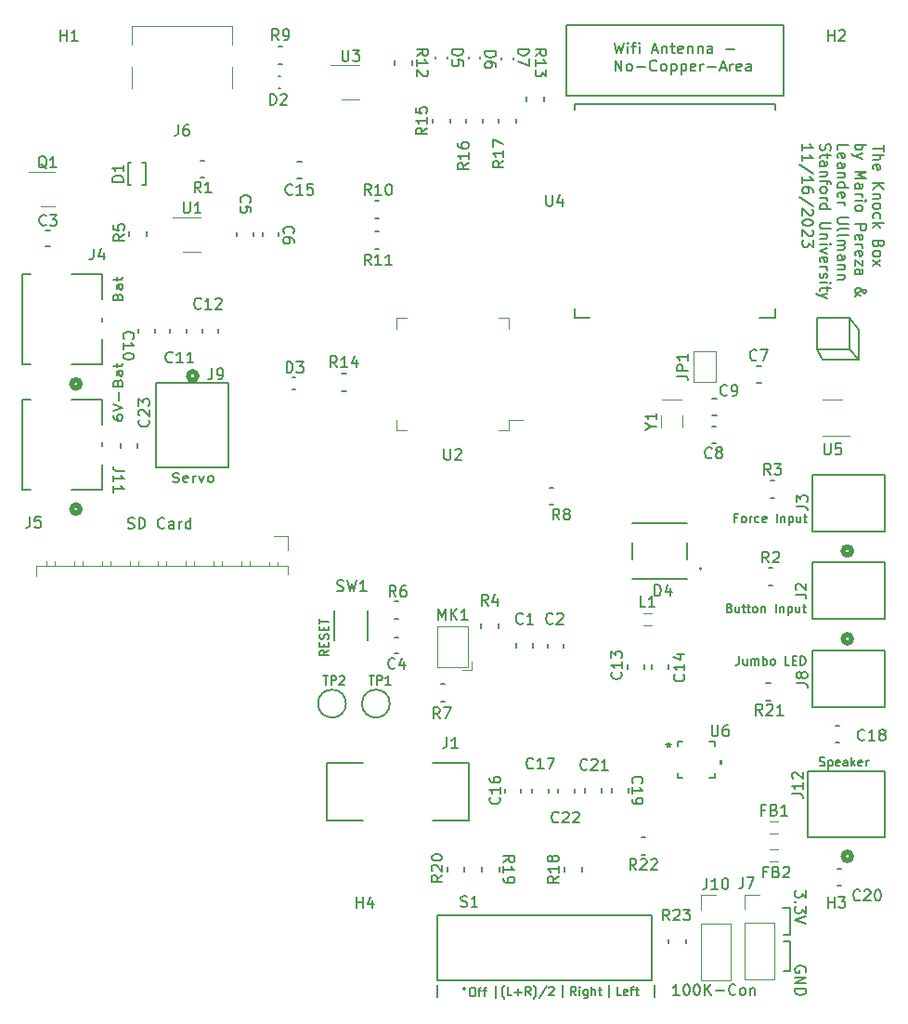
<source format=gbr>
%TF.GenerationSoftware,KiCad,Pcbnew,7.0.6*%
%TF.CreationDate,2023-11-17T16:50:28-08:00*%
%TF.ProjectId,Final_Project_4Layer,46696e61-6c5f-4507-926f-6a6563745f34,1.0*%
%TF.SameCoordinates,Original*%
%TF.FileFunction,Legend,Top*%
%TF.FilePolarity,Positive*%
%FSLAX46Y46*%
G04 Gerber Fmt 4.6, Leading zero omitted, Abs format (unit mm)*
G04 Created by KiCad (PCBNEW 7.0.6) date 2023-11-17 16:50:28*
%MOMM*%
%LPD*%
G01*
G04 APERTURE LIST*
%ADD10C,0.150000*%
%ADD11C,0.200000*%
%ADD12C,0.120000*%
%ADD13C,0.152400*%
%ADD14C,0.508000*%
%ADD15C,0.127000*%
G04 APERTURE END LIST*
D10*
X223750000Y-90700000D02*
X223200000Y-89750000D01*
X227000000Y-90700000D02*
X223750000Y-90700000D01*
X200000000Y-147650000D02*
X200000000Y-148750000D01*
X204300000Y-147650000D02*
X204300000Y-148750000D01*
X220800000Y-146400000D02*
X220200000Y-146400000D01*
X220800000Y-143700000D02*
X220800000Y-146400000D01*
X226200000Y-86850000D02*
X227000000Y-87950000D01*
X223200000Y-86850000D02*
X226200000Y-86850000D01*
X226200000Y-89750000D01*
X223200000Y-89750000D01*
X223200000Y-86850000D01*
X227000000Y-87950000D02*
X227000000Y-90700000D01*
X220800000Y-143100000D02*
X220200000Y-143100000D01*
X193900000Y-147700000D02*
X193900000Y-148800000D01*
X220100000Y-140600000D02*
X220800000Y-140600000D01*
X208400000Y-147650000D02*
X208400000Y-148750000D01*
X220800000Y-140600000D02*
X220800000Y-143100000D01*
X200348100Y-60199080D02*
X220148100Y-60199080D01*
X220148100Y-66599080D01*
X200348100Y-66599080D01*
X200348100Y-60199080D01*
X188600000Y-147650000D02*
X188600000Y-148750000D01*
X220200000Y-143700000D02*
X220800000Y-143700000D01*
X227000000Y-90700000D02*
X226200000Y-89750000D01*
X159475247Y-84929887D02*
X159513342Y-84787030D01*
X159513342Y-84787030D02*
X159551438Y-84739411D01*
X159551438Y-84739411D02*
X159627628Y-84691792D01*
X159627628Y-84691792D02*
X159741914Y-84691792D01*
X159741914Y-84691792D02*
X159818104Y-84739411D01*
X159818104Y-84739411D02*
X159856200Y-84787030D01*
X159856200Y-84787030D02*
X159894295Y-84882268D01*
X159894295Y-84882268D02*
X159894295Y-85263220D01*
X159894295Y-85263220D02*
X159094295Y-85263220D01*
X159094295Y-85263220D02*
X159094295Y-84929887D01*
X159094295Y-84929887D02*
X159132390Y-84834649D01*
X159132390Y-84834649D02*
X159170485Y-84787030D01*
X159170485Y-84787030D02*
X159246676Y-84739411D01*
X159246676Y-84739411D02*
X159322866Y-84739411D01*
X159322866Y-84739411D02*
X159399057Y-84787030D01*
X159399057Y-84787030D02*
X159437152Y-84834649D01*
X159437152Y-84834649D02*
X159475247Y-84929887D01*
X159475247Y-84929887D02*
X159475247Y-85263220D01*
X159894295Y-83834649D02*
X159475247Y-83834649D01*
X159475247Y-83834649D02*
X159399057Y-83882268D01*
X159399057Y-83882268D02*
X159360961Y-83977506D01*
X159360961Y-83977506D02*
X159360961Y-84167982D01*
X159360961Y-84167982D02*
X159399057Y-84263220D01*
X159856200Y-83834649D02*
X159894295Y-83929887D01*
X159894295Y-83929887D02*
X159894295Y-84167982D01*
X159894295Y-84167982D02*
X159856200Y-84263220D01*
X159856200Y-84263220D02*
X159780009Y-84310839D01*
X159780009Y-84310839D02*
X159703819Y-84310839D01*
X159703819Y-84310839D02*
X159627628Y-84263220D01*
X159627628Y-84263220D02*
X159589533Y-84167982D01*
X159589533Y-84167982D02*
X159589533Y-83929887D01*
X159589533Y-83929887D02*
X159551438Y-83834649D01*
X159360961Y-83501315D02*
X159360961Y-83120363D01*
X159094295Y-83358458D02*
X159780009Y-83358458D01*
X159780009Y-83358458D02*
X159856200Y-83310839D01*
X159856200Y-83310839D02*
X159894295Y-83215601D01*
X159894295Y-83215601D02*
X159894295Y-83120363D01*
X216117731Y-117694295D02*
X216117731Y-118265723D01*
X216117731Y-118265723D02*
X216079636Y-118380009D01*
X216079636Y-118380009D02*
X216003445Y-118456200D01*
X216003445Y-118456200D02*
X215889160Y-118494295D01*
X215889160Y-118494295D02*
X215812969Y-118494295D01*
X216841541Y-117960961D02*
X216841541Y-118494295D01*
X216498684Y-117960961D02*
X216498684Y-118380009D01*
X216498684Y-118380009D02*
X216536779Y-118456200D01*
X216536779Y-118456200D02*
X216612969Y-118494295D01*
X216612969Y-118494295D02*
X216727255Y-118494295D01*
X216727255Y-118494295D02*
X216803446Y-118456200D01*
X216803446Y-118456200D02*
X216841541Y-118418104D01*
X217222494Y-118494295D02*
X217222494Y-117960961D01*
X217222494Y-118037152D02*
X217260589Y-117999057D01*
X217260589Y-117999057D02*
X217336779Y-117960961D01*
X217336779Y-117960961D02*
X217451065Y-117960961D01*
X217451065Y-117960961D02*
X217527256Y-117999057D01*
X217527256Y-117999057D02*
X217565351Y-118075247D01*
X217565351Y-118075247D02*
X217565351Y-118494295D01*
X217565351Y-118075247D02*
X217603446Y-117999057D01*
X217603446Y-117999057D02*
X217679637Y-117960961D01*
X217679637Y-117960961D02*
X217793922Y-117960961D01*
X217793922Y-117960961D02*
X217870113Y-117999057D01*
X217870113Y-117999057D02*
X217908208Y-118075247D01*
X217908208Y-118075247D02*
X217908208Y-118494295D01*
X218289161Y-118494295D02*
X218289161Y-117694295D01*
X218289161Y-117999057D02*
X218365351Y-117960961D01*
X218365351Y-117960961D02*
X218517732Y-117960961D01*
X218517732Y-117960961D02*
X218593923Y-117999057D01*
X218593923Y-117999057D02*
X218632018Y-118037152D01*
X218632018Y-118037152D02*
X218670113Y-118113342D01*
X218670113Y-118113342D02*
X218670113Y-118341914D01*
X218670113Y-118341914D02*
X218632018Y-118418104D01*
X218632018Y-118418104D02*
X218593923Y-118456200D01*
X218593923Y-118456200D02*
X218517732Y-118494295D01*
X218517732Y-118494295D02*
X218365351Y-118494295D01*
X218365351Y-118494295D02*
X218289161Y-118456200D01*
X219127256Y-118494295D02*
X219051066Y-118456200D01*
X219051066Y-118456200D02*
X219012971Y-118418104D01*
X219012971Y-118418104D02*
X218974875Y-118341914D01*
X218974875Y-118341914D02*
X218974875Y-118113342D01*
X218974875Y-118113342D02*
X219012971Y-118037152D01*
X219012971Y-118037152D02*
X219051066Y-117999057D01*
X219051066Y-117999057D02*
X219127256Y-117960961D01*
X219127256Y-117960961D02*
X219241542Y-117960961D01*
X219241542Y-117960961D02*
X219317733Y-117999057D01*
X219317733Y-117999057D02*
X219355828Y-118037152D01*
X219355828Y-118037152D02*
X219393923Y-118113342D01*
X219393923Y-118113342D02*
X219393923Y-118341914D01*
X219393923Y-118341914D02*
X219355828Y-118418104D01*
X219355828Y-118418104D02*
X219317733Y-118456200D01*
X219317733Y-118456200D02*
X219241542Y-118494295D01*
X219241542Y-118494295D02*
X219127256Y-118494295D01*
X220727257Y-118494295D02*
X220346305Y-118494295D01*
X220346305Y-118494295D02*
X220346305Y-117694295D01*
X220993924Y-118075247D02*
X221260590Y-118075247D01*
X221374876Y-118494295D02*
X220993924Y-118494295D01*
X220993924Y-118494295D02*
X220993924Y-117694295D01*
X220993924Y-117694295D02*
X221374876Y-117694295D01*
X221717734Y-118494295D02*
X221717734Y-117694295D01*
X221717734Y-117694295D02*
X221908210Y-117694295D01*
X221908210Y-117694295D02*
X222022496Y-117732390D01*
X222022496Y-117732390D02*
X222098686Y-117808580D01*
X222098686Y-117808580D02*
X222136781Y-117884771D01*
X222136781Y-117884771D02*
X222174877Y-118037152D01*
X222174877Y-118037152D02*
X222174877Y-118151438D01*
X222174877Y-118151438D02*
X222136781Y-118303819D01*
X222136781Y-118303819D02*
X222098686Y-118380009D01*
X222098686Y-118380009D02*
X222022496Y-118456200D01*
X222022496Y-118456200D02*
X221908210Y-118494295D01*
X221908210Y-118494295D02*
X221717734Y-118494295D01*
X160389160Y-106022200D02*
X160532017Y-106069819D01*
X160532017Y-106069819D02*
X160770112Y-106069819D01*
X160770112Y-106069819D02*
X160865350Y-106022200D01*
X160865350Y-106022200D02*
X160912969Y-105974580D01*
X160912969Y-105974580D02*
X160960588Y-105879342D01*
X160960588Y-105879342D02*
X160960588Y-105784104D01*
X160960588Y-105784104D02*
X160912969Y-105688866D01*
X160912969Y-105688866D02*
X160865350Y-105641247D01*
X160865350Y-105641247D02*
X160770112Y-105593628D01*
X160770112Y-105593628D02*
X160579636Y-105546009D01*
X160579636Y-105546009D02*
X160484398Y-105498390D01*
X160484398Y-105498390D02*
X160436779Y-105450771D01*
X160436779Y-105450771D02*
X160389160Y-105355533D01*
X160389160Y-105355533D02*
X160389160Y-105260295D01*
X160389160Y-105260295D02*
X160436779Y-105165057D01*
X160436779Y-105165057D02*
X160484398Y-105117438D01*
X160484398Y-105117438D02*
X160579636Y-105069819D01*
X160579636Y-105069819D02*
X160817731Y-105069819D01*
X160817731Y-105069819D02*
X160960588Y-105117438D01*
X161389160Y-106069819D02*
X161389160Y-105069819D01*
X161389160Y-105069819D02*
X161627255Y-105069819D01*
X161627255Y-105069819D02*
X161770112Y-105117438D01*
X161770112Y-105117438D02*
X161865350Y-105212676D01*
X161865350Y-105212676D02*
X161912969Y-105307914D01*
X161912969Y-105307914D02*
X161960588Y-105498390D01*
X161960588Y-105498390D02*
X161960588Y-105641247D01*
X161960588Y-105641247D02*
X161912969Y-105831723D01*
X161912969Y-105831723D02*
X161865350Y-105926961D01*
X161865350Y-105926961D02*
X161770112Y-106022200D01*
X161770112Y-106022200D02*
X161627255Y-106069819D01*
X161627255Y-106069819D02*
X161389160Y-106069819D01*
X163722493Y-105974580D02*
X163674874Y-106022200D01*
X163674874Y-106022200D02*
X163532017Y-106069819D01*
X163532017Y-106069819D02*
X163436779Y-106069819D01*
X163436779Y-106069819D02*
X163293922Y-106022200D01*
X163293922Y-106022200D02*
X163198684Y-105926961D01*
X163198684Y-105926961D02*
X163151065Y-105831723D01*
X163151065Y-105831723D02*
X163103446Y-105641247D01*
X163103446Y-105641247D02*
X163103446Y-105498390D01*
X163103446Y-105498390D02*
X163151065Y-105307914D01*
X163151065Y-105307914D02*
X163198684Y-105212676D01*
X163198684Y-105212676D02*
X163293922Y-105117438D01*
X163293922Y-105117438D02*
X163436779Y-105069819D01*
X163436779Y-105069819D02*
X163532017Y-105069819D01*
X163532017Y-105069819D02*
X163674874Y-105117438D01*
X163674874Y-105117438D02*
X163722493Y-105165057D01*
X164579636Y-106069819D02*
X164579636Y-105546009D01*
X164579636Y-105546009D02*
X164532017Y-105450771D01*
X164532017Y-105450771D02*
X164436779Y-105403152D01*
X164436779Y-105403152D02*
X164246303Y-105403152D01*
X164246303Y-105403152D02*
X164151065Y-105450771D01*
X164579636Y-106022200D02*
X164484398Y-106069819D01*
X164484398Y-106069819D02*
X164246303Y-106069819D01*
X164246303Y-106069819D02*
X164151065Y-106022200D01*
X164151065Y-106022200D02*
X164103446Y-105926961D01*
X164103446Y-105926961D02*
X164103446Y-105831723D01*
X164103446Y-105831723D02*
X164151065Y-105736485D01*
X164151065Y-105736485D02*
X164246303Y-105688866D01*
X164246303Y-105688866D02*
X164484398Y-105688866D01*
X164484398Y-105688866D02*
X164579636Y-105641247D01*
X165055827Y-106069819D02*
X165055827Y-105403152D01*
X165055827Y-105593628D02*
X165103446Y-105498390D01*
X165103446Y-105498390D02*
X165151065Y-105450771D01*
X165151065Y-105450771D02*
X165246303Y-105403152D01*
X165246303Y-105403152D02*
X165341541Y-105403152D01*
X166103446Y-106069819D02*
X166103446Y-105069819D01*
X166103446Y-106022200D02*
X166008208Y-106069819D01*
X166008208Y-106069819D02*
X165817732Y-106069819D01*
X165817732Y-106069819D02*
X165722494Y-106022200D01*
X165722494Y-106022200D02*
X165674875Y-105974580D01*
X165674875Y-105974580D02*
X165627256Y-105879342D01*
X165627256Y-105879342D02*
X165627256Y-105593628D01*
X165627256Y-105593628D02*
X165674875Y-105498390D01*
X165674875Y-105498390D02*
X165722494Y-105450771D01*
X165722494Y-105450771D02*
X165817732Y-105403152D01*
X165817732Y-105403152D02*
X166008208Y-105403152D01*
X166008208Y-105403152D02*
X166103446Y-105450771D01*
X159094295Y-95734649D02*
X159094295Y-95925125D01*
X159094295Y-95925125D02*
X159132390Y-96020363D01*
X159132390Y-96020363D02*
X159170485Y-96067982D01*
X159170485Y-96067982D02*
X159284771Y-96163220D01*
X159284771Y-96163220D02*
X159437152Y-96210839D01*
X159437152Y-96210839D02*
X159741914Y-96210839D01*
X159741914Y-96210839D02*
X159818104Y-96163220D01*
X159818104Y-96163220D02*
X159856200Y-96115601D01*
X159856200Y-96115601D02*
X159894295Y-96020363D01*
X159894295Y-96020363D02*
X159894295Y-95829887D01*
X159894295Y-95829887D02*
X159856200Y-95734649D01*
X159856200Y-95734649D02*
X159818104Y-95687030D01*
X159818104Y-95687030D02*
X159741914Y-95639411D01*
X159741914Y-95639411D02*
X159551438Y-95639411D01*
X159551438Y-95639411D02*
X159475247Y-95687030D01*
X159475247Y-95687030D02*
X159437152Y-95734649D01*
X159437152Y-95734649D02*
X159399057Y-95829887D01*
X159399057Y-95829887D02*
X159399057Y-96020363D01*
X159399057Y-96020363D02*
X159437152Y-96115601D01*
X159437152Y-96115601D02*
X159475247Y-96163220D01*
X159475247Y-96163220D02*
X159551438Y-96210839D01*
X159094295Y-95353696D02*
X159894295Y-95020363D01*
X159894295Y-95020363D02*
X159094295Y-94687030D01*
X159589533Y-94353696D02*
X159589533Y-93591792D01*
X159475247Y-92782268D02*
X159513342Y-92639411D01*
X159513342Y-92639411D02*
X159551438Y-92591792D01*
X159551438Y-92591792D02*
X159627628Y-92544173D01*
X159627628Y-92544173D02*
X159741914Y-92544173D01*
X159741914Y-92544173D02*
X159818104Y-92591792D01*
X159818104Y-92591792D02*
X159856200Y-92639411D01*
X159856200Y-92639411D02*
X159894295Y-92734649D01*
X159894295Y-92734649D02*
X159894295Y-93115601D01*
X159894295Y-93115601D02*
X159094295Y-93115601D01*
X159094295Y-93115601D02*
X159094295Y-92782268D01*
X159094295Y-92782268D02*
X159132390Y-92687030D01*
X159132390Y-92687030D02*
X159170485Y-92639411D01*
X159170485Y-92639411D02*
X159246676Y-92591792D01*
X159246676Y-92591792D02*
X159322866Y-92591792D01*
X159322866Y-92591792D02*
X159399057Y-92639411D01*
X159399057Y-92639411D02*
X159437152Y-92687030D01*
X159437152Y-92687030D02*
X159475247Y-92782268D01*
X159475247Y-92782268D02*
X159475247Y-93115601D01*
X159894295Y-91687030D02*
X159475247Y-91687030D01*
X159475247Y-91687030D02*
X159399057Y-91734649D01*
X159399057Y-91734649D02*
X159360961Y-91829887D01*
X159360961Y-91829887D02*
X159360961Y-92020363D01*
X159360961Y-92020363D02*
X159399057Y-92115601D01*
X159856200Y-91687030D02*
X159894295Y-91782268D01*
X159894295Y-91782268D02*
X159894295Y-92020363D01*
X159894295Y-92020363D02*
X159856200Y-92115601D01*
X159856200Y-92115601D02*
X159780009Y-92163220D01*
X159780009Y-92163220D02*
X159703819Y-92163220D01*
X159703819Y-92163220D02*
X159627628Y-92115601D01*
X159627628Y-92115601D02*
X159589533Y-92020363D01*
X159589533Y-92020363D02*
X159589533Y-91782268D01*
X159589533Y-91782268D02*
X159551438Y-91687030D01*
X159360961Y-91353696D02*
X159360961Y-90972744D01*
X159094295Y-91210839D02*
X159780009Y-91210839D01*
X159780009Y-91210839D02*
X159856200Y-91163220D01*
X159856200Y-91163220D02*
X159894295Y-91067982D01*
X159894295Y-91067982D02*
X159894295Y-90972744D01*
D11*
X229332780Y-71126816D02*
X229332780Y-71698244D01*
X228332780Y-71412530D02*
X229332780Y-71412530D01*
X228332780Y-72031578D02*
X229332780Y-72031578D01*
X228332780Y-72460149D02*
X228856590Y-72460149D01*
X228856590Y-72460149D02*
X228951828Y-72412530D01*
X228951828Y-72412530D02*
X228999447Y-72317292D01*
X228999447Y-72317292D02*
X228999447Y-72174435D01*
X228999447Y-72174435D02*
X228951828Y-72079197D01*
X228951828Y-72079197D02*
X228904209Y-72031578D01*
X228380400Y-73317292D02*
X228332780Y-73222054D01*
X228332780Y-73222054D02*
X228332780Y-73031578D01*
X228332780Y-73031578D02*
X228380400Y-72936340D01*
X228380400Y-72936340D02*
X228475638Y-72888721D01*
X228475638Y-72888721D02*
X228856590Y-72888721D01*
X228856590Y-72888721D02*
X228951828Y-72936340D01*
X228951828Y-72936340D02*
X228999447Y-73031578D01*
X228999447Y-73031578D02*
X228999447Y-73222054D01*
X228999447Y-73222054D02*
X228951828Y-73317292D01*
X228951828Y-73317292D02*
X228856590Y-73364911D01*
X228856590Y-73364911D02*
X228761352Y-73364911D01*
X228761352Y-73364911D02*
X228666114Y-72888721D01*
X228332780Y-74555388D02*
X229332780Y-74555388D01*
X228332780Y-75126816D02*
X228904209Y-74698245D01*
X229332780Y-75126816D02*
X228761352Y-74555388D01*
X228999447Y-75555388D02*
X228332780Y-75555388D01*
X228904209Y-75555388D02*
X228951828Y-75603007D01*
X228951828Y-75603007D02*
X228999447Y-75698245D01*
X228999447Y-75698245D02*
X228999447Y-75841102D01*
X228999447Y-75841102D02*
X228951828Y-75936340D01*
X228951828Y-75936340D02*
X228856590Y-75983959D01*
X228856590Y-75983959D02*
X228332780Y-75983959D01*
X228332780Y-76603007D02*
X228380400Y-76507769D01*
X228380400Y-76507769D02*
X228428019Y-76460150D01*
X228428019Y-76460150D02*
X228523257Y-76412531D01*
X228523257Y-76412531D02*
X228808971Y-76412531D01*
X228808971Y-76412531D02*
X228904209Y-76460150D01*
X228904209Y-76460150D02*
X228951828Y-76507769D01*
X228951828Y-76507769D02*
X228999447Y-76603007D01*
X228999447Y-76603007D02*
X228999447Y-76745864D01*
X228999447Y-76745864D02*
X228951828Y-76841102D01*
X228951828Y-76841102D02*
X228904209Y-76888721D01*
X228904209Y-76888721D02*
X228808971Y-76936340D01*
X228808971Y-76936340D02*
X228523257Y-76936340D01*
X228523257Y-76936340D02*
X228428019Y-76888721D01*
X228428019Y-76888721D02*
X228380400Y-76841102D01*
X228380400Y-76841102D02*
X228332780Y-76745864D01*
X228332780Y-76745864D02*
X228332780Y-76603007D01*
X228380400Y-77793483D02*
X228332780Y-77698245D01*
X228332780Y-77698245D02*
X228332780Y-77507769D01*
X228332780Y-77507769D02*
X228380400Y-77412531D01*
X228380400Y-77412531D02*
X228428019Y-77364912D01*
X228428019Y-77364912D02*
X228523257Y-77317293D01*
X228523257Y-77317293D02*
X228808971Y-77317293D01*
X228808971Y-77317293D02*
X228904209Y-77364912D01*
X228904209Y-77364912D02*
X228951828Y-77412531D01*
X228951828Y-77412531D02*
X228999447Y-77507769D01*
X228999447Y-77507769D02*
X228999447Y-77698245D01*
X228999447Y-77698245D02*
X228951828Y-77793483D01*
X228332780Y-78222055D02*
X229332780Y-78222055D01*
X228713733Y-78317293D02*
X228332780Y-78603007D01*
X228999447Y-78603007D02*
X228618495Y-78222055D01*
X228856590Y-80126817D02*
X228808971Y-80269674D01*
X228808971Y-80269674D02*
X228761352Y-80317293D01*
X228761352Y-80317293D02*
X228666114Y-80364912D01*
X228666114Y-80364912D02*
X228523257Y-80364912D01*
X228523257Y-80364912D02*
X228428019Y-80317293D01*
X228428019Y-80317293D02*
X228380400Y-80269674D01*
X228380400Y-80269674D02*
X228332780Y-80174436D01*
X228332780Y-80174436D02*
X228332780Y-79793484D01*
X228332780Y-79793484D02*
X229332780Y-79793484D01*
X229332780Y-79793484D02*
X229332780Y-80126817D01*
X229332780Y-80126817D02*
X229285161Y-80222055D01*
X229285161Y-80222055D02*
X229237542Y-80269674D01*
X229237542Y-80269674D02*
X229142304Y-80317293D01*
X229142304Y-80317293D02*
X229047066Y-80317293D01*
X229047066Y-80317293D02*
X228951828Y-80269674D01*
X228951828Y-80269674D02*
X228904209Y-80222055D01*
X228904209Y-80222055D02*
X228856590Y-80126817D01*
X228856590Y-80126817D02*
X228856590Y-79793484D01*
X228332780Y-80936341D02*
X228380400Y-80841103D01*
X228380400Y-80841103D02*
X228428019Y-80793484D01*
X228428019Y-80793484D02*
X228523257Y-80745865D01*
X228523257Y-80745865D02*
X228808971Y-80745865D01*
X228808971Y-80745865D02*
X228904209Y-80793484D01*
X228904209Y-80793484D02*
X228951828Y-80841103D01*
X228951828Y-80841103D02*
X228999447Y-80936341D01*
X228999447Y-80936341D02*
X228999447Y-81079198D01*
X228999447Y-81079198D02*
X228951828Y-81174436D01*
X228951828Y-81174436D02*
X228904209Y-81222055D01*
X228904209Y-81222055D02*
X228808971Y-81269674D01*
X228808971Y-81269674D02*
X228523257Y-81269674D01*
X228523257Y-81269674D02*
X228428019Y-81222055D01*
X228428019Y-81222055D02*
X228380400Y-81174436D01*
X228380400Y-81174436D02*
X228332780Y-81079198D01*
X228332780Y-81079198D02*
X228332780Y-80936341D01*
X228332780Y-81603008D02*
X228999447Y-82126817D01*
X228999447Y-81603008D02*
X228332780Y-82126817D01*
D10*
X204741541Y-61759819D02*
X204979636Y-62759819D01*
X204979636Y-62759819D02*
X205170112Y-62045533D01*
X205170112Y-62045533D02*
X205360588Y-62759819D01*
X205360588Y-62759819D02*
X205598684Y-61759819D01*
X205979636Y-62759819D02*
X205979636Y-62093152D01*
X205979636Y-61759819D02*
X205932017Y-61807438D01*
X205932017Y-61807438D02*
X205979636Y-61855057D01*
X205979636Y-61855057D02*
X206027255Y-61807438D01*
X206027255Y-61807438D02*
X205979636Y-61759819D01*
X205979636Y-61759819D02*
X205979636Y-61855057D01*
X206312969Y-62093152D02*
X206693921Y-62093152D01*
X206455826Y-62759819D02*
X206455826Y-61902676D01*
X206455826Y-61902676D02*
X206503445Y-61807438D01*
X206503445Y-61807438D02*
X206598683Y-61759819D01*
X206598683Y-61759819D02*
X206693921Y-61759819D01*
X207027255Y-62759819D02*
X207027255Y-62093152D01*
X207027255Y-61759819D02*
X206979636Y-61807438D01*
X206979636Y-61807438D02*
X207027255Y-61855057D01*
X207027255Y-61855057D02*
X207074874Y-61807438D01*
X207074874Y-61807438D02*
X207027255Y-61759819D01*
X207027255Y-61759819D02*
X207027255Y-61855057D01*
X208217731Y-62474104D02*
X208693921Y-62474104D01*
X208122493Y-62759819D02*
X208455826Y-61759819D01*
X208455826Y-61759819D02*
X208789159Y-62759819D01*
X209122493Y-62093152D02*
X209122493Y-62759819D01*
X209122493Y-62188390D02*
X209170112Y-62140771D01*
X209170112Y-62140771D02*
X209265350Y-62093152D01*
X209265350Y-62093152D02*
X209408207Y-62093152D01*
X209408207Y-62093152D02*
X209503445Y-62140771D01*
X209503445Y-62140771D02*
X209551064Y-62236009D01*
X209551064Y-62236009D02*
X209551064Y-62759819D01*
X209884398Y-62093152D02*
X210265350Y-62093152D01*
X210027255Y-61759819D02*
X210027255Y-62616961D01*
X210027255Y-62616961D02*
X210074874Y-62712200D01*
X210074874Y-62712200D02*
X210170112Y-62759819D01*
X210170112Y-62759819D02*
X210265350Y-62759819D01*
X210979636Y-62712200D02*
X210884398Y-62759819D01*
X210884398Y-62759819D02*
X210693922Y-62759819D01*
X210693922Y-62759819D02*
X210598684Y-62712200D01*
X210598684Y-62712200D02*
X210551065Y-62616961D01*
X210551065Y-62616961D02*
X210551065Y-62236009D01*
X210551065Y-62236009D02*
X210598684Y-62140771D01*
X210598684Y-62140771D02*
X210693922Y-62093152D01*
X210693922Y-62093152D02*
X210884398Y-62093152D01*
X210884398Y-62093152D02*
X210979636Y-62140771D01*
X210979636Y-62140771D02*
X211027255Y-62236009D01*
X211027255Y-62236009D02*
X211027255Y-62331247D01*
X211027255Y-62331247D02*
X210551065Y-62426485D01*
X211455827Y-62093152D02*
X211455827Y-62759819D01*
X211455827Y-62188390D02*
X211503446Y-62140771D01*
X211503446Y-62140771D02*
X211598684Y-62093152D01*
X211598684Y-62093152D02*
X211741541Y-62093152D01*
X211741541Y-62093152D02*
X211836779Y-62140771D01*
X211836779Y-62140771D02*
X211884398Y-62236009D01*
X211884398Y-62236009D02*
X211884398Y-62759819D01*
X212360589Y-62093152D02*
X212360589Y-62759819D01*
X212360589Y-62188390D02*
X212408208Y-62140771D01*
X212408208Y-62140771D02*
X212503446Y-62093152D01*
X212503446Y-62093152D02*
X212646303Y-62093152D01*
X212646303Y-62093152D02*
X212741541Y-62140771D01*
X212741541Y-62140771D02*
X212789160Y-62236009D01*
X212789160Y-62236009D02*
X212789160Y-62759819D01*
X213693922Y-62759819D02*
X213693922Y-62236009D01*
X213693922Y-62236009D02*
X213646303Y-62140771D01*
X213646303Y-62140771D02*
X213551065Y-62093152D01*
X213551065Y-62093152D02*
X213360589Y-62093152D01*
X213360589Y-62093152D02*
X213265351Y-62140771D01*
X213693922Y-62712200D02*
X213598684Y-62759819D01*
X213598684Y-62759819D02*
X213360589Y-62759819D01*
X213360589Y-62759819D02*
X213265351Y-62712200D01*
X213265351Y-62712200D02*
X213217732Y-62616961D01*
X213217732Y-62616961D02*
X213217732Y-62521723D01*
X213217732Y-62521723D02*
X213265351Y-62426485D01*
X213265351Y-62426485D02*
X213360589Y-62378866D01*
X213360589Y-62378866D02*
X213598684Y-62378866D01*
X213598684Y-62378866D02*
X213693922Y-62331247D01*
X214932018Y-62378866D02*
X215693923Y-62378866D01*
X204836779Y-64369819D02*
X204836779Y-63369819D01*
X204836779Y-63369819D02*
X205408207Y-64369819D01*
X205408207Y-64369819D02*
X205408207Y-63369819D01*
X206027255Y-64369819D02*
X205932017Y-64322200D01*
X205932017Y-64322200D02*
X205884398Y-64274580D01*
X205884398Y-64274580D02*
X205836779Y-64179342D01*
X205836779Y-64179342D02*
X205836779Y-63893628D01*
X205836779Y-63893628D02*
X205884398Y-63798390D01*
X205884398Y-63798390D02*
X205932017Y-63750771D01*
X205932017Y-63750771D02*
X206027255Y-63703152D01*
X206027255Y-63703152D02*
X206170112Y-63703152D01*
X206170112Y-63703152D02*
X206265350Y-63750771D01*
X206265350Y-63750771D02*
X206312969Y-63798390D01*
X206312969Y-63798390D02*
X206360588Y-63893628D01*
X206360588Y-63893628D02*
X206360588Y-64179342D01*
X206360588Y-64179342D02*
X206312969Y-64274580D01*
X206312969Y-64274580D02*
X206265350Y-64322200D01*
X206265350Y-64322200D02*
X206170112Y-64369819D01*
X206170112Y-64369819D02*
X206027255Y-64369819D01*
X206789160Y-63988866D02*
X207551065Y-63988866D01*
X208598683Y-64274580D02*
X208551064Y-64322200D01*
X208551064Y-64322200D02*
X208408207Y-64369819D01*
X208408207Y-64369819D02*
X208312969Y-64369819D01*
X208312969Y-64369819D02*
X208170112Y-64322200D01*
X208170112Y-64322200D02*
X208074874Y-64226961D01*
X208074874Y-64226961D02*
X208027255Y-64131723D01*
X208027255Y-64131723D02*
X207979636Y-63941247D01*
X207979636Y-63941247D02*
X207979636Y-63798390D01*
X207979636Y-63798390D02*
X208027255Y-63607914D01*
X208027255Y-63607914D02*
X208074874Y-63512676D01*
X208074874Y-63512676D02*
X208170112Y-63417438D01*
X208170112Y-63417438D02*
X208312969Y-63369819D01*
X208312969Y-63369819D02*
X208408207Y-63369819D01*
X208408207Y-63369819D02*
X208551064Y-63417438D01*
X208551064Y-63417438D02*
X208598683Y-63465057D01*
X209170112Y-64369819D02*
X209074874Y-64322200D01*
X209074874Y-64322200D02*
X209027255Y-64274580D01*
X209027255Y-64274580D02*
X208979636Y-64179342D01*
X208979636Y-64179342D02*
X208979636Y-63893628D01*
X208979636Y-63893628D02*
X209027255Y-63798390D01*
X209027255Y-63798390D02*
X209074874Y-63750771D01*
X209074874Y-63750771D02*
X209170112Y-63703152D01*
X209170112Y-63703152D02*
X209312969Y-63703152D01*
X209312969Y-63703152D02*
X209408207Y-63750771D01*
X209408207Y-63750771D02*
X209455826Y-63798390D01*
X209455826Y-63798390D02*
X209503445Y-63893628D01*
X209503445Y-63893628D02*
X209503445Y-64179342D01*
X209503445Y-64179342D02*
X209455826Y-64274580D01*
X209455826Y-64274580D02*
X209408207Y-64322200D01*
X209408207Y-64322200D02*
X209312969Y-64369819D01*
X209312969Y-64369819D02*
X209170112Y-64369819D01*
X209932017Y-63703152D02*
X209932017Y-64703152D01*
X209932017Y-63750771D02*
X210027255Y-63703152D01*
X210027255Y-63703152D02*
X210217731Y-63703152D01*
X210217731Y-63703152D02*
X210312969Y-63750771D01*
X210312969Y-63750771D02*
X210360588Y-63798390D01*
X210360588Y-63798390D02*
X210408207Y-63893628D01*
X210408207Y-63893628D02*
X210408207Y-64179342D01*
X210408207Y-64179342D02*
X210360588Y-64274580D01*
X210360588Y-64274580D02*
X210312969Y-64322200D01*
X210312969Y-64322200D02*
X210217731Y-64369819D01*
X210217731Y-64369819D02*
X210027255Y-64369819D01*
X210027255Y-64369819D02*
X209932017Y-64322200D01*
X210836779Y-63703152D02*
X210836779Y-64703152D01*
X210836779Y-63750771D02*
X210932017Y-63703152D01*
X210932017Y-63703152D02*
X211122493Y-63703152D01*
X211122493Y-63703152D02*
X211217731Y-63750771D01*
X211217731Y-63750771D02*
X211265350Y-63798390D01*
X211265350Y-63798390D02*
X211312969Y-63893628D01*
X211312969Y-63893628D02*
X211312969Y-64179342D01*
X211312969Y-64179342D02*
X211265350Y-64274580D01*
X211265350Y-64274580D02*
X211217731Y-64322200D01*
X211217731Y-64322200D02*
X211122493Y-64369819D01*
X211122493Y-64369819D02*
X210932017Y-64369819D01*
X210932017Y-64369819D02*
X210836779Y-64322200D01*
X212122493Y-64322200D02*
X212027255Y-64369819D01*
X212027255Y-64369819D02*
X211836779Y-64369819D01*
X211836779Y-64369819D02*
X211741541Y-64322200D01*
X211741541Y-64322200D02*
X211693922Y-64226961D01*
X211693922Y-64226961D02*
X211693922Y-63846009D01*
X211693922Y-63846009D02*
X211741541Y-63750771D01*
X211741541Y-63750771D02*
X211836779Y-63703152D01*
X211836779Y-63703152D02*
X212027255Y-63703152D01*
X212027255Y-63703152D02*
X212122493Y-63750771D01*
X212122493Y-63750771D02*
X212170112Y-63846009D01*
X212170112Y-63846009D02*
X212170112Y-63941247D01*
X212170112Y-63941247D02*
X211693922Y-64036485D01*
X212598684Y-64369819D02*
X212598684Y-63703152D01*
X212598684Y-63893628D02*
X212646303Y-63798390D01*
X212646303Y-63798390D02*
X212693922Y-63750771D01*
X212693922Y-63750771D02*
X212789160Y-63703152D01*
X212789160Y-63703152D02*
X212884398Y-63703152D01*
X213217732Y-63988866D02*
X213979637Y-63988866D01*
X214408208Y-64084104D02*
X214884398Y-64084104D01*
X214312970Y-64369819D02*
X214646303Y-63369819D01*
X214646303Y-63369819D02*
X214979636Y-64369819D01*
X215312970Y-64369819D02*
X215312970Y-63703152D01*
X215312970Y-63893628D02*
X215360589Y-63798390D01*
X215360589Y-63798390D02*
X215408208Y-63750771D01*
X215408208Y-63750771D02*
X215503446Y-63703152D01*
X215503446Y-63703152D02*
X215598684Y-63703152D01*
X216312970Y-64322200D02*
X216217732Y-64369819D01*
X216217732Y-64369819D02*
X216027256Y-64369819D01*
X216027256Y-64369819D02*
X215932018Y-64322200D01*
X215932018Y-64322200D02*
X215884399Y-64226961D01*
X215884399Y-64226961D02*
X215884399Y-63846009D01*
X215884399Y-63846009D02*
X215932018Y-63750771D01*
X215932018Y-63750771D02*
X216027256Y-63703152D01*
X216027256Y-63703152D02*
X216217732Y-63703152D01*
X216217732Y-63703152D02*
X216312970Y-63750771D01*
X216312970Y-63750771D02*
X216360589Y-63846009D01*
X216360589Y-63846009D02*
X216360589Y-63941247D01*
X216360589Y-63941247D02*
X215884399Y-64036485D01*
X217217732Y-64369819D02*
X217217732Y-63846009D01*
X217217732Y-63846009D02*
X217170113Y-63750771D01*
X217170113Y-63750771D02*
X217074875Y-63703152D01*
X217074875Y-63703152D02*
X216884399Y-63703152D01*
X216884399Y-63703152D02*
X216789161Y-63750771D01*
X217217732Y-64322200D02*
X217122494Y-64369819D01*
X217122494Y-64369819D02*
X216884399Y-64369819D01*
X216884399Y-64369819D02*
X216789161Y-64322200D01*
X216789161Y-64322200D02*
X216741542Y-64226961D01*
X216741542Y-64226961D02*
X216741542Y-64131723D01*
X216741542Y-64131723D02*
X216789161Y-64036485D01*
X216789161Y-64036485D02*
X216884399Y-63988866D01*
X216884399Y-63988866D02*
X217122494Y-63988866D01*
X217122494Y-63988866D02*
X217217732Y-63941247D01*
X178662295Y-117161904D02*
X178281342Y-117428571D01*
X178662295Y-117619047D02*
X177862295Y-117619047D01*
X177862295Y-117619047D02*
X177862295Y-117314285D01*
X177862295Y-117314285D02*
X177900390Y-117238095D01*
X177900390Y-117238095D02*
X177938485Y-117200000D01*
X177938485Y-117200000D02*
X178014676Y-117161904D01*
X178014676Y-117161904D02*
X178128961Y-117161904D01*
X178128961Y-117161904D02*
X178205152Y-117200000D01*
X178205152Y-117200000D02*
X178243247Y-117238095D01*
X178243247Y-117238095D02*
X178281342Y-117314285D01*
X178281342Y-117314285D02*
X178281342Y-117619047D01*
X178243247Y-116819047D02*
X178243247Y-116552381D01*
X178662295Y-116438095D02*
X178662295Y-116819047D01*
X178662295Y-116819047D02*
X177862295Y-116819047D01*
X177862295Y-116819047D02*
X177862295Y-116438095D01*
X178624200Y-116133333D02*
X178662295Y-116019047D01*
X178662295Y-116019047D02*
X178662295Y-115828571D01*
X178662295Y-115828571D02*
X178624200Y-115752380D01*
X178624200Y-115752380D02*
X178586104Y-115714285D01*
X178586104Y-115714285D02*
X178509914Y-115676190D01*
X178509914Y-115676190D02*
X178433723Y-115676190D01*
X178433723Y-115676190D02*
X178357533Y-115714285D01*
X178357533Y-115714285D02*
X178319438Y-115752380D01*
X178319438Y-115752380D02*
X178281342Y-115828571D01*
X178281342Y-115828571D02*
X178243247Y-115980952D01*
X178243247Y-115980952D02*
X178205152Y-116057142D01*
X178205152Y-116057142D02*
X178167057Y-116095237D01*
X178167057Y-116095237D02*
X178090866Y-116133333D01*
X178090866Y-116133333D02*
X178014676Y-116133333D01*
X178014676Y-116133333D02*
X177938485Y-116095237D01*
X177938485Y-116095237D02*
X177900390Y-116057142D01*
X177900390Y-116057142D02*
X177862295Y-115980952D01*
X177862295Y-115980952D02*
X177862295Y-115790475D01*
X177862295Y-115790475D02*
X177900390Y-115676190D01*
X178243247Y-115333332D02*
X178243247Y-115066666D01*
X178662295Y-114952380D02*
X178662295Y-115333332D01*
X178662295Y-115333332D02*
X177862295Y-115333332D01*
X177862295Y-115333332D02*
X177862295Y-114952380D01*
X177862295Y-114723808D02*
X177862295Y-114266665D01*
X178662295Y-114495237D02*
X177862295Y-114495237D01*
X226710180Y-71086779D02*
X227710180Y-71086779D01*
X227329228Y-71086779D02*
X227376847Y-71182017D01*
X227376847Y-71182017D02*
X227376847Y-71372493D01*
X227376847Y-71372493D02*
X227329228Y-71467731D01*
X227329228Y-71467731D02*
X227281609Y-71515350D01*
X227281609Y-71515350D02*
X227186371Y-71562969D01*
X227186371Y-71562969D02*
X226900657Y-71562969D01*
X226900657Y-71562969D02*
X226805419Y-71515350D01*
X226805419Y-71515350D02*
X226757800Y-71467731D01*
X226757800Y-71467731D02*
X226710180Y-71372493D01*
X226710180Y-71372493D02*
X226710180Y-71182017D01*
X226710180Y-71182017D02*
X226757800Y-71086779D01*
X227376847Y-71896303D02*
X226710180Y-72134398D01*
X227376847Y-72372493D02*
X226710180Y-72134398D01*
X226710180Y-72134398D02*
X226472085Y-72039160D01*
X226472085Y-72039160D02*
X226424466Y-71991541D01*
X226424466Y-71991541D02*
X226376847Y-71896303D01*
X226710180Y-73515351D02*
X227710180Y-73515351D01*
X227710180Y-73515351D02*
X226995895Y-73848684D01*
X226995895Y-73848684D02*
X227710180Y-74182017D01*
X227710180Y-74182017D02*
X226710180Y-74182017D01*
X226710180Y-75086779D02*
X227233990Y-75086779D01*
X227233990Y-75086779D02*
X227329228Y-75039160D01*
X227329228Y-75039160D02*
X227376847Y-74943922D01*
X227376847Y-74943922D02*
X227376847Y-74753446D01*
X227376847Y-74753446D02*
X227329228Y-74658208D01*
X226757800Y-75086779D02*
X226710180Y-74991541D01*
X226710180Y-74991541D02*
X226710180Y-74753446D01*
X226710180Y-74753446D02*
X226757800Y-74658208D01*
X226757800Y-74658208D02*
X226853038Y-74610589D01*
X226853038Y-74610589D02*
X226948276Y-74610589D01*
X226948276Y-74610589D02*
X227043514Y-74658208D01*
X227043514Y-74658208D02*
X227091133Y-74753446D01*
X227091133Y-74753446D02*
X227091133Y-74991541D01*
X227091133Y-74991541D02*
X227138752Y-75086779D01*
X226710180Y-75562970D02*
X227376847Y-75562970D01*
X227186371Y-75562970D02*
X227281609Y-75610589D01*
X227281609Y-75610589D02*
X227329228Y-75658208D01*
X227329228Y-75658208D02*
X227376847Y-75753446D01*
X227376847Y-75753446D02*
X227376847Y-75848684D01*
X226710180Y-76182018D02*
X227376847Y-76182018D01*
X227710180Y-76182018D02*
X227662561Y-76134399D01*
X227662561Y-76134399D02*
X227614942Y-76182018D01*
X227614942Y-76182018D02*
X227662561Y-76229637D01*
X227662561Y-76229637D02*
X227710180Y-76182018D01*
X227710180Y-76182018D02*
X227614942Y-76182018D01*
X226710180Y-76801065D02*
X226757800Y-76705827D01*
X226757800Y-76705827D02*
X226805419Y-76658208D01*
X226805419Y-76658208D02*
X226900657Y-76610589D01*
X226900657Y-76610589D02*
X227186371Y-76610589D01*
X227186371Y-76610589D02*
X227281609Y-76658208D01*
X227281609Y-76658208D02*
X227329228Y-76705827D01*
X227329228Y-76705827D02*
X227376847Y-76801065D01*
X227376847Y-76801065D02*
X227376847Y-76943922D01*
X227376847Y-76943922D02*
X227329228Y-77039160D01*
X227329228Y-77039160D02*
X227281609Y-77086779D01*
X227281609Y-77086779D02*
X227186371Y-77134398D01*
X227186371Y-77134398D02*
X226900657Y-77134398D01*
X226900657Y-77134398D02*
X226805419Y-77086779D01*
X226805419Y-77086779D02*
X226757800Y-77039160D01*
X226757800Y-77039160D02*
X226710180Y-76943922D01*
X226710180Y-76943922D02*
X226710180Y-76801065D01*
X226710180Y-78324875D02*
X227710180Y-78324875D01*
X227710180Y-78324875D02*
X227710180Y-78705827D01*
X227710180Y-78705827D02*
X227662561Y-78801065D01*
X227662561Y-78801065D02*
X227614942Y-78848684D01*
X227614942Y-78848684D02*
X227519704Y-78896303D01*
X227519704Y-78896303D02*
X227376847Y-78896303D01*
X227376847Y-78896303D02*
X227281609Y-78848684D01*
X227281609Y-78848684D02*
X227233990Y-78801065D01*
X227233990Y-78801065D02*
X227186371Y-78705827D01*
X227186371Y-78705827D02*
X227186371Y-78324875D01*
X226757800Y-79705827D02*
X226710180Y-79610589D01*
X226710180Y-79610589D02*
X226710180Y-79420113D01*
X226710180Y-79420113D02*
X226757800Y-79324875D01*
X226757800Y-79324875D02*
X226853038Y-79277256D01*
X226853038Y-79277256D02*
X227233990Y-79277256D01*
X227233990Y-79277256D02*
X227329228Y-79324875D01*
X227329228Y-79324875D02*
X227376847Y-79420113D01*
X227376847Y-79420113D02*
X227376847Y-79610589D01*
X227376847Y-79610589D02*
X227329228Y-79705827D01*
X227329228Y-79705827D02*
X227233990Y-79753446D01*
X227233990Y-79753446D02*
X227138752Y-79753446D01*
X227138752Y-79753446D02*
X227043514Y-79277256D01*
X226710180Y-80182018D02*
X227376847Y-80182018D01*
X227186371Y-80182018D02*
X227281609Y-80229637D01*
X227281609Y-80229637D02*
X227329228Y-80277256D01*
X227329228Y-80277256D02*
X227376847Y-80372494D01*
X227376847Y-80372494D02*
X227376847Y-80467732D01*
X226757800Y-81182018D02*
X226710180Y-81086780D01*
X226710180Y-81086780D02*
X226710180Y-80896304D01*
X226710180Y-80896304D02*
X226757800Y-80801066D01*
X226757800Y-80801066D02*
X226853038Y-80753447D01*
X226853038Y-80753447D02*
X227233990Y-80753447D01*
X227233990Y-80753447D02*
X227329228Y-80801066D01*
X227329228Y-80801066D02*
X227376847Y-80896304D01*
X227376847Y-80896304D02*
X227376847Y-81086780D01*
X227376847Y-81086780D02*
X227329228Y-81182018D01*
X227329228Y-81182018D02*
X227233990Y-81229637D01*
X227233990Y-81229637D02*
X227138752Y-81229637D01*
X227138752Y-81229637D02*
X227043514Y-80753447D01*
X227376847Y-81562971D02*
X227376847Y-82086780D01*
X227376847Y-82086780D02*
X226710180Y-81562971D01*
X226710180Y-81562971D02*
X226710180Y-82086780D01*
X226710180Y-82896304D02*
X227233990Y-82896304D01*
X227233990Y-82896304D02*
X227329228Y-82848685D01*
X227329228Y-82848685D02*
X227376847Y-82753447D01*
X227376847Y-82753447D02*
X227376847Y-82562971D01*
X227376847Y-82562971D02*
X227329228Y-82467733D01*
X226757800Y-82896304D02*
X226710180Y-82801066D01*
X226710180Y-82801066D02*
X226710180Y-82562971D01*
X226710180Y-82562971D02*
X226757800Y-82467733D01*
X226757800Y-82467733D02*
X226853038Y-82420114D01*
X226853038Y-82420114D02*
X226948276Y-82420114D01*
X226948276Y-82420114D02*
X227043514Y-82467733D01*
X227043514Y-82467733D02*
X227091133Y-82562971D01*
X227091133Y-82562971D02*
X227091133Y-82801066D01*
X227091133Y-82801066D02*
X227138752Y-82896304D01*
X226710180Y-84943924D02*
X226710180Y-84896305D01*
X226710180Y-84896305D02*
X226757800Y-84801066D01*
X226757800Y-84801066D02*
X226900657Y-84658209D01*
X226900657Y-84658209D02*
X227186371Y-84420114D01*
X227186371Y-84420114D02*
X227329228Y-84324876D01*
X227329228Y-84324876D02*
X227472085Y-84277257D01*
X227472085Y-84277257D02*
X227567323Y-84277257D01*
X227567323Y-84277257D02*
X227662561Y-84324876D01*
X227662561Y-84324876D02*
X227710180Y-84420114D01*
X227710180Y-84420114D02*
X227710180Y-84467733D01*
X227710180Y-84467733D02*
X227662561Y-84562971D01*
X227662561Y-84562971D02*
X227567323Y-84610590D01*
X227567323Y-84610590D02*
X227519704Y-84610590D01*
X227519704Y-84610590D02*
X227424466Y-84562971D01*
X227424466Y-84562971D02*
X227376847Y-84515352D01*
X227376847Y-84515352D02*
X227186371Y-84229638D01*
X227186371Y-84229638D02*
X227138752Y-84182019D01*
X227138752Y-84182019D02*
X227043514Y-84134400D01*
X227043514Y-84134400D02*
X226900657Y-84134400D01*
X226900657Y-84134400D02*
X226805419Y-84182019D01*
X226805419Y-84182019D02*
X226757800Y-84229638D01*
X226757800Y-84229638D02*
X226710180Y-84324876D01*
X226710180Y-84324876D02*
X226710180Y-84467733D01*
X226710180Y-84467733D02*
X226757800Y-84562971D01*
X226757800Y-84562971D02*
X226805419Y-84610590D01*
X226805419Y-84610590D02*
X226995895Y-84753447D01*
X226995895Y-84753447D02*
X227138752Y-84801066D01*
X227138752Y-84801066D02*
X227233990Y-84801066D01*
X225100180Y-71562969D02*
X225100180Y-71086779D01*
X225100180Y-71086779D02*
X226100180Y-71086779D01*
X225147800Y-72277255D02*
X225100180Y-72182017D01*
X225100180Y-72182017D02*
X225100180Y-71991541D01*
X225100180Y-71991541D02*
X225147800Y-71896303D01*
X225147800Y-71896303D02*
X225243038Y-71848684D01*
X225243038Y-71848684D02*
X225623990Y-71848684D01*
X225623990Y-71848684D02*
X225719228Y-71896303D01*
X225719228Y-71896303D02*
X225766847Y-71991541D01*
X225766847Y-71991541D02*
X225766847Y-72182017D01*
X225766847Y-72182017D02*
X225719228Y-72277255D01*
X225719228Y-72277255D02*
X225623990Y-72324874D01*
X225623990Y-72324874D02*
X225528752Y-72324874D01*
X225528752Y-72324874D02*
X225433514Y-71848684D01*
X225100180Y-73182017D02*
X225623990Y-73182017D01*
X225623990Y-73182017D02*
X225719228Y-73134398D01*
X225719228Y-73134398D02*
X225766847Y-73039160D01*
X225766847Y-73039160D02*
X225766847Y-72848684D01*
X225766847Y-72848684D02*
X225719228Y-72753446D01*
X225147800Y-73182017D02*
X225100180Y-73086779D01*
X225100180Y-73086779D02*
X225100180Y-72848684D01*
X225100180Y-72848684D02*
X225147800Y-72753446D01*
X225147800Y-72753446D02*
X225243038Y-72705827D01*
X225243038Y-72705827D02*
X225338276Y-72705827D01*
X225338276Y-72705827D02*
X225433514Y-72753446D01*
X225433514Y-72753446D02*
X225481133Y-72848684D01*
X225481133Y-72848684D02*
X225481133Y-73086779D01*
X225481133Y-73086779D02*
X225528752Y-73182017D01*
X225766847Y-73658208D02*
X225100180Y-73658208D01*
X225671609Y-73658208D02*
X225719228Y-73705827D01*
X225719228Y-73705827D02*
X225766847Y-73801065D01*
X225766847Y-73801065D02*
X225766847Y-73943922D01*
X225766847Y-73943922D02*
X225719228Y-74039160D01*
X225719228Y-74039160D02*
X225623990Y-74086779D01*
X225623990Y-74086779D02*
X225100180Y-74086779D01*
X225100180Y-74991541D02*
X226100180Y-74991541D01*
X225147800Y-74991541D02*
X225100180Y-74896303D01*
X225100180Y-74896303D02*
X225100180Y-74705827D01*
X225100180Y-74705827D02*
X225147800Y-74610589D01*
X225147800Y-74610589D02*
X225195419Y-74562970D01*
X225195419Y-74562970D02*
X225290657Y-74515351D01*
X225290657Y-74515351D02*
X225576371Y-74515351D01*
X225576371Y-74515351D02*
X225671609Y-74562970D01*
X225671609Y-74562970D02*
X225719228Y-74610589D01*
X225719228Y-74610589D02*
X225766847Y-74705827D01*
X225766847Y-74705827D02*
X225766847Y-74896303D01*
X225766847Y-74896303D02*
X225719228Y-74991541D01*
X225147800Y-75848684D02*
X225100180Y-75753446D01*
X225100180Y-75753446D02*
X225100180Y-75562970D01*
X225100180Y-75562970D02*
X225147800Y-75467732D01*
X225147800Y-75467732D02*
X225243038Y-75420113D01*
X225243038Y-75420113D02*
X225623990Y-75420113D01*
X225623990Y-75420113D02*
X225719228Y-75467732D01*
X225719228Y-75467732D02*
X225766847Y-75562970D01*
X225766847Y-75562970D02*
X225766847Y-75753446D01*
X225766847Y-75753446D02*
X225719228Y-75848684D01*
X225719228Y-75848684D02*
X225623990Y-75896303D01*
X225623990Y-75896303D02*
X225528752Y-75896303D01*
X225528752Y-75896303D02*
X225433514Y-75420113D01*
X225100180Y-76324875D02*
X225766847Y-76324875D01*
X225576371Y-76324875D02*
X225671609Y-76372494D01*
X225671609Y-76372494D02*
X225719228Y-76420113D01*
X225719228Y-76420113D02*
X225766847Y-76515351D01*
X225766847Y-76515351D02*
X225766847Y-76610589D01*
X226100180Y-77705828D02*
X225290657Y-77705828D01*
X225290657Y-77705828D02*
X225195419Y-77753447D01*
X225195419Y-77753447D02*
X225147800Y-77801066D01*
X225147800Y-77801066D02*
X225100180Y-77896304D01*
X225100180Y-77896304D02*
X225100180Y-78086780D01*
X225100180Y-78086780D02*
X225147800Y-78182018D01*
X225147800Y-78182018D02*
X225195419Y-78229637D01*
X225195419Y-78229637D02*
X225290657Y-78277256D01*
X225290657Y-78277256D02*
X226100180Y-78277256D01*
X225100180Y-78896304D02*
X225147800Y-78801066D01*
X225147800Y-78801066D02*
X225243038Y-78753447D01*
X225243038Y-78753447D02*
X226100180Y-78753447D01*
X225100180Y-79420114D02*
X225147800Y-79324876D01*
X225147800Y-79324876D02*
X225243038Y-79277257D01*
X225243038Y-79277257D02*
X226100180Y-79277257D01*
X225100180Y-79801067D02*
X225766847Y-79801067D01*
X225671609Y-79801067D02*
X225719228Y-79848686D01*
X225719228Y-79848686D02*
X225766847Y-79943924D01*
X225766847Y-79943924D02*
X225766847Y-80086781D01*
X225766847Y-80086781D02*
X225719228Y-80182019D01*
X225719228Y-80182019D02*
X225623990Y-80229638D01*
X225623990Y-80229638D02*
X225100180Y-80229638D01*
X225623990Y-80229638D02*
X225719228Y-80277257D01*
X225719228Y-80277257D02*
X225766847Y-80372495D01*
X225766847Y-80372495D02*
X225766847Y-80515352D01*
X225766847Y-80515352D02*
X225719228Y-80610591D01*
X225719228Y-80610591D02*
X225623990Y-80658210D01*
X225623990Y-80658210D02*
X225100180Y-80658210D01*
X225100180Y-81562971D02*
X225623990Y-81562971D01*
X225623990Y-81562971D02*
X225719228Y-81515352D01*
X225719228Y-81515352D02*
X225766847Y-81420114D01*
X225766847Y-81420114D02*
X225766847Y-81229638D01*
X225766847Y-81229638D02*
X225719228Y-81134400D01*
X225147800Y-81562971D02*
X225100180Y-81467733D01*
X225100180Y-81467733D02*
X225100180Y-81229638D01*
X225100180Y-81229638D02*
X225147800Y-81134400D01*
X225147800Y-81134400D02*
X225243038Y-81086781D01*
X225243038Y-81086781D02*
X225338276Y-81086781D01*
X225338276Y-81086781D02*
X225433514Y-81134400D01*
X225433514Y-81134400D02*
X225481133Y-81229638D01*
X225481133Y-81229638D02*
X225481133Y-81467733D01*
X225481133Y-81467733D02*
X225528752Y-81562971D01*
X225766847Y-82039162D02*
X225100180Y-82039162D01*
X225671609Y-82039162D02*
X225719228Y-82086781D01*
X225719228Y-82086781D02*
X225766847Y-82182019D01*
X225766847Y-82182019D02*
X225766847Y-82324876D01*
X225766847Y-82324876D02*
X225719228Y-82420114D01*
X225719228Y-82420114D02*
X225623990Y-82467733D01*
X225623990Y-82467733D02*
X225100180Y-82467733D01*
X225766847Y-82943924D02*
X225100180Y-82943924D01*
X225671609Y-82943924D02*
X225719228Y-82991543D01*
X225719228Y-82991543D02*
X225766847Y-83086781D01*
X225766847Y-83086781D02*
X225766847Y-83229638D01*
X225766847Y-83229638D02*
X225719228Y-83324876D01*
X225719228Y-83324876D02*
X225623990Y-83372495D01*
X225623990Y-83372495D02*
X225100180Y-83372495D01*
X223537800Y-71039160D02*
X223490180Y-71182017D01*
X223490180Y-71182017D02*
X223490180Y-71420112D01*
X223490180Y-71420112D02*
X223537800Y-71515350D01*
X223537800Y-71515350D02*
X223585419Y-71562969D01*
X223585419Y-71562969D02*
X223680657Y-71610588D01*
X223680657Y-71610588D02*
X223775895Y-71610588D01*
X223775895Y-71610588D02*
X223871133Y-71562969D01*
X223871133Y-71562969D02*
X223918752Y-71515350D01*
X223918752Y-71515350D02*
X223966371Y-71420112D01*
X223966371Y-71420112D02*
X224013990Y-71229636D01*
X224013990Y-71229636D02*
X224061609Y-71134398D01*
X224061609Y-71134398D02*
X224109228Y-71086779D01*
X224109228Y-71086779D02*
X224204466Y-71039160D01*
X224204466Y-71039160D02*
X224299704Y-71039160D01*
X224299704Y-71039160D02*
X224394942Y-71086779D01*
X224394942Y-71086779D02*
X224442561Y-71134398D01*
X224442561Y-71134398D02*
X224490180Y-71229636D01*
X224490180Y-71229636D02*
X224490180Y-71467731D01*
X224490180Y-71467731D02*
X224442561Y-71610588D01*
X224156847Y-71896303D02*
X224156847Y-72277255D01*
X224490180Y-72039160D02*
X223633038Y-72039160D01*
X223633038Y-72039160D02*
X223537800Y-72086779D01*
X223537800Y-72086779D02*
X223490180Y-72182017D01*
X223490180Y-72182017D02*
X223490180Y-72277255D01*
X223490180Y-73039160D02*
X224013990Y-73039160D01*
X224013990Y-73039160D02*
X224109228Y-72991541D01*
X224109228Y-72991541D02*
X224156847Y-72896303D01*
X224156847Y-72896303D02*
X224156847Y-72705827D01*
X224156847Y-72705827D02*
X224109228Y-72610589D01*
X223537800Y-73039160D02*
X223490180Y-72943922D01*
X223490180Y-72943922D02*
X223490180Y-72705827D01*
X223490180Y-72705827D02*
X223537800Y-72610589D01*
X223537800Y-72610589D02*
X223633038Y-72562970D01*
X223633038Y-72562970D02*
X223728276Y-72562970D01*
X223728276Y-72562970D02*
X223823514Y-72610589D01*
X223823514Y-72610589D02*
X223871133Y-72705827D01*
X223871133Y-72705827D02*
X223871133Y-72943922D01*
X223871133Y-72943922D02*
X223918752Y-73039160D01*
X224156847Y-73515351D02*
X223490180Y-73515351D01*
X224061609Y-73515351D02*
X224109228Y-73562970D01*
X224109228Y-73562970D02*
X224156847Y-73658208D01*
X224156847Y-73658208D02*
X224156847Y-73801065D01*
X224156847Y-73801065D02*
X224109228Y-73896303D01*
X224109228Y-73896303D02*
X224013990Y-73943922D01*
X224013990Y-73943922D02*
X223490180Y-73943922D01*
X224156847Y-74277256D02*
X224156847Y-74658208D01*
X223490180Y-74420113D02*
X224347323Y-74420113D01*
X224347323Y-74420113D02*
X224442561Y-74467732D01*
X224442561Y-74467732D02*
X224490180Y-74562970D01*
X224490180Y-74562970D02*
X224490180Y-74658208D01*
X223490180Y-75134399D02*
X223537800Y-75039161D01*
X223537800Y-75039161D02*
X223585419Y-74991542D01*
X223585419Y-74991542D02*
X223680657Y-74943923D01*
X223680657Y-74943923D02*
X223966371Y-74943923D01*
X223966371Y-74943923D02*
X224061609Y-74991542D01*
X224061609Y-74991542D02*
X224109228Y-75039161D01*
X224109228Y-75039161D02*
X224156847Y-75134399D01*
X224156847Y-75134399D02*
X224156847Y-75277256D01*
X224156847Y-75277256D02*
X224109228Y-75372494D01*
X224109228Y-75372494D02*
X224061609Y-75420113D01*
X224061609Y-75420113D02*
X223966371Y-75467732D01*
X223966371Y-75467732D02*
X223680657Y-75467732D01*
X223680657Y-75467732D02*
X223585419Y-75420113D01*
X223585419Y-75420113D02*
X223537800Y-75372494D01*
X223537800Y-75372494D02*
X223490180Y-75277256D01*
X223490180Y-75277256D02*
X223490180Y-75134399D01*
X223490180Y-75896304D02*
X224156847Y-75896304D01*
X223966371Y-75896304D02*
X224061609Y-75943923D01*
X224061609Y-75943923D02*
X224109228Y-75991542D01*
X224109228Y-75991542D02*
X224156847Y-76086780D01*
X224156847Y-76086780D02*
X224156847Y-76182018D01*
X223490180Y-76943923D02*
X224490180Y-76943923D01*
X223537800Y-76943923D02*
X223490180Y-76848685D01*
X223490180Y-76848685D02*
X223490180Y-76658209D01*
X223490180Y-76658209D02*
X223537800Y-76562971D01*
X223537800Y-76562971D02*
X223585419Y-76515352D01*
X223585419Y-76515352D02*
X223680657Y-76467733D01*
X223680657Y-76467733D02*
X223966371Y-76467733D01*
X223966371Y-76467733D02*
X224061609Y-76515352D01*
X224061609Y-76515352D02*
X224109228Y-76562971D01*
X224109228Y-76562971D02*
X224156847Y-76658209D01*
X224156847Y-76658209D02*
X224156847Y-76848685D01*
X224156847Y-76848685D02*
X224109228Y-76943923D01*
X224490180Y-78182019D02*
X223680657Y-78182019D01*
X223680657Y-78182019D02*
X223585419Y-78229638D01*
X223585419Y-78229638D02*
X223537800Y-78277257D01*
X223537800Y-78277257D02*
X223490180Y-78372495D01*
X223490180Y-78372495D02*
X223490180Y-78562971D01*
X223490180Y-78562971D02*
X223537800Y-78658209D01*
X223537800Y-78658209D02*
X223585419Y-78705828D01*
X223585419Y-78705828D02*
X223680657Y-78753447D01*
X223680657Y-78753447D02*
X224490180Y-78753447D01*
X224156847Y-79229638D02*
X223490180Y-79229638D01*
X224061609Y-79229638D02*
X224109228Y-79277257D01*
X224109228Y-79277257D02*
X224156847Y-79372495D01*
X224156847Y-79372495D02*
X224156847Y-79515352D01*
X224156847Y-79515352D02*
X224109228Y-79610590D01*
X224109228Y-79610590D02*
X224013990Y-79658209D01*
X224013990Y-79658209D02*
X223490180Y-79658209D01*
X223490180Y-80134400D02*
X224156847Y-80134400D01*
X224490180Y-80134400D02*
X224442561Y-80086781D01*
X224442561Y-80086781D02*
X224394942Y-80134400D01*
X224394942Y-80134400D02*
X224442561Y-80182019D01*
X224442561Y-80182019D02*
X224490180Y-80134400D01*
X224490180Y-80134400D02*
X224394942Y-80134400D01*
X224156847Y-80515352D02*
X223490180Y-80753447D01*
X223490180Y-80753447D02*
X224156847Y-80991542D01*
X223537800Y-81753447D02*
X223490180Y-81658209D01*
X223490180Y-81658209D02*
X223490180Y-81467733D01*
X223490180Y-81467733D02*
X223537800Y-81372495D01*
X223537800Y-81372495D02*
X223633038Y-81324876D01*
X223633038Y-81324876D02*
X224013990Y-81324876D01*
X224013990Y-81324876D02*
X224109228Y-81372495D01*
X224109228Y-81372495D02*
X224156847Y-81467733D01*
X224156847Y-81467733D02*
X224156847Y-81658209D01*
X224156847Y-81658209D02*
X224109228Y-81753447D01*
X224109228Y-81753447D02*
X224013990Y-81801066D01*
X224013990Y-81801066D02*
X223918752Y-81801066D01*
X223918752Y-81801066D02*
X223823514Y-81324876D01*
X223490180Y-82229638D02*
X224156847Y-82229638D01*
X223966371Y-82229638D02*
X224061609Y-82277257D01*
X224061609Y-82277257D02*
X224109228Y-82324876D01*
X224109228Y-82324876D02*
X224156847Y-82420114D01*
X224156847Y-82420114D02*
X224156847Y-82515352D01*
X223537800Y-82801067D02*
X223490180Y-82896305D01*
X223490180Y-82896305D02*
X223490180Y-83086781D01*
X223490180Y-83086781D02*
X223537800Y-83182019D01*
X223537800Y-83182019D02*
X223633038Y-83229638D01*
X223633038Y-83229638D02*
X223680657Y-83229638D01*
X223680657Y-83229638D02*
X223775895Y-83182019D01*
X223775895Y-83182019D02*
X223823514Y-83086781D01*
X223823514Y-83086781D02*
X223823514Y-82943924D01*
X223823514Y-82943924D02*
X223871133Y-82848686D01*
X223871133Y-82848686D02*
X223966371Y-82801067D01*
X223966371Y-82801067D02*
X224013990Y-82801067D01*
X224013990Y-82801067D02*
X224109228Y-82848686D01*
X224109228Y-82848686D02*
X224156847Y-82943924D01*
X224156847Y-82943924D02*
X224156847Y-83086781D01*
X224156847Y-83086781D02*
X224109228Y-83182019D01*
X223490180Y-83658210D02*
X224156847Y-83658210D01*
X224490180Y-83658210D02*
X224442561Y-83610591D01*
X224442561Y-83610591D02*
X224394942Y-83658210D01*
X224394942Y-83658210D02*
X224442561Y-83705829D01*
X224442561Y-83705829D02*
X224490180Y-83658210D01*
X224490180Y-83658210D02*
X224394942Y-83658210D01*
X224156847Y-83991543D02*
X224156847Y-84372495D01*
X224490180Y-84134400D02*
X223633038Y-84134400D01*
X223633038Y-84134400D02*
X223537800Y-84182019D01*
X223537800Y-84182019D02*
X223490180Y-84277257D01*
X223490180Y-84277257D02*
X223490180Y-84372495D01*
X224156847Y-84610591D02*
X223490180Y-84848686D01*
X224156847Y-85086781D02*
X223490180Y-84848686D01*
X223490180Y-84848686D02*
X223252085Y-84753448D01*
X223252085Y-84753448D02*
X223204466Y-84705829D01*
X223204466Y-84705829D02*
X223156847Y-84610591D01*
X221880180Y-71610588D02*
X221880180Y-71039160D01*
X221880180Y-71324874D02*
X222880180Y-71324874D01*
X222880180Y-71324874D02*
X222737323Y-71229636D01*
X222737323Y-71229636D02*
X222642085Y-71134398D01*
X222642085Y-71134398D02*
X222594466Y-71039160D01*
X221880180Y-72562969D02*
X221880180Y-71991541D01*
X221880180Y-72277255D02*
X222880180Y-72277255D01*
X222880180Y-72277255D02*
X222737323Y-72182017D01*
X222737323Y-72182017D02*
X222642085Y-72086779D01*
X222642085Y-72086779D02*
X222594466Y-71991541D01*
X222927800Y-73705826D02*
X221642085Y-72848684D01*
X221880180Y-74562969D02*
X221880180Y-73991541D01*
X221880180Y-74277255D02*
X222880180Y-74277255D01*
X222880180Y-74277255D02*
X222737323Y-74182017D01*
X222737323Y-74182017D02*
X222642085Y-74086779D01*
X222642085Y-74086779D02*
X222594466Y-73991541D01*
X222880180Y-75420112D02*
X222880180Y-75229636D01*
X222880180Y-75229636D02*
X222832561Y-75134398D01*
X222832561Y-75134398D02*
X222784942Y-75086779D01*
X222784942Y-75086779D02*
X222642085Y-74991541D01*
X222642085Y-74991541D02*
X222451609Y-74943922D01*
X222451609Y-74943922D02*
X222070657Y-74943922D01*
X222070657Y-74943922D02*
X221975419Y-74991541D01*
X221975419Y-74991541D02*
X221927800Y-75039160D01*
X221927800Y-75039160D02*
X221880180Y-75134398D01*
X221880180Y-75134398D02*
X221880180Y-75324874D01*
X221880180Y-75324874D02*
X221927800Y-75420112D01*
X221927800Y-75420112D02*
X221975419Y-75467731D01*
X221975419Y-75467731D02*
X222070657Y-75515350D01*
X222070657Y-75515350D02*
X222308752Y-75515350D01*
X222308752Y-75515350D02*
X222403990Y-75467731D01*
X222403990Y-75467731D02*
X222451609Y-75420112D01*
X222451609Y-75420112D02*
X222499228Y-75324874D01*
X222499228Y-75324874D02*
X222499228Y-75134398D01*
X222499228Y-75134398D02*
X222451609Y-75039160D01*
X222451609Y-75039160D02*
X222403990Y-74991541D01*
X222403990Y-74991541D02*
X222308752Y-74943922D01*
X222927800Y-76658207D02*
X221642085Y-75801065D01*
X222784942Y-76943922D02*
X222832561Y-76991541D01*
X222832561Y-76991541D02*
X222880180Y-77086779D01*
X222880180Y-77086779D02*
X222880180Y-77324874D01*
X222880180Y-77324874D02*
X222832561Y-77420112D01*
X222832561Y-77420112D02*
X222784942Y-77467731D01*
X222784942Y-77467731D02*
X222689704Y-77515350D01*
X222689704Y-77515350D02*
X222594466Y-77515350D01*
X222594466Y-77515350D02*
X222451609Y-77467731D01*
X222451609Y-77467731D02*
X221880180Y-76896303D01*
X221880180Y-76896303D02*
X221880180Y-77515350D01*
X222880180Y-78134398D02*
X222880180Y-78229636D01*
X222880180Y-78229636D02*
X222832561Y-78324874D01*
X222832561Y-78324874D02*
X222784942Y-78372493D01*
X222784942Y-78372493D02*
X222689704Y-78420112D01*
X222689704Y-78420112D02*
X222499228Y-78467731D01*
X222499228Y-78467731D02*
X222261133Y-78467731D01*
X222261133Y-78467731D02*
X222070657Y-78420112D01*
X222070657Y-78420112D02*
X221975419Y-78372493D01*
X221975419Y-78372493D02*
X221927800Y-78324874D01*
X221927800Y-78324874D02*
X221880180Y-78229636D01*
X221880180Y-78229636D02*
X221880180Y-78134398D01*
X221880180Y-78134398D02*
X221927800Y-78039160D01*
X221927800Y-78039160D02*
X221975419Y-77991541D01*
X221975419Y-77991541D02*
X222070657Y-77943922D01*
X222070657Y-77943922D02*
X222261133Y-77896303D01*
X222261133Y-77896303D02*
X222499228Y-77896303D01*
X222499228Y-77896303D02*
X222689704Y-77943922D01*
X222689704Y-77943922D02*
X222784942Y-77991541D01*
X222784942Y-77991541D02*
X222832561Y-78039160D01*
X222832561Y-78039160D02*
X222880180Y-78134398D01*
X222784942Y-78848684D02*
X222832561Y-78896303D01*
X222832561Y-78896303D02*
X222880180Y-78991541D01*
X222880180Y-78991541D02*
X222880180Y-79229636D01*
X222880180Y-79229636D02*
X222832561Y-79324874D01*
X222832561Y-79324874D02*
X222784942Y-79372493D01*
X222784942Y-79372493D02*
X222689704Y-79420112D01*
X222689704Y-79420112D02*
X222594466Y-79420112D01*
X222594466Y-79420112D02*
X222451609Y-79372493D01*
X222451609Y-79372493D02*
X221880180Y-78801065D01*
X221880180Y-78801065D02*
X221880180Y-79420112D01*
X222880180Y-79753446D02*
X222880180Y-80372493D01*
X222880180Y-80372493D02*
X222499228Y-80039160D01*
X222499228Y-80039160D02*
X222499228Y-80182017D01*
X222499228Y-80182017D02*
X222451609Y-80277255D01*
X222451609Y-80277255D02*
X222403990Y-80324874D01*
X222403990Y-80324874D02*
X222308752Y-80372493D01*
X222308752Y-80372493D02*
X222070657Y-80372493D01*
X222070657Y-80372493D02*
X221975419Y-80324874D01*
X221975419Y-80324874D02*
X221927800Y-80277255D01*
X221927800Y-80277255D02*
X221880180Y-80182017D01*
X221880180Y-80182017D02*
X221880180Y-79896303D01*
X221880180Y-79896303D02*
X221927800Y-79801065D01*
X221927800Y-79801065D02*
X221975419Y-79753446D01*
X215955826Y-105075247D02*
X215689160Y-105075247D01*
X215689160Y-105494295D02*
X215689160Y-104694295D01*
X215689160Y-104694295D02*
X216070112Y-104694295D01*
X216489159Y-105494295D02*
X216412969Y-105456200D01*
X216412969Y-105456200D02*
X216374874Y-105418104D01*
X216374874Y-105418104D02*
X216336778Y-105341914D01*
X216336778Y-105341914D02*
X216336778Y-105113342D01*
X216336778Y-105113342D02*
X216374874Y-105037152D01*
X216374874Y-105037152D02*
X216412969Y-104999057D01*
X216412969Y-104999057D02*
X216489159Y-104960961D01*
X216489159Y-104960961D02*
X216603445Y-104960961D01*
X216603445Y-104960961D02*
X216679636Y-104999057D01*
X216679636Y-104999057D02*
X216717731Y-105037152D01*
X216717731Y-105037152D02*
X216755826Y-105113342D01*
X216755826Y-105113342D02*
X216755826Y-105341914D01*
X216755826Y-105341914D02*
X216717731Y-105418104D01*
X216717731Y-105418104D02*
X216679636Y-105456200D01*
X216679636Y-105456200D02*
X216603445Y-105494295D01*
X216603445Y-105494295D02*
X216489159Y-105494295D01*
X217098684Y-105494295D02*
X217098684Y-104960961D01*
X217098684Y-105113342D02*
X217136779Y-105037152D01*
X217136779Y-105037152D02*
X217174874Y-104999057D01*
X217174874Y-104999057D02*
X217251065Y-104960961D01*
X217251065Y-104960961D02*
X217327255Y-104960961D01*
X217936779Y-105456200D02*
X217860588Y-105494295D01*
X217860588Y-105494295D02*
X217708207Y-105494295D01*
X217708207Y-105494295D02*
X217632017Y-105456200D01*
X217632017Y-105456200D02*
X217593922Y-105418104D01*
X217593922Y-105418104D02*
X217555826Y-105341914D01*
X217555826Y-105341914D02*
X217555826Y-105113342D01*
X217555826Y-105113342D02*
X217593922Y-105037152D01*
X217593922Y-105037152D02*
X217632017Y-104999057D01*
X217632017Y-104999057D02*
X217708207Y-104960961D01*
X217708207Y-104960961D02*
X217860588Y-104960961D01*
X217860588Y-104960961D02*
X217936779Y-104999057D01*
X218584398Y-105456200D02*
X218508207Y-105494295D01*
X218508207Y-105494295D02*
X218355826Y-105494295D01*
X218355826Y-105494295D02*
X218279636Y-105456200D01*
X218279636Y-105456200D02*
X218241540Y-105380009D01*
X218241540Y-105380009D02*
X218241540Y-105075247D01*
X218241540Y-105075247D02*
X218279636Y-104999057D01*
X218279636Y-104999057D02*
X218355826Y-104960961D01*
X218355826Y-104960961D02*
X218508207Y-104960961D01*
X218508207Y-104960961D02*
X218584398Y-104999057D01*
X218584398Y-104999057D02*
X218622493Y-105075247D01*
X218622493Y-105075247D02*
X218622493Y-105151438D01*
X218622493Y-105151438D02*
X218241540Y-105227628D01*
X219574874Y-105494295D02*
X219574874Y-104694295D01*
X219955826Y-104960961D02*
X219955826Y-105494295D01*
X219955826Y-105037152D02*
X219993921Y-104999057D01*
X219993921Y-104999057D02*
X220070111Y-104960961D01*
X220070111Y-104960961D02*
X220184397Y-104960961D01*
X220184397Y-104960961D02*
X220260588Y-104999057D01*
X220260588Y-104999057D02*
X220298683Y-105075247D01*
X220298683Y-105075247D02*
X220298683Y-105494295D01*
X220679636Y-104960961D02*
X220679636Y-105760961D01*
X220679636Y-104999057D02*
X220755826Y-104960961D01*
X220755826Y-104960961D02*
X220908207Y-104960961D01*
X220908207Y-104960961D02*
X220984398Y-104999057D01*
X220984398Y-104999057D02*
X221022493Y-105037152D01*
X221022493Y-105037152D02*
X221060588Y-105113342D01*
X221060588Y-105113342D02*
X221060588Y-105341914D01*
X221060588Y-105341914D02*
X221022493Y-105418104D01*
X221022493Y-105418104D02*
X220984398Y-105456200D01*
X220984398Y-105456200D02*
X220908207Y-105494295D01*
X220908207Y-105494295D02*
X220755826Y-105494295D01*
X220755826Y-105494295D02*
X220679636Y-105456200D01*
X221746303Y-104960961D02*
X221746303Y-105494295D01*
X221403446Y-104960961D02*
X221403446Y-105380009D01*
X221403446Y-105380009D02*
X221441541Y-105456200D01*
X221441541Y-105456200D02*
X221517731Y-105494295D01*
X221517731Y-105494295D02*
X221632017Y-105494295D01*
X221632017Y-105494295D02*
X221708208Y-105456200D01*
X221708208Y-105456200D02*
X221746303Y-105418104D01*
X222012970Y-104960961D02*
X222317732Y-104960961D01*
X222127256Y-104694295D02*
X222127256Y-105380009D01*
X222127256Y-105380009D02*
X222165351Y-105456200D01*
X222165351Y-105456200D02*
X222241541Y-105494295D01*
X222241541Y-105494295D02*
X222317732Y-105494295D01*
X205370112Y-148594295D02*
X204989160Y-148594295D01*
X204989160Y-148594295D02*
X204989160Y-147794295D01*
X205941541Y-148556200D02*
X205865350Y-148594295D01*
X205865350Y-148594295D02*
X205712969Y-148594295D01*
X205712969Y-148594295D02*
X205636779Y-148556200D01*
X205636779Y-148556200D02*
X205598683Y-148480009D01*
X205598683Y-148480009D02*
X205598683Y-148175247D01*
X205598683Y-148175247D02*
X205636779Y-148099057D01*
X205636779Y-148099057D02*
X205712969Y-148060961D01*
X205712969Y-148060961D02*
X205865350Y-148060961D01*
X205865350Y-148060961D02*
X205941541Y-148099057D01*
X205941541Y-148099057D02*
X205979636Y-148175247D01*
X205979636Y-148175247D02*
X205979636Y-148251438D01*
X205979636Y-148251438D02*
X205598683Y-148327628D01*
X206208207Y-148060961D02*
X206512969Y-148060961D01*
X206322493Y-148594295D02*
X206322493Y-147908580D01*
X206322493Y-147908580D02*
X206360588Y-147832390D01*
X206360588Y-147832390D02*
X206436778Y-147794295D01*
X206436778Y-147794295D02*
X206512969Y-147794295D01*
X206665350Y-148060961D02*
X206970112Y-148060961D01*
X206779636Y-147794295D02*
X206779636Y-148480009D01*
X206779636Y-148480009D02*
X206817731Y-148556200D01*
X206817731Y-148556200D02*
X206893921Y-148594295D01*
X206893921Y-148594295D02*
X206970112Y-148594295D01*
X215255826Y-113275247D02*
X215370112Y-113313342D01*
X215370112Y-113313342D02*
X215408207Y-113351438D01*
X215408207Y-113351438D02*
X215446303Y-113427628D01*
X215446303Y-113427628D02*
X215446303Y-113541914D01*
X215446303Y-113541914D02*
X215408207Y-113618104D01*
X215408207Y-113618104D02*
X215370112Y-113656200D01*
X215370112Y-113656200D02*
X215293922Y-113694295D01*
X215293922Y-113694295D02*
X214989160Y-113694295D01*
X214989160Y-113694295D02*
X214989160Y-112894295D01*
X214989160Y-112894295D02*
X215255826Y-112894295D01*
X215255826Y-112894295D02*
X215332017Y-112932390D01*
X215332017Y-112932390D02*
X215370112Y-112970485D01*
X215370112Y-112970485D02*
X215408207Y-113046676D01*
X215408207Y-113046676D02*
X215408207Y-113122866D01*
X215408207Y-113122866D02*
X215370112Y-113199057D01*
X215370112Y-113199057D02*
X215332017Y-113237152D01*
X215332017Y-113237152D02*
X215255826Y-113275247D01*
X215255826Y-113275247D02*
X214989160Y-113275247D01*
X216132017Y-113160961D02*
X216132017Y-113694295D01*
X215789160Y-113160961D02*
X215789160Y-113580009D01*
X215789160Y-113580009D02*
X215827255Y-113656200D01*
X215827255Y-113656200D02*
X215903445Y-113694295D01*
X215903445Y-113694295D02*
X216017731Y-113694295D01*
X216017731Y-113694295D02*
X216093922Y-113656200D01*
X216093922Y-113656200D02*
X216132017Y-113618104D01*
X216398684Y-113160961D02*
X216703446Y-113160961D01*
X216512970Y-112894295D02*
X216512970Y-113580009D01*
X216512970Y-113580009D02*
X216551065Y-113656200D01*
X216551065Y-113656200D02*
X216627255Y-113694295D01*
X216627255Y-113694295D02*
X216703446Y-113694295D01*
X216855827Y-113160961D02*
X217160589Y-113160961D01*
X216970113Y-112894295D02*
X216970113Y-113580009D01*
X216970113Y-113580009D02*
X217008208Y-113656200D01*
X217008208Y-113656200D02*
X217084398Y-113694295D01*
X217084398Y-113694295D02*
X217160589Y-113694295D01*
X217541541Y-113694295D02*
X217465351Y-113656200D01*
X217465351Y-113656200D02*
X217427256Y-113618104D01*
X217427256Y-113618104D02*
X217389160Y-113541914D01*
X217389160Y-113541914D02*
X217389160Y-113313342D01*
X217389160Y-113313342D02*
X217427256Y-113237152D01*
X217427256Y-113237152D02*
X217465351Y-113199057D01*
X217465351Y-113199057D02*
X217541541Y-113160961D01*
X217541541Y-113160961D02*
X217655827Y-113160961D01*
X217655827Y-113160961D02*
X217732018Y-113199057D01*
X217732018Y-113199057D02*
X217770113Y-113237152D01*
X217770113Y-113237152D02*
X217808208Y-113313342D01*
X217808208Y-113313342D02*
X217808208Y-113541914D01*
X217808208Y-113541914D02*
X217770113Y-113618104D01*
X217770113Y-113618104D02*
X217732018Y-113656200D01*
X217732018Y-113656200D02*
X217655827Y-113694295D01*
X217655827Y-113694295D02*
X217541541Y-113694295D01*
X218151066Y-113160961D02*
X218151066Y-113694295D01*
X218151066Y-113237152D02*
X218189161Y-113199057D01*
X218189161Y-113199057D02*
X218265351Y-113160961D01*
X218265351Y-113160961D02*
X218379637Y-113160961D01*
X218379637Y-113160961D02*
X218455828Y-113199057D01*
X218455828Y-113199057D02*
X218493923Y-113275247D01*
X218493923Y-113275247D02*
X218493923Y-113694295D01*
X219484400Y-113694295D02*
X219484400Y-112894295D01*
X219865352Y-113160961D02*
X219865352Y-113694295D01*
X219865352Y-113237152D02*
X219903447Y-113199057D01*
X219903447Y-113199057D02*
X219979637Y-113160961D01*
X219979637Y-113160961D02*
X220093923Y-113160961D01*
X220093923Y-113160961D02*
X220170114Y-113199057D01*
X220170114Y-113199057D02*
X220208209Y-113275247D01*
X220208209Y-113275247D02*
X220208209Y-113694295D01*
X220589162Y-113160961D02*
X220589162Y-113960961D01*
X220589162Y-113199057D02*
X220665352Y-113160961D01*
X220665352Y-113160961D02*
X220817733Y-113160961D01*
X220817733Y-113160961D02*
X220893924Y-113199057D01*
X220893924Y-113199057D02*
X220932019Y-113237152D01*
X220932019Y-113237152D02*
X220970114Y-113313342D01*
X220970114Y-113313342D02*
X220970114Y-113541914D01*
X220970114Y-113541914D02*
X220932019Y-113618104D01*
X220932019Y-113618104D02*
X220893924Y-113656200D01*
X220893924Y-113656200D02*
X220817733Y-113694295D01*
X220817733Y-113694295D02*
X220665352Y-113694295D01*
X220665352Y-113694295D02*
X220589162Y-113656200D01*
X221655829Y-113160961D02*
X221655829Y-113694295D01*
X221312972Y-113160961D02*
X221312972Y-113580009D01*
X221312972Y-113580009D02*
X221351067Y-113656200D01*
X221351067Y-113656200D02*
X221427257Y-113694295D01*
X221427257Y-113694295D02*
X221541543Y-113694295D01*
X221541543Y-113694295D02*
X221617734Y-113656200D01*
X221617734Y-113656200D02*
X221655829Y-113618104D01*
X221922496Y-113160961D02*
X222227258Y-113160961D01*
X222036782Y-112894295D02*
X222036782Y-113580009D01*
X222036782Y-113580009D02*
X222074877Y-113656200D01*
X222074877Y-113656200D02*
X222151067Y-113694295D01*
X222151067Y-113694295D02*
X222227258Y-113694295D01*
X210660588Y-148569819D02*
X210089160Y-148569819D01*
X210374874Y-148569819D02*
X210374874Y-147569819D01*
X210374874Y-147569819D02*
X210279636Y-147712676D01*
X210279636Y-147712676D02*
X210184398Y-147807914D01*
X210184398Y-147807914D02*
X210089160Y-147855533D01*
X211279636Y-147569819D02*
X211374874Y-147569819D01*
X211374874Y-147569819D02*
X211470112Y-147617438D01*
X211470112Y-147617438D02*
X211517731Y-147665057D01*
X211517731Y-147665057D02*
X211565350Y-147760295D01*
X211565350Y-147760295D02*
X211612969Y-147950771D01*
X211612969Y-147950771D02*
X211612969Y-148188866D01*
X211612969Y-148188866D02*
X211565350Y-148379342D01*
X211565350Y-148379342D02*
X211517731Y-148474580D01*
X211517731Y-148474580D02*
X211470112Y-148522200D01*
X211470112Y-148522200D02*
X211374874Y-148569819D01*
X211374874Y-148569819D02*
X211279636Y-148569819D01*
X211279636Y-148569819D02*
X211184398Y-148522200D01*
X211184398Y-148522200D02*
X211136779Y-148474580D01*
X211136779Y-148474580D02*
X211089160Y-148379342D01*
X211089160Y-148379342D02*
X211041541Y-148188866D01*
X211041541Y-148188866D02*
X211041541Y-147950771D01*
X211041541Y-147950771D02*
X211089160Y-147760295D01*
X211089160Y-147760295D02*
X211136779Y-147665057D01*
X211136779Y-147665057D02*
X211184398Y-147617438D01*
X211184398Y-147617438D02*
X211279636Y-147569819D01*
X212232017Y-147569819D02*
X212327255Y-147569819D01*
X212327255Y-147569819D02*
X212422493Y-147617438D01*
X212422493Y-147617438D02*
X212470112Y-147665057D01*
X212470112Y-147665057D02*
X212517731Y-147760295D01*
X212517731Y-147760295D02*
X212565350Y-147950771D01*
X212565350Y-147950771D02*
X212565350Y-148188866D01*
X212565350Y-148188866D02*
X212517731Y-148379342D01*
X212517731Y-148379342D02*
X212470112Y-148474580D01*
X212470112Y-148474580D02*
X212422493Y-148522200D01*
X212422493Y-148522200D02*
X212327255Y-148569819D01*
X212327255Y-148569819D02*
X212232017Y-148569819D01*
X212232017Y-148569819D02*
X212136779Y-148522200D01*
X212136779Y-148522200D02*
X212089160Y-148474580D01*
X212089160Y-148474580D02*
X212041541Y-148379342D01*
X212041541Y-148379342D02*
X211993922Y-148188866D01*
X211993922Y-148188866D02*
X211993922Y-147950771D01*
X211993922Y-147950771D02*
X212041541Y-147760295D01*
X212041541Y-147760295D02*
X212089160Y-147665057D01*
X212089160Y-147665057D02*
X212136779Y-147617438D01*
X212136779Y-147617438D02*
X212232017Y-147569819D01*
X212993922Y-148569819D02*
X212993922Y-147569819D01*
X213565350Y-148569819D02*
X213136779Y-147998390D01*
X213565350Y-147569819D02*
X212993922Y-148141247D01*
X213993922Y-148188866D02*
X214755827Y-148188866D01*
X215803445Y-148474580D02*
X215755826Y-148522200D01*
X215755826Y-148522200D02*
X215612969Y-148569819D01*
X215612969Y-148569819D02*
X215517731Y-148569819D01*
X215517731Y-148569819D02*
X215374874Y-148522200D01*
X215374874Y-148522200D02*
X215279636Y-148426961D01*
X215279636Y-148426961D02*
X215232017Y-148331723D01*
X215232017Y-148331723D02*
X215184398Y-148141247D01*
X215184398Y-148141247D02*
X215184398Y-147998390D01*
X215184398Y-147998390D02*
X215232017Y-147807914D01*
X215232017Y-147807914D02*
X215279636Y-147712676D01*
X215279636Y-147712676D02*
X215374874Y-147617438D01*
X215374874Y-147617438D02*
X215517731Y-147569819D01*
X215517731Y-147569819D02*
X215612969Y-147569819D01*
X215612969Y-147569819D02*
X215755826Y-147617438D01*
X215755826Y-147617438D02*
X215803445Y-147665057D01*
X216374874Y-148569819D02*
X216279636Y-148522200D01*
X216279636Y-148522200D02*
X216232017Y-148474580D01*
X216232017Y-148474580D02*
X216184398Y-148379342D01*
X216184398Y-148379342D02*
X216184398Y-148093628D01*
X216184398Y-148093628D02*
X216232017Y-147998390D01*
X216232017Y-147998390D02*
X216279636Y-147950771D01*
X216279636Y-147950771D02*
X216374874Y-147903152D01*
X216374874Y-147903152D02*
X216517731Y-147903152D01*
X216517731Y-147903152D02*
X216612969Y-147950771D01*
X216612969Y-147950771D02*
X216660588Y-147998390D01*
X216660588Y-147998390D02*
X216708207Y-148093628D01*
X216708207Y-148093628D02*
X216708207Y-148379342D01*
X216708207Y-148379342D02*
X216660588Y-148474580D01*
X216660588Y-148474580D02*
X216612969Y-148522200D01*
X216612969Y-148522200D02*
X216517731Y-148569819D01*
X216517731Y-148569819D02*
X216374874Y-148569819D01*
X217136779Y-147903152D02*
X217136779Y-148569819D01*
X217136779Y-147998390D02*
X217184398Y-147950771D01*
X217184398Y-147950771D02*
X217279636Y-147903152D01*
X217279636Y-147903152D02*
X217422493Y-147903152D01*
X217422493Y-147903152D02*
X217517731Y-147950771D01*
X217517731Y-147950771D02*
X217565350Y-148046009D01*
X217565350Y-148046009D02*
X217565350Y-148569819D01*
X164489160Y-101756200D02*
X164632017Y-101794295D01*
X164632017Y-101794295D02*
X164870112Y-101794295D01*
X164870112Y-101794295D02*
X164965350Y-101756200D01*
X164965350Y-101756200D02*
X165012969Y-101718104D01*
X165012969Y-101718104D02*
X165060588Y-101641914D01*
X165060588Y-101641914D02*
X165060588Y-101565723D01*
X165060588Y-101565723D02*
X165012969Y-101489533D01*
X165012969Y-101489533D02*
X164965350Y-101451438D01*
X164965350Y-101451438D02*
X164870112Y-101413342D01*
X164870112Y-101413342D02*
X164679636Y-101375247D01*
X164679636Y-101375247D02*
X164584398Y-101337152D01*
X164584398Y-101337152D02*
X164536779Y-101299057D01*
X164536779Y-101299057D02*
X164489160Y-101222866D01*
X164489160Y-101222866D02*
X164489160Y-101146676D01*
X164489160Y-101146676D02*
X164536779Y-101070485D01*
X164536779Y-101070485D02*
X164584398Y-101032390D01*
X164584398Y-101032390D02*
X164679636Y-100994295D01*
X164679636Y-100994295D02*
X164917731Y-100994295D01*
X164917731Y-100994295D02*
X165060588Y-101032390D01*
X165870112Y-101756200D02*
X165774874Y-101794295D01*
X165774874Y-101794295D02*
X165584398Y-101794295D01*
X165584398Y-101794295D02*
X165489160Y-101756200D01*
X165489160Y-101756200D02*
X165441541Y-101680009D01*
X165441541Y-101680009D02*
X165441541Y-101375247D01*
X165441541Y-101375247D02*
X165489160Y-101299057D01*
X165489160Y-101299057D02*
X165584398Y-101260961D01*
X165584398Y-101260961D02*
X165774874Y-101260961D01*
X165774874Y-101260961D02*
X165870112Y-101299057D01*
X165870112Y-101299057D02*
X165917731Y-101375247D01*
X165917731Y-101375247D02*
X165917731Y-101451438D01*
X165917731Y-101451438D02*
X165441541Y-101527628D01*
X166346303Y-101794295D02*
X166346303Y-101260961D01*
X166346303Y-101413342D02*
X166393922Y-101337152D01*
X166393922Y-101337152D02*
X166441541Y-101299057D01*
X166441541Y-101299057D02*
X166536779Y-101260961D01*
X166536779Y-101260961D02*
X166632017Y-101260961D01*
X166870113Y-101260961D02*
X167108208Y-101794295D01*
X167108208Y-101794295D02*
X167346303Y-101260961D01*
X167870113Y-101794295D02*
X167774875Y-101756200D01*
X167774875Y-101756200D02*
X167727256Y-101718104D01*
X167727256Y-101718104D02*
X167679637Y-101641914D01*
X167679637Y-101641914D02*
X167679637Y-101413342D01*
X167679637Y-101413342D02*
X167727256Y-101337152D01*
X167727256Y-101337152D02*
X167774875Y-101299057D01*
X167774875Y-101299057D02*
X167870113Y-101260961D01*
X167870113Y-101260961D02*
X168012970Y-101260961D01*
X168012970Y-101260961D02*
X168108208Y-101299057D01*
X168108208Y-101299057D02*
X168155827Y-101337152D01*
X168155827Y-101337152D02*
X168203446Y-101413342D01*
X168203446Y-101413342D02*
X168203446Y-101641914D01*
X168203446Y-101641914D02*
X168155827Y-101718104D01*
X168155827Y-101718104D02*
X168108208Y-101756200D01*
X168108208Y-101756200D02*
X168012970Y-101794295D01*
X168012970Y-101794295D02*
X167870113Y-101794295D01*
X194717731Y-148899057D02*
X194679636Y-148860961D01*
X194679636Y-148860961D02*
X194603445Y-148746676D01*
X194603445Y-148746676D02*
X194565350Y-148670485D01*
X194565350Y-148670485D02*
X194527255Y-148556200D01*
X194527255Y-148556200D02*
X194489160Y-148365723D01*
X194489160Y-148365723D02*
X194489160Y-148213342D01*
X194489160Y-148213342D02*
X194527255Y-148022866D01*
X194527255Y-148022866D02*
X194565350Y-147908580D01*
X194565350Y-147908580D02*
X194603445Y-147832390D01*
X194603445Y-147832390D02*
X194679636Y-147718104D01*
X194679636Y-147718104D02*
X194717731Y-147680009D01*
X195403445Y-148594295D02*
X195022493Y-148594295D01*
X195022493Y-148594295D02*
X195022493Y-147794295D01*
X195670112Y-148289533D02*
X196279636Y-148289533D01*
X195974874Y-148594295D02*
X195974874Y-147984771D01*
X197117731Y-148594295D02*
X196851064Y-148213342D01*
X196660588Y-148594295D02*
X196660588Y-147794295D01*
X196660588Y-147794295D02*
X196965350Y-147794295D01*
X196965350Y-147794295D02*
X197041540Y-147832390D01*
X197041540Y-147832390D02*
X197079635Y-147870485D01*
X197079635Y-147870485D02*
X197117731Y-147946676D01*
X197117731Y-147946676D02*
X197117731Y-148060961D01*
X197117731Y-148060961D02*
X197079635Y-148137152D01*
X197079635Y-148137152D02*
X197041540Y-148175247D01*
X197041540Y-148175247D02*
X196965350Y-148213342D01*
X196965350Y-148213342D02*
X196660588Y-148213342D01*
X197384397Y-148899057D02*
X197422492Y-148860961D01*
X197422492Y-148860961D02*
X197498683Y-148746676D01*
X197498683Y-148746676D02*
X197536778Y-148670485D01*
X197536778Y-148670485D02*
X197574873Y-148556200D01*
X197574873Y-148556200D02*
X197612969Y-148365723D01*
X197612969Y-148365723D02*
X197612969Y-148213342D01*
X197612969Y-148213342D02*
X197574873Y-148022866D01*
X197574873Y-148022866D02*
X197536778Y-147908580D01*
X197536778Y-147908580D02*
X197498683Y-147832390D01*
X197498683Y-147832390D02*
X197422492Y-147718104D01*
X197422492Y-147718104D02*
X197384397Y-147680009D01*
X198565349Y-147756200D02*
X197879635Y-148784771D01*
X198793920Y-147870485D02*
X198832016Y-147832390D01*
X198832016Y-147832390D02*
X198908206Y-147794295D01*
X198908206Y-147794295D02*
X199098682Y-147794295D01*
X199098682Y-147794295D02*
X199174873Y-147832390D01*
X199174873Y-147832390D02*
X199212968Y-147870485D01*
X199212968Y-147870485D02*
X199251063Y-147946676D01*
X199251063Y-147946676D02*
X199251063Y-148022866D01*
X199251063Y-148022866D02*
X199212968Y-148137152D01*
X199212968Y-148137152D02*
X198755825Y-148594295D01*
X198755825Y-148594295D02*
X199251063Y-148594295D01*
X191741541Y-147894295D02*
X191893922Y-147894295D01*
X191893922Y-147894295D02*
X191970112Y-147932390D01*
X191970112Y-147932390D02*
X192046303Y-148008580D01*
X192046303Y-148008580D02*
X192084398Y-148160961D01*
X192084398Y-148160961D02*
X192084398Y-148427628D01*
X192084398Y-148427628D02*
X192046303Y-148580009D01*
X192046303Y-148580009D02*
X191970112Y-148656200D01*
X191970112Y-148656200D02*
X191893922Y-148694295D01*
X191893922Y-148694295D02*
X191741541Y-148694295D01*
X191741541Y-148694295D02*
X191665350Y-148656200D01*
X191665350Y-148656200D02*
X191589160Y-148580009D01*
X191589160Y-148580009D02*
X191551064Y-148427628D01*
X191551064Y-148427628D02*
X191551064Y-148160961D01*
X191551064Y-148160961D02*
X191589160Y-148008580D01*
X191589160Y-148008580D02*
X191665350Y-147932390D01*
X191665350Y-147932390D02*
X191741541Y-147894295D01*
X192312969Y-148160961D02*
X192617731Y-148160961D01*
X192427255Y-148694295D02*
X192427255Y-148008580D01*
X192427255Y-148008580D02*
X192465350Y-147932390D01*
X192465350Y-147932390D02*
X192541540Y-147894295D01*
X192541540Y-147894295D02*
X192617731Y-147894295D01*
X192770112Y-148160961D02*
X193074874Y-148160961D01*
X192884398Y-148694295D02*
X192884398Y-148008580D01*
X192884398Y-148008580D02*
X192922493Y-147932390D01*
X192922493Y-147932390D02*
X192998683Y-147894295D01*
X192998683Y-147894295D02*
X193074874Y-147894295D01*
X222230180Y-139041541D02*
X222230180Y-139660588D01*
X222230180Y-139660588D02*
X221849228Y-139327255D01*
X221849228Y-139327255D02*
X221849228Y-139470112D01*
X221849228Y-139470112D02*
X221801609Y-139565350D01*
X221801609Y-139565350D02*
X221753990Y-139612969D01*
X221753990Y-139612969D02*
X221658752Y-139660588D01*
X221658752Y-139660588D02*
X221420657Y-139660588D01*
X221420657Y-139660588D02*
X221325419Y-139612969D01*
X221325419Y-139612969D02*
X221277800Y-139565350D01*
X221277800Y-139565350D02*
X221230180Y-139470112D01*
X221230180Y-139470112D02*
X221230180Y-139184398D01*
X221230180Y-139184398D02*
X221277800Y-139089160D01*
X221277800Y-139089160D02*
X221325419Y-139041541D01*
X221325419Y-140089160D02*
X221277800Y-140136779D01*
X221277800Y-140136779D02*
X221230180Y-140089160D01*
X221230180Y-140089160D02*
X221277800Y-140041541D01*
X221277800Y-140041541D02*
X221325419Y-140089160D01*
X221325419Y-140089160D02*
X221230180Y-140089160D01*
X222230180Y-140470112D02*
X222230180Y-141089159D01*
X222230180Y-141089159D02*
X221849228Y-140755826D01*
X221849228Y-140755826D02*
X221849228Y-140898683D01*
X221849228Y-140898683D02*
X221801609Y-140993921D01*
X221801609Y-140993921D02*
X221753990Y-141041540D01*
X221753990Y-141041540D02*
X221658752Y-141089159D01*
X221658752Y-141089159D02*
X221420657Y-141089159D01*
X221420657Y-141089159D02*
X221325419Y-141041540D01*
X221325419Y-141041540D02*
X221277800Y-140993921D01*
X221277800Y-140993921D02*
X221230180Y-140898683D01*
X221230180Y-140898683D02*
X221230180Y-140612969D01*
X221230180Y-140612969D02*
X221277800Y-140517731D01*
X221277800Y-140517731D02*
X221325419Y-140470112D01*
X222230180Y-141374874D02*
X221230180Y-141708207D01*
X221230180Y-141708207D02*
X222230180Y-142041540D01*
X223451064Y-127656200D02*
X223565350Y-127694295D01*
X223565350Y-127694295D02*
X223755826Y-127694295D01*
X223755826Y-127694295D02*
X223832017Y-127656200D01*
X223832017Y-127656200D02*
X223870112Y-127618104D01*
X223870112Y-127618104D02*
X223908207Y-127541914D01*
X223908207Y-127541914D02*
X223908207Y-127465723D01*
X223908207Y-127465723D02*
X223870112Y-127389533D01*
X223870112Y-127389533D02*
X223832017Y-127351438D01*
X223832017Y-127351438D02*
X223755826Y-127313342D01*
X223755826Y-127313342D02*
X223603445Y-127275247D01*
X223603445Y-127275247D02*
X223527255Y-127237152D01*
X223527255Y-127237152D02*
X223489160Y-127199057D01*
X223489160Y-127199057D02*
X223451064Y-127122866D01*
X223451064Y-127122866D02*
X223451064Y-127046676D01*
X223451064Y-127046676D02*
X223489160Y-126970485D01*
X223489160Y-126970485D02*
X223527255Y-126932390D01*
X223527255Y-126932390D02*
X223603445Y-126894295D01*
X223603445Y-126894295D02*
X223793922Y-126894295D01*
X223793922Y-126894295D02*
X223908207Y-126932390D01*
X224251065Y-127160961D02*
X224251065Y-127960961D01*
X224251065Y-127199057D02*
X224327255Y-127160961D01*
X224327255Y-127160961D02*
X224479636Y-127160961D01*
X224479636Y-127160961D02*
X224555827Y-127199057D01*
X224555827Y-127199057D02*
X224593922Y-127237152D01*
X224593922Y-127237152D02*
X224632017Y-127313342D01*
X224632017Y-127313342D02*
X224632017Y-127541914D01*
X224632017Y-127541914D02*
X224593922Y-127618104D01*
X224593922Y-127618104D02*
X224555827Y-127656200D01*
X224555827Y-127656200D02*
X224479636Y-127694295D01*
X224479636Y-127694295D02*
X224327255Y-127694295D01*
X224327255Y-127694295D02*
X224251065Y-127656200D01*
X225279637Y-127656200D02*
X225203446Y-127694295D01*
X225203446Y-127694295D02*
X225051065Y-127694295D01*
X225051065Y-127694295D02*
X224974875Y-127656200D01*
X224974875Y-127656200D02*
X224936779Y-127580009D01*
X224936779Y-127580009D02*
X224936779Y-127275247D01*
X224936779Y-127275247D02*
X224974875Y-127199057D01*
X224974875Y-127199057D02*
X225051065Y-127160961D01*
X225051065Y-127160961D02*
X225203446Y-127160961D01*
X225203446Y-127160961D02*
X225279637Y-127199057D01*
X225279637Y-127199057D02*
X225317732Y-127275247D01*
X225317732Y-127275247D02*
X225317732Y-127351438D01*
X225317732Y-127351438D02*
X224936779Y-127427628D01*
X226003446Y-127694295D02*
X226003446Y-127275247D01*
X226003446Y-127275247D02*
X225965351Y-127199057D01*
X225965351Y-127199057D02*
X225889160Y-127160961D01*
X225889160Y-127160961D02*
X225736779Y-127160961D01*
X225736779Y-127160961D02*
X225660589Y-127199057D01*
X226003446Y-127656200D02*
X225927255Y-127694295D01*
X225927255Y-127694295D02*
X225736779Y-127694295D01*
X225736779Y-127694295D02*
X225660589Y-127656200D01*
X225660589Y-127656200D02*
X225622493Y-127580009D01*
X225622493Y-127580009D02*
X225622493Y-127503819D01*
X225622493Y-127503819D02*
X225660589Y-127427628D01*
X225660589Y-127427628D02*
X225736779Y-127389533D01*
X225736779Y-127389533D02*
X225927255Y-127389533D01*
X225927255Y-127389533D02*
X226003446Y-127351438D01*
X226384399Y-127694295D02*
X226384399Y-126894295D01*
X226460589Y-127389533D02*
X226689161Y-127694295D01*
X226689161Y-127160961D02*
X226384399Y-127465723D01*
X227336780Y-127656200D02*
X227260589Y-127694295D01*
X227260589Y-127694295D02*
X227108208Y-127694295D01*
X227108208Y-127694295D02*
X227032018Y-127656200D01*
X227032018Y-127656200D02*
X226993922Y-127580009D01*
X226993922Y-127580009D02*
X226993922Y-127275247D01*
X226993922Y-127275247D02*
X227032018Y-127199057D01*
X227032018Y-127199057D02*
X227108208Y-127160961D01*
X227108208Y-127160961D02*
X227260589Y-127160961D01*
X227260589Y-127160961D02*
X227336780Y-127199057D01*
X227336780Y-127199057D02*
X227374875Y-127275247D01*
X227374875Y-127275247D02*
X227374875Y-127351438D01*
X227374875Y-127351438D02*
X226993922Y-127427628D01*
X227717732Y-127694295D02*
X227717732Y-127160961D01*
X227717732Y-127313342D02*
X227755827Y-127237152D01*
X227755827Y-127237152D02*
X227793922Y-127199057D01*
X227793922Y-127199057D02*
X227870113Y-127160961D01*
X227870113Y-127160961D02*
X227946303Y-127160961D01*
X201246303Y-148594295D02*
X200979636Y-148213342D01*
X200789160Y-148594295D02*
X200789160Y-147794295D01*
X200789160Y-147794295D02*
X201093922Y-147794295D01*
X201093922Y-147794295D02*
X201170112Y-147832390D01*
X201170112Y-147832390D02*
X201208207Y-147870485D01*
X201208207Y-147870485D02*
X201246303Y-147946676D01*
X201246303Y-147946676D02*
X201246303Y-148060961D01*
X201246303Y-148060961D02*
X201208207Y-148137152D01*
X201208207Y-148137152D02*
X201170112Y-148175247D01*
X201170112Y-148175247D02*
X201093922Y-148213342D01*
X201093922Y-148213342D02*
X200789160Y-148213342D01*
X201589160Y-148594295D02*
X201589160Y-148060961D01*
X201589160Y-147794295D02*
X201551064Y-147832390D01*
X201551064Y-147832390D02*
X201589160Y-147870485D01*
X201589160Y-147870485D02*
X201627255Y-147832390D01*
X201627255Y-147832390D02*
X201589160Y-147794295D01*
X201589160Y-147794295D02*
X201589160Y-147870485D01*
X202312969Y-148060961D02*
X202312969Y-148708580D01*
X202312969Y-148708580D02*
X202274874Y-148784771D01*
X202274874Y-148784771D02*
X202236778Y-148822866D01*
X202236778Y-148822866D02*
X202160588Y-148860961D01*
X202160588Y-148860961D02*
X202046302Y-148860961D01*
X202046302Y-148860961D02*
X201970112Y-148822866D01*
X202312969Y-148556200D02*
X202236778Y-148594295D01*
X202236778Y-148594295D02*
X202084397Y-148594295D01*
X202084397Y-148594295D02*
X202008207Y-148556200D01*
X202008207Y-148556200D02*
X201970112Y-148518104D01*
X201970112Y-148518104D02*
X201932016Y-148441914D01*
X201932016Y-148441914D02*
X201932016Y-148213342D01*
X201932016Y-148213342D02*
X201970112Y-148137152D01*
X201970112Y-148137152D02*
X202008207Y-148099057D01*
X202008207Y-148099057D02*
X202084397Y-148060961D01*
X202084397Y-148060961D02*
X202236778Y-148060961D01*
X202236778Y-148060961D02*
X202312969Y-148099057D01*
X202693922Y-148594295D02*
X202693922Y-147794295D01*
X203036779Y-148594295D02*
X203036779Y-148175247D01*
X203036779Y-148175247D02*
X202998684Y-148099057D01*
X202998684Y-148099057D02*
X202922493Y-148060961D01*
X202922493Y-148060961D02*
X202808207Y-148060961D01*
X202808207Y-148060961D02*
X202732017Y-148099057D01*
X202732017Y-148099057D02*
X202693922Y-148137152D01*
X203303446Y-148060961D02*
X203608208Y-148060961D01*
X203417732Y-147794295D02*
X203417732Y-148480009D01*
X203417732Y-148480009D02*
X203455827Y-148556200D01*
X203455827Y-148556200D02*
X203532017Y-148594295D01*
X203532017Y-148594295D02*
X203608208Y-148594295D01*
X222182561Y-146460588D02*
X222230180Y-146365350D01*
X222230180Y-146365350D02*
X222230180Y-146222493D01*
X222230180Y-146222493D02*
X222182561Y-146079636D01*
X222182561Y-146079636D02*
X222087323Y-145984398D01*
X222087323Y-145984398D02*
X221992085Y-145936779D01*
X221992085Y-145936779D02*
X221801609Y-145889160D01*
X221801609Y-145889160D02*
X221658752Y-145889160D01*
X221658752Y-145889160D02*
X221468276Y-145936779D01*
X221468276Y-145936779D02*
X221373038Y-145984398D01*
X221373038Y-145984398D02*
X221277800Y-146079636D01*
X221277800Y-146079636D02*
X221230180Y-146222493D01*
X221230180Y-146222493D02*
X221230180Y-146317731D01*
X221230180Y-146317731D02*
X221277800Y-146460588D01*
X221277800Y-146460588D02*
X221325419Y-146508207D01*
X221325419Y-146508207D02*
X221658752Y-146508207D01*
X221658752Y-146508207D02*
X221658752Y-146317731D01*
X221230180Y-146936779D02*
X222230180Y-146936779D01*
X222230180Y-146936779D02*
X221230180Y-147508207D01*
X221230180Y-147508207D02*
X222230180Y-147508207D01*
X221230180Y-147984398D02*
X222230180Y-147984398D01*
X222230180Y-147984398D02*
X222230180Y-148222493D01*
X222230180Y-148222493D02*
X222182561Y-148365350D01*
X222182561Y-148365350D02*
X222087323Y-148460588D01*
X222087323Y-148460588D02*
X221992085Y-148508207D01*
X221992085Y-148508207D02*
X221801609Y-148555826D01*
X221801609Y-148555826D02*
X221658752Y-148555826D01*
X221658752Y-148555826D02*
X221468276Y-148508207D01*
X221468276Y-148508207D02*
X221373038Y-148460588D01*
X221373038Y-148460588D02*
X221277800Y-148365350D01*
X221277800Y-148365350D02*
X221230180Y-148222493D01*
X221230180Y-148222493D02*
X221230180Y-147984398D01*
X151466666Y-104954819D02*
X151466666Y-105669104D01*
X151466666Y-105669104D02*
X151419047Y-105811961D01*
X151419047Y-105811961D02*
X151323809Y-105907200D01*
X151323809Y-105907200D02*
X151180952Y-105954819D01*
X151180952Y-105954819D02*
X151085714Y-105954819D01*
X152419047Y-104954819D02*
X151942857Y-104954819D01*
X151942857Y-104954819D02*
X151895238Y-105431009D01*
X151895238Y-105431009D02*
X151942857Y-105383390D01*
X151942857Y-105383390D02*
X152038095Y-105335771D01*
X152038095Y-105335771D02*
X152276190Y-105335771D01*
X152276190Y-105335771D02*
X152371428Y-105383390D01*
X152371428Y-105383390D02*
X152419047Y-105431009D01*
X152419047Y-105431009D02*
X152466666Y-105526247D01*
X152466666Y-105526247D02*
X152466666Y-105764342D01*
X152466666Y-105764342D02*
X152419047Y-105859580D01*
X152419047Y-105859580D02*
X152371428Y-105907200D01*
X152371428Y-105907200D02*
X152276190Y-105954819D01*
X152276190Y-105954819D02*
X152038095Y-105954819D01*
X152038095Y-105954819D02*
X151942857Y-105907200D01*
X151942857Y-105907200D02*
X151895238Y-105859580D01*
X192945180Y-62561905D02*
X193945180Y-62561905D01*
X193945180Y-62561905D02*
X193945180Y-62800000D01*
X193945180Y-62800000D02*
X193897561Y-62942857D01*
X193897561Y-62942857D02*
X193802323Y-63038095D01*
X193802323Y-63038095D02*
X193707085Y-63085714D01*
X193707085Y-63085714D02*
X193516609Y-63133333D01*
X193516609Y-63133333D02*
X193373752Y-63133333D01*
X193373752Y-63133333D02*
X193183276Y-63085714D01*
X193183276Y-63085714D02*
X193088038Y-63038095D01*
X193088038Y-63038095D02*
X192992800Y-62942857D01*
X192992800Y-62942857D02*
X192945180Y-62800000D01*
X192945180Y-62800000D02*
X192945180Y-62561905D01*
X193945180Y-63990476D02*
X193945180Y-63800000D01*
X193945180Y-63800000D02*
X193897561Y-63704762D01*
X193897561Y-63704762D02*
X193849942Y-63657143D01*
X193849942Y-63657143D02*
X193707085Y-63561905D01*
X193707085Y-63561905D02*
X193516609Y-63514286D01*
X193516609Y-63514286D02*
X193135657Y-63514286D01*
X193135657Y-63514286D02*
X193040419Y-63561905D01*
X193040419Y-63561905D02*
X192992800Y-63609524D01*
X192992800Y-63609524D02*
X192945180Y-63704762D01*
X192945180Y-63704762D02*
X192945180Y-63895238D01*
X192945180Y-63895238D02*
X192992800Y-63990476D01*
X192992800Y-63990476D02*
X193040419Y-64038095D01*
X193040419Y-64038095D02*
X193135657Y-64085714D01*
X193135657Y-64085714D02*
X193373752Y-64085714D01*
X193373752Y-64085714D02*
X193468990Y-64038095D01*
X193468990Y-64038095D02*
X193516609Y-63990476D01*
X193516609Y-63990476D02*
X193564228Y-63895238D01*
X193564228Y-63895238D02*
X193564228Y-63704762D01*
X193564228Y-63704762D02*
X193516609Y-63609524D01*
X193516609Y-63609524D02*
X193468990Y-63561905D01*
X193468990Y-63561905D02*
X193373752Y-63514286D01*
X173361905Y-67454819D02*
X173361905Y-66454819D01*
X173361905Y-66454819D02*
X173600000Y-66454819D01*
X173600000Y-66454819D02*
X173742857Y-66502438D01*
X173742857Y-66502438D02*
X173838095Y-66597676D01*
X173838095Y-66597676D02*
X173885714Y-66692914D01*
X173885714Y-66692914D02*
X173933333Y-66883390D01*
X173933333Y-66883390D02*
X173933333Y-67026247D01*
X173933333Y-67026247D02*
X173885714Y-67216723D01*
X173885714Y-67216723D02*
X173838095Y-67311961D01*
X173838095Y-67311961D02*
X173742857Y-67407200D01*
X173742857Y-67407200D02*
X173600000Y-67454819D01*
X173600000Y-67454819D02*
X173361905Y-67454819D01*
X174314286Y-66550057D02*
X174361905Y-66502438D01*
X174361905Y-66502438D02*
X174457143Y-66454819D01*
X174457143Y-66454819D02*
X174695238Y-66454819D01*
X174695238Y-66454819D02*
X174790476Y-66502438D01*
X174790476Y-66502438D02*
X174838095Y-66550057D01*
X174838095Y-66550057D02*
X174885714Y-66645295D01*
X174885714Y-66645295D02*
X174885714Y-66740533D01*
X174885714Y-66740533D02*
X174838095Y-66883390D01*
X174838095Y-66883390D02*
X174266667Y-67454819D01*
X174266667Y-67454819D02*
X174885714Y-67454819D01*
X160045180Y-100790476D02*
X159330895Y-100790476D01*
X159330895Y-100790476D02*
X159188038Y-100742857D01*
X159188038Y-100742857D02*
X159092800Y-100647619D01*
X159092800Y-100647619D02*
X159045180Y-100504762D01*
X159045180Y-100504762D02*
X159045180Y-100409524D01*
X159045180Y-101790476D02*
X159045180Y-101219048D01*
X159045180Y-101504762D02*
X160045180Y-101504762D01*
X160045180Y-101504762D02*
X159902323Y-101409524D01*
X159902323Y-101409524D02*
X159807085Y-101314286D01*
X159807085Y-101314286D02*
X159759466Y-101219048D01*
X159045180Y-102742857D02*
X159045180Y-102171429D01*
X159045180Y-102457143D02*
X160045180Y-102457143D01*
X160045180Y-102457143D02*
X159902323Y-102361905D01*
X159902323Y-102361905D02*
X159807085Y-102266667D01*
X159807085Y-102266667D02*
X159759466Y-102171429D01*
X168066666Y-91454819D02*
X168066666Y-92169104D01*
X168066666Y-92169104D02*
X168019047Y-92311961D01*
X168019047Y-92311961D02*
X167923809Y-92407200D01*
X167923809Y-92407200D02*
X167780952Y-92454819D01*
X167780952Y-92454819D02*
X167685714Y-92454819D01*
X168590476Y-92454819D02*
X168780952Y-92454819D01*
X168780952Y-92454819D02*
X168876190Y-92407200D01*
X168876190Y-92407200D02*
X168923809Y-92359580D01*
X168923809Y-92359580D02*
X169019047Y-92216723D01*
X169019047Y-92216723D02*
X169066666Y-92026247D01*
X169066666Y-92026247D02*
X169066666Y-91645295D01*
X169066666Y-91645295D02*
X169019047Y-91550057D01*
X169019047Y-91550057D02*
X168971428Y-91502438D01*
X168971428Y-91502438D02*
X168876190Y-91454819D01*
X168876190Y-91454819D02*
X168685714Y-91454819D01*
X168685714Y-91454819D02*
X168590476Y-91502438D01*
X168590476Y-91502438D02*
X168542857Y-91550057D01*
X168542857Y-91550057D02*
X168495238Y-91645295D01*
X168495238Y-91645295D02*
X168495238Y-91883390D01*
X168495238Y-91883390D02*
X168542857Y-91978628D01*
X168542857Y-91978628D02*
X168590476Y-92026247D01*
X168590476Y-92026247D02*
X168685714Y-92073866D01*
X168685714Y-92073866D02*
X168876190Y-92073866D01*
X168876190Y-92073866D02*
X168971428Y-92026247D01*
X168971428Y-92026247D02*
X169019047Y-91978628D01*
X169019047Y-91978628D02*
X169066666Y-91883390D01*
X216466666Y-137844819D02*
X216466666Y-138559104D01*
X216466666Y-138559104D02*
X216419047Y-138701961D01*
X216419047Y-138701961D02*
X216323809Y-138797200D01*
X216323809Y-138797200D02*
X216180952Y-138844819D01*
X216180952Y-138844819D02*
X216085714Y-138844819D01*
X216847619Y-137844819D02*
X217514285Y-137844819D01*
X217514285Y-137844819D02*
X217085714Y-138844819D01*
X194645180Y-136458842D02*
X195121371Y-136125509D01*
X194645180Y-135887414D02*
X195645180Y-135887414D01*
X195645180Y-135887414D02*
X195645180Y-136268366D01*
X195645180Y-136268366D02*
X195597561Y-136363604D01*
X195597561Y-136363604D02*
X195549942Y-136411223D01*
X195549942Y-136411223D02*
X195454704Y-136458842D01*
X195454704Y-136458842D02*
X195311847Y-136458842D01*
X195311847Y-136458842D02*
X195216609Y-136411223D01*
X195216609Y-136411223D02*
X195168990Y-136363604D01*
X195168990Y-136363604D02*
X195121371Y-136268366D01*
X195121371Y-136268366D02*
X195121371Y-135887414D01*
X194645180Y-137411223D02*
X194645180Y-136839795D01*
X194645180Y-137125509D02*
X195645180Y-137125509D01*
X195645180Y-137125509D02*
X195502323Y-137030271D01*
X195502323Y-137030271D02*
X195407085Y-136935033D01*
X195407085Y-136935033D02*
X195359466Y-136839795D01*
X194645180Y-137887414D02*
X194645180Y-138077890D01*
X194645180Y-138077890D02*
X194692800Y-138173128D01*
X194692800Y-138173128D02*
X194740419Y-138220747D01*
X194740419Y-138220747D02*
X194883276Y-138315985D01*
X194883276Y-138315985D02*
X195073752Y-138363604D01*
X195073752Y-138363604D02*
X195454704Y-138363604D01*
X195454704Y-138363604D02*
X195549942Y-138315985D01*
X195549942Y-138315985D02*
X195597561Y-138268366D01*
X195597561Y-138268366D02*
X195645180Y-138173128D01*
X195645180Y-138173128D02*
X195645180Y-137982652D01*
X195645180Y-137982652D02*
X195597561Y-137887414D01*
X195597561Y-137887414D02*
X195549942Y-137839795D01*
X195549942Y-137839795D02*
X195454704Y-137792176D01*
X195454704Y-137792176D02*
X195216609Y-137792176D01*
X195216609Y-137792176D02*
X195121371Y-137839795D01*
X195121371Y-137839795D02*
X195073752Y-137887414D01*
X195073752Y-137887414D02*
X195026133Y-137982652D01*
X195026133Y-137982652D02*
X195026133Y-138173128D01*
X195026133Y-138173128D02*
X195073752Y-138268366D01*
X195073752Y-138268366D02*
X195121371Y-138315985D01*
X195121371Y-138315985D02*
X195216609Y-138363604D01*
X182557142Y-75654819D02*
X182223809Y-75178628D01*
X181985714Y-75654819D02*
X181985714Y-74654819D01*
X181985714Y-74654819D02*
X182366666Y-74654819D01*
X182366666Y-74654819D02*
X182461904Y-74702438D01*
X182461904Y-74702438D02*
X182509523Y-74750057D01*
X182509523Y-74750057D02*
X182557142Y-74845295D01*
X182557142Y-74845295D02*
X182557142Y-74988152D01*
X182557142Y-74988152D02*
X182509523Y-75083390D01*
X182509523Y-75083390D02*
X182461904Y-75131009D01*
X182461904Y-75131009D02*
X182366666Y-75178628D01*
X182366666Y-75178628D02*
X181985714Y-75178628D01*
X183509523Y-75654819D02*
X182938095Y-75654819D01*
X183223809Y-75654819D02*
X183223809Y-74654819D01*
X183223809Y-74654819D02*
X183128571Y-74797676D01*
X183128571Y-74797676D02*
X183033333Y-74892914D01*
X183033333Y-74892914D02*
X182938095Y-74940533D01*
X184128571Y-74654819D02*
X184223809Y-74654819D01*
X184223809Y-74654819D02*
X184319047Y-74702438D01*
X184319047Y-74702438D02*
X184366666Y-74750057D01*
X184366666Y-74750057D02*
X184414285Y-74845295D01*
X184414285Y-74845295D02*
X184461904Y-75035771D01*
X184461904Y-75035771D02*
X184461904Y-75273866D01*
X184461904Y-75273866D02*
X184414285Y-75464342D01*
X184414285Y-75464342D02*
X184366666Y-75559580D01*
X184366666Y-75559580D02*
X184319047Y-75607200D01*
X184319047Y-75607200D02*
X184223809Y-75654819D01*
X184223809Y-75654819D02*
X184128571Y-75654819D01*
X184128571Y-75654819D02*
X184033333Y-75607200D01*
X184033333Y-75607200D02*
X183985714Y-75559580D01*
X183985714Y-75559580D02*
X183938095Y-75464342D01*
X183938095Y-75464342D02*
X183890476Y-75273866D01*
X183890476Y-75273866D02*
X183890476Y-75035771D01*
X183890476Y-75035771D02*
X183938095Y-74845295D01*
X183938095Y-74845295D02*
X183985714Y-74750057D01*
X183985714Y-74750057D02*
X184033333Y-74702438D01*
X184033333Y-74702438D02*
X184128571Y-74654819D01*
X174640419Y-79133333D02*
X174592800Y-79085714D01*
X174592800Y-79085714D02*
X174545180Y-78942857D01*
X174545180Y-78942857D02*
X174545180Y-78847619D01*
X174545180Y-78847619D02*
X174592800Y-78704762D01*
X174592800Y-78704762D02*
X174688038Y-78609524D01*
X174688038Y-78609524D02*
X174783276Y-78561905D01*
X174783276Y-78561905D02*
X174973752Y-78514286D01*
X174973752Y-78514286D02*
X175116609Y-78514286D01*
X175116609Y-78514286D02*
X175307085Y-78561905D01*
X175307085Y-78561905D02*
X175402323Y-78609524D01*
X175402323Y-78609524D02*
X175497561Y-78704762D01*
X175497561Y-78704762D02*
X175545180Y-78847619D01*
X175545180Y-78847619D02*
X175545180Y-78942857D01*
X175545180Y-78942857D02*
X175497561Y-79085714D01*
X175497561Y-79085714D02*
X175449942Y-79133333D01*
X175545180Y-79990476D02*
X175545180Y-79800000D01*
X175545180Y-79800000D02*
X175497561Y-79704762D01*
X175497561Y-79704762D02*
X175449942Y-79657143D01*
X175449942Y-79657143D02*
X175307085Y-79561905D01*
X175307085Y-79561905D02*
X175116609Y-79514286D01*
X175116609Y-79514286D02*
X174735657Y-79514286D01*
X174735657Y-79514286D02*
X174640419Y-79561905D01*
X174640419Y-79561905D02*
X174592800Y-79609524D01*
X174592800Y-79609524D02*
X174545180Y-79704762D01*
X174545180Y-79704762D02*
X174545180Y-79895238D01*
X174545180Y-79895238D02*
X174592800Y-79990476D01*
X174592800Y-79990476D02*
X174640419Y-80038095D01*
X174640419Y-80038095D02*
X174735657Y-80085714D01*
X174735657Y-80085714D02*
X174973752Y-80085714D01*
X174973752Y-80085714D02*
X175068990Y-80038095D01*
X175068990Y-80038095D02*
X175116609Y-79990476D01*
X175116609Y-79990476D02*
X175164228Y-79895238D01*
X175164228Y-79895238D02*
X175164228Y-79704762D01*
X175164228Y-79704762D02*
X175116609Y-79609524D01*
X175116609Y-79609524D02*
X175068990Y-79561905D01*
X175068990Y-79561905D02*
X174973752Y-79514286D01*
X164457142Y-90859580D02*
X164409523Y-90907200D01*
X164409523Y-90907200D02*
X164266666Y-90954819D01*
X164266666Y-90954819D02*
X164171428Y-90954819D01*
X164171428Y-90954819D02*
X164028571Y-90907200D01*
X164028571Y-90907200D02*
X163933333Y-90811961D01*
X163933333Y-90811961D02*
X163885714Y-90716723D01*
X163885714Y-90716723D02*
X163838095Y-90526247D01*
X163838095Y-90526247D02*
X163838095Y-90383390D01*
X163838095Y-90383390D02*
X163885714Y-90192914D01*
X163885714Y-90192914D02*
X163933333Y-90097676D01*
X163933333Y-90097676D02*
X164028571Y-90002438D01*
X164028571Y-90002438D02*
X164171428Y-89954819D01*
X164171428Y-89954819D02*
X164266666Y-89954819D01*
X164266666Y-89954819D02*
X164409523Y-90002438D01*
X164409523Y-90002438D02*
X164457142Y-90050057D01*
X165409523Y-90954819D02*
X164838095Y-90954819D01*
X165123809Y-90954819D02*
X165123809Y-89954819D01*
X165123809Y-89954819D02*
X165028571Y-90097676D01*
X165028571Y-90097676D02*
X164933333Y-90192914D01*
X164933333Y-90192914D02*
X164838095Y-90240533D01*
X166361904Y-90954819D02*
X165790476Y-90954819D01*
X166076190Y-90954819D02*
X166076190Y-89954819D01*
X166076190Y-89954819D02*
X165980952Y-90097676D01*
X165980952Y-90097676D02*
X165885714Y-90192914D01*
X165885714Y-90192914D02*
X165790476Y-90240533D01*
X174133333Y-61554819D02*
X173800000Y-61078628D01*
X173561905Y-61554819D02*
X173561905Y-60554819D01*
X173561905Y-60554819D02*
X173942857Y-60554819D01*
X173942857Y-60554819D02*
X174038095Y-60602438D01*
X174038095Y-60602438D02*
X174085714Y-60650057D01*
X174085714Y-60650057D02*
X174133333Y-60745295D01*
X174133333Y-60745295D02*
X174133333Y-60888152D01*
X174133333Y-60888152D02*
X174085714Y-60983390D01*
X174085714Y-60983390D02*
X174038095Y-61031009D01*
X174038095Y-61031009D02*
X173942857Y-61078628D01*
X173942857Y-61078628D02*
X173561905Y-61078628D01*
X174609524Y-61554819D02*
X174800000Y-61554819D01*
X174800000Y-61554819D02*
X174895238Y-61507200D01*
X174895238Y-61507200D02*
X174942857Y-61459580D01*
X174942857Y-61459580D02*
X175038095Y-61316723D01*
X175038095Y-61316723D02*
X175085714Y-61126247D01*
X175085714Y-61126247D02*
X175085714Y-60745295D01*
X175085714Y-60745295D02*
X175038095Y-60650057D01*
X175038095Y-60650057D02*
X174990476Y-60602438D01*
X174990476Y-60602438D02*
X174895238Y-60554819D01*
X174895238Y-60554819D02*
X174704762Y-60554819D01*
X174704762Y-60554819D02*
X174609524Y-60602438D01*
X174609524Y-60602438D02*
X174561905Y-60650057D01*
X174561905Y-60650057D02*
X174514286Y-60745295D01*
X174514286Y-60745295D02*
X174514286Y-60983390D01*
X174514286Y-60983390D02*
X174561905Y-61078628D01*
X174561905Y-61078628D02*
X174609524Y-61126247D01*
X174609524Y-61126247D02*
X174704762Y-61173866D01*
X174704762Y-61173866D02*
X174895238Y-61173866D01*
X174895238Y-61173866D02*
X174990476Y-61126247D01*
X174990476Y-61126247D02*
X175038095Y-61078628D01*
X175038095Y-61078628D02*
X175085714Y-60983390D01*
X181238095Y-140604819D02*
X181238095Y-139604819D01*
X181238095Y-140081009D02*
X181809523Y-140081009D01*
X181809523Y-140604819D02*
X181809523Y-139604819D01*
X182714285Y-139938152D02*
X182714285Y-140604819D01*
X182476190Y-139557200D02*
X182238095Y-140271485D01*
X182238095Y-140271485D02*
X182857142Y-140271485D01*
X167057142Y-85959580D02*
X167009523Y-86007200D01*
X167009523Y-86007200D02*
X166866666Y-86054819D01*
X166866666Y-86054819D02*
X166771428Y-86054819D01*
X166771428Y-86054819D02*
X166628571Y-86007200D01*
X166628571Y-86007200D02*
X166533333Y-85911961D01*
X166533333Y-85911961D02*
X166485714Y-85816723D01*
X166485714Y-85816723D02*
X166438095Y-85626247D01*
X166438095Y-85626247D02*
X166438095Y-85483390D01*
X166438095Y-85483390D02*
X166485714Y-85292914D01*
X166485714Y-85292914D02*
X166533333Y-85197676D01*
X166533333Y-85197676D02*
X166628571Y-85102438D01*
X166628571Y-85102438D02*
X166771428Y-85054819D01*
X166771428Y-85054819D02*
X166866666Y-85054819D01*
X166866666Y-85054819D02*
X167009523Y-85102438D01*
X167009523Y-85102438D02*
X167057142Y-85150057D01*
X168009523Y-86054819D02*
X167438095Y-86054819D01*
X167723809Y-86054819D02*
X167723809Y-85054819D01*
X167723809Y-85054819D02*
X167628571Y-85197676D01*
X167628571Y-85197676D02*
X167533333Y-85292914D01*
X167533333Y-85292914D02*
X167438095Y-85340533D01*
X168390476Y-85150057D02*
X168438095Y-85102438D01*
X168438095Y-85102438D02*
X168533333Y-85054819D01*
X168533333Y-85054819D02*
X168771428Y-85054819D01*
X168771428Y-85054819D02*
X168866666Y-85102438D01*
X168866666Y-85102438D02*
X168914285Y-85150057D01*
X168914285Y-85150057D02*
X168961904Y-85245295D01*
X168961904Y-85245295D02*
X168961904Y-85340533D01*
X168961904Y-85340533D02*
X168914285Y-85483390D01*
X168914285Y-85483390D02*
X168342857Y-86054819D01*
X168342857Y-86054819D02*
X168961904Y-86054819D01*
X189054819Y-137642857D02*
X188578628Y-137976190D01*
X189054819Y-138214285D02*
X188054819Y-138214285D01*
X188054819Y-138214285D02*
X188054819Y-137833333D01*
X188054819Y-137833333D02*
X188102438Y-137738095D01*
X188102438Y-137738095D02*
X188150057Y-137690476D01*
X188150057Y-137690476D02*
X188245295Y-137642857D01*
X188245295Y-137642857D02*
X188388152Y-137642857D01*
X188388152Y-137642857D02*
X188483390Y-137690476D01*
X188483390Y-137690476D02*
X188531009Y-137738095D01*
X188531009Y-137738095D02*
X188578628Y-137833333D01*
X188578628Y-137833333D02*
X188578628Y-138214285D01*
X188150057Y-137261904D02*
X188102438Y-137214285D01*
X188102438Y-137214285D02*
X188054819Y-137119047D01*
X188054819Y-137119047D02*
X188054819Y-136880952D01*
X188054819Y-136880952D02*
X188102438Y-136785714D01*
X188102438Y-136785714D02*
X188150057Y-136738095D01*
X188150057Y-136738095D02*
X188245295Y-136690476D01*
X188245295Y-136690476D02*
X188340533Y-136690476D01*
X188340533Y-136690476D02*
X188483390Y-136738095D01*
X188483390Y-136738095D02*
X189054819Y-137309523D01*
X189054819Y-137309523D02*
X189054819Y-136690476D01*
X188054819Y-136071428D02*
X188054819Y-135976190D01*
X188054819Y-135976190D02*
X188102438Y-135880952D01*
X188102438Y-135880952D02*
X188150057Y-135833333D01*
X188150057Y-135833333D02*
X188245295Y-135785714D01*
X188245295Y-135785714D02*
X188435771Y-135738095D01*
X188435771Y-135738095D02*
X188673866Y-135738095D01*
X188673866Y-135738095D02*
X188864342Y-135785714D01*
X188864342Y-135785714D02*
X188959580Y-135833333D01*
X188959580Y-135833333D02*
X189007200Y-135880952D01*
X189007200Y-135880952D02*
X189054819Y-135976190D01*
X189054819Y-135976190D02*
X189054819Y-136071428D01*
X189054819Y-136071428D02*
X189007200Y-136166666D01*
X189007200Y-136166666D02*
X188959580Y-136214285D01*
X188959580Y-136214285D02*
X188864342Y-136261904D01*
X188864342Y-136261904D02*
X188673866Y-136309523D01*
X188673866Y-136309523D02*
X188435771Y-136309523D01*
X188435771Y-136309523D02*
X188245295Y-136261904D01*
X188245295Y-136261904D02*
X188150057Y-136214285D01*
X188150057Y-136214285D02*
X188102438Y-136166666D01*
X188102438Y-136166666D02*
X188054819Y-136071428D01*
X227157142Y-139859580D02*
X227109523Y-139907200D01*
X227109523Y-139907200D02*
X226966666Y-139954819D01*
X226966666Y-139954819D02*
X226871428Y-139954819D01*
X226871428Y-139954819D02*
X226728571Y-139907200D01*
X226728571Y-139907200D02*
X226633333Y-139811961D01*
X226633333Y-139811961D02*
X226585714Y-139716723D01*
X226585714Y-139716723D02*
X226538095Y-139526247D01*
X226538095Y-139526247D02*
X226538095Y-139383390D01*
X226538095Y-139383390D02*
X226585714Y-139192914D01*
X226585714Y-139192914D02*
X226633333Y-139097676D01*
X226633333Y-139097676D02*
X226728571Y-139002438D01*
X226728571Y-139002438D02*
X226871428Y-138954819D01*
X226871428Y-138954819D02*
X226966666Y-138954819D01*
X226966666Y-138954819D02*
X227109523Y-139002438D01*
X227109523Y-139002438D02*
X227157142Y-139050057D01*
X227538095Y-139050057D02*
X227585714Y-139002438D01*
X227585714Y-139002438D02*
X227680952Y-138954819D01*
X227680952Y-138954819D02*
X227919047Y-138954819D01*
X227919047Y-138954819D02*
X228014285Y-139002438D01*
X228014285Y-139002438D02*
X228061904Y-139050057D01*
X228061904Y-139050057D02*
X228109523Y-139145295D01*
X228109523Y-139145295D02*
X228109523Y-139240533D01*
X228109523Y-139240533D02*
X228061904Y-139383390D01*
X228061904Y-139383390D02*
X227490476Y-139954819D01*
X227490476Y-139954819D02*
X228109523Y-139954819D01*
X228728571Y-138954819D02*
X228823809Y-138954819D01*
X228823809Y-138954819D02*
X228919047Y-139002438D01*
X228919047Y-139002438D02*
X228966666Y-139050057D01*
X228966666Y-139050057D02*
X229014285Y-139145295D01*
X229014285Y-139145295D02*
X229061904Y-139335771D01*
X229061904Y-139335771D02*
X229061904Y-139573866D01*
X229061904Y-139573866D02*
X229014285Y-139764342D01*
X229014285Y-139764342D02*
X228966666Y-139859580D01*
X228966666Y-139859580D02*
X228919047Y-139907200D01*
X228919047Y-139907200D02*
X228823809Y-139954819D01*
X228823809Y-139954819D02*
X228728571Y-139954819D01*
X228728571Y-139954819D02*
X228633333Y-139907200D01*
X228633333Y-139907200D02*
X228585714Y-139859580D01*
X228585714Y-139859580D02*
X228538095Y-139764342D01*
X228538095Y-139764342D02*
X228490476Y-139573866D01*
X228490476Y-139573866D02*
X228490476Y-139335771D01*
X228490476Y-139335771D02*
X228538095Y-139145295D01*
X228538095Y-139145295D02*
X228585714Y-139050057D01*
X228585714Y-139050057D02*
X228633333Y-139002438D01*
X228633333Y-139002438D02*
X228728571Y-138954819D01*
X206755442Y-137154819D02*
X206422109Y-136678628D01*
X206184014Y-137154819D02*
X206184014Y-136154819D01*
X206184014Y-136154819D02*
X206564966Y-136154819D01*
X206564966Y-136154819D02*
X206660204Y-136202438D01*
X206660204Y-136202438D02*
X206707823Y-136250057D01*
X206707823Y-136250057D02*
X206755442Y-136345295D01*
X206755442Y-136345295D02*
X206755442Y-136488152D01*
X206755442Y-136488152D02*
X206707823Y-136583390D01*
X206707823Y-136583390D02*
X206660204Y-136631009D01*
X206660204Y-136631009D02*
X206564966Y-136678628D01*
X206564966Y-136678628D02*
X206184014Y-136678628D01*
X207136395Y-136250057D02*
X207184014Y-136202438D01*
X207184014Y-136202438D02*
X207279252Y-136154819D01*
X207279252Y-136154819D02*
X207517347Y-136154819D01*
X207517347Y-136154819D02*
X207612585Y-136202438D01*
X207612585Y-136202438D02*
X207660204Y-136250057D01*
X207660204Y-136250057D02*
X207707823Y-136345295D01*
X207707823Y-136345295D02*
X207707823Y-136440533D01*
X207707823Y-136440533D02*
X207660204Y-136583390D01*
X207660204Y-136583390D02*
X207088776Y-137154819D01*
X207088776Y-137154819D02*
X207707823Y-137154819D01*
X208088776Y-136250057D02*
X208136395Y-136202438D01*
X208136395Y-136202438D02*
X208231633Y-136154819D01*
X208231633Y-136154819D02*
X208469728Y-136154819D01*
X208469728Y-136154819D02*
X208564966Y-136202438D01*
X208564966Y-136202438D02*
X208612585Y-136250057D01*
X208612585Y-136250057D02*
X208660204Y-136345295D01*
X208660204Y-136345295D02*
X208660204Y-136440533D01*
X208660204Y-136440533D02*
X208612585Y-136583390D01*
X208612585Y-136583390D02*
X208041157Y-137154819D01*
X208041157Y-137154819D02*
X208660204Y-137154819D01*
X205359580Y-119142857D02*
X205407200Y-119190476D01*
X205407200Y-119190476D02*
X205454819Y-119333333D01*
X205454819Y-119333333D02*
X205454819Y-119428571D01*
X205454819Y-119428571D02*
X205407200Y-119571428D01*
X205407200Y-119571428D02*
X205311961Y-119666666D01*
X205311961Y-119666666D02*
X205216723Y-119714285D01*
X205216723Y-119714285D02*
X205026247Y-119761904D01*
X205026247Y-119761904D02*
X204883390Y-119761904D01*
X204883390Y-119761904D02*
X204692914Y-119714285D01*
X204692914Y-119714285D02*
X204597676Y-119666666D01*
X204597676Y-119666666D02*
X204502438Y-119571428D01*
X204502438Y-119571428D02*
X204454819Y-119428571D01*
X204454819Y-119428571D02*
X204454819Y-119333333D01*
X204454819Y-119333333D02*
X204502438Y-119190476D01*
X204502438Y-119190476D02*
X204550057Y-119142857D01*
X205454819Y-118190476D02*
X205454819Y-118761904D01*
X205454819Y-118476190D02*
X204454819Y-118476190D01*
X204454819Y-118476190D02*
X204597676Y-118571428D01*
X204597676Y-118571428D02*
X204692914Y-118666666D01*
X204692914Y-118666666D02*
X204740533Y-118761904D01*
X204454819Y-117857142D02*
X204454819Y-117238095D01*
X204454819Y-117238095D02*
X204835771Y-117571428D01*
X204835771Y-117571428D02*
X204835771Y-117428571D01*
X204835771Y-117428571D02*
X204883390Y-117333333D01*
X204883390Y-117333333D02*
X204931009Y-117285714D01*
X204931009Y-117285714D02*
X205026247Y-117238095D01*
X205026247Y-117238095D02*
X205264342Y-117238095D01*
X205264342Y-117238095D02*
X205359580Y-117285714D01*
X205359580Y-117285714D02*
X205407200Y-117333333D01*
X205407200Y-117333333D02*
X205454819Y-117428571D01*
X205454819Y-117428571D02*
X205454819Y-117714285D01*
X205454819Y-117714285D02*
X205407200Y-117809523D01*
X205407200Y-117809523D02*
X205359580Y-117857142D01*
X197545180Y-62957142D02*
X198021371Y-62623809D01*
X197545180Y-62385714D02*
X198545180Y-62385714D01*
X198545180Y-62385714D02*
X198545180Y-62766666D01*
X198545180Y-62766666D02*
X198497561Y-62861904D01*
X198497561Y-62861904D02*
X198449942Y-62909523D01*
X198449942Y-62909523D02*
X198354704Y-62957142D01*
X198354704Y-62957142D02*
X198211847Y-62957142D01*
X198211847Y-62957142D02*
X198116609Y-62909523D01*
X198116609Y-62909523D02*
X198068990Y-62861904D01*
X198068990Y-62861904D02*
X198021371Y-62766666D01*
X198021371Y-62766666D02*
X198021371Y-62385714D01*
X197545180Y-63909523D02*
X197545180Y-63338095D01*
X197545180Y-63623809D02*
X198545180Y-63623809D01*
X198545180Y-63623809D02*
X198402323Y-63528571D01*
X198402323Y-63528571D02*
X198307085Y-63433333D01*
X198307085Y-63433333D02*
X198259466Y-63338095D01*
X198545180Y-64242857D02*
X198545180Y-64861904D01*
X198545180Y-64861904D02*
X198164228Y-64528571D01*
X198164228Y-64528571D02*
X198164228Y-64671428D01*
X198164228Y-64671428D02*
X198116609Y-64766666D01*
X198116609Y-64766666D02*
X198068990Y-64814285D01*
X198068990Y-64814285D02*
X197973752Y-64861904D01*
X197973752Y-64861904D02*
X197735657Y-64861904D01*
X197735657Y-64861904D02*
X197640419Y-64814285D01*
X197640419Y-64814285D02*
X197592800Y-64766666D01*
X197592800Y-64766666D02*
X197545180Y-64671428D01*
X197545180Y-64671428D02*
X197545180Y-64385714D01*
X197545180Y-64385714D02*
X197592800Y-64290476D01*
X197592800Y-64290476D02*
X197640419Y-64242857D01*
X197357142Y-127859580D02*
X197309523Y-127907200D01*
X197309523Y-127907200D02*
X197166666Y-127954819D01*
X197166666Y-127954819D02*
X197071428Y-127954819D01*
X197071428Y-127954819D02*
X196928571Y-127907200D01*
X196928571Y-127907200D02*
X196833333Y-127811961D01*
X196833333Y-127811961D02*
X196785714Y-127716723D01*
X196785714Y-127716723D02*
X196738095Y-127526247D01*
X196738095Y-127526247D02*
X196738095Y-127383390D01*
X196738095Y-127383390D02*
X196785714Y-127192914D01*
X196785714Y-127192914D02*
X196833333Y-127097676D01*
X196833333Y-127097676D02*
X196928571Y-127002438D01*
X196928571Y-127002438D02*
X197071428Y-126954819D01*
X197071428Y-126954819D02*
X197166666Y-126954819D01*
X197166666Y-126954819D02*
X197309523Y-127002438D01*
X197309523Y-127002438D02*
X197357142Y-127050057D01*
X198309523Y-127954819D02*
X197738095Y-127954819D01*
X198023809Y-127954819D02*
X198023809Y-126954819D01*
X198023809Y-126954819D02*
X197928571Y-127097676D01*
X197928571Y-127097676D02*
X197833333Y-127192914D01*
X197833333Y-127192914D02*
X197738095Y-127240533D01*
X198642857Y-126954819D02*
X199309523Y-126954819D01*
X199309523Y-126954819D02*
X198880952Y-127954819D01*
X189466666Y-125054819D02*
X189466666Y-125769104D01*
X189466666Y-125769104D02*
X189419047Y-125911961D01*
X189419047Y-125911961D02*
X189323809Y-126007200D01*
X189323809Y-126007200D02*
X189180952Y-126054819D01*
X189180952Y-126054819D02*
X189085714Y-126054819D01*
X190466666Y-126054819D02*
X189895238Y-126054819D01*
X190180952Y-126054819D02*
X190180952Y-125054819D01*
X190180952Y-125054819D02*
X190085714Y-125197676D01*
X190085714Y-125197676D02*
X189990476Y-125292914D01*
X189990476Y-125292914D02*
X189895238Y-125340533D01*
X160040419Y-88757142D02*
X159992800Y-88709523D01*
X159992800Y-88709523D02*
X159945180Y-88566666D01*
X159945180Y-88566666D02*
X159945180Y-88471428D01*
X159945180Y-88471428D02*
X159992800Y-88328571D01*
X159992800Y-88328571D02*
X160088038Y-88233333D01*
X160088038Y-88233333D02*
X160183276Y-88185714D01*
X160183276Y-88185714D02*
X160373752Y-88138095D01*
X160373752Y-88138095D02*
X160516609Y-88138095D01*
X160516609Y-88138095D02*
X160707085Y-88185714D01*
X160707085Y-88185714D02*
X160802323Y-88233333D01*
X160802323Y-88233333D02*
X160897561Y-88328571D01*
X160897561Y-88328571D02*
X160945180Y-88471428D01*
X160945180Y-88471428D02*
X160945180Y-88566666D01*
X160945180Y-88566666D02*
X160897561Y-88709523D01*
X160897561Y-88709523D02*
X160849942Y-88757142D01*
X159945180Y-89709523D02*
X159945180Y-89138095D01*
X159945180Y-89423809D02*
X160945180Y-89423809D01*
X160945180Y-89423809D02*
X160802323Y-89328571D01*
X160802323Y-89328571D02*
X160707085Y-89233333D01*
X160707085Y-89233333D02*
X160659466Y-89138095D01*
X160945180Y-90328571D02*
X160945180Y-90423809D01*
X160945180Y-90423809D02*
X160897561Y-90519047D01*
X160897561Y-90519047D02*
X160849942Y-90566666D01*
X160849942Y-90566666D02*
X160754704Y-90614285D01*
X160754704Y-90614285D02*
X160564228Y-90661904D01*
X160564228Y-90661904D02*
X160326133Y-90661904D01*
X160326133Y-90661904D02*
X160135657Y-90614285D01*
X160135657Y-90614285D02*
X160040419Y-90566666D01*
X160040419Y-90566666D02*
X159992800Y-90519047D01*
X159992800Y-90519047D02*
X159945180Y-90423809D01*
X159945180Y-90423809D02*
X159945180Y-90328571D01*
X159945180Y-90328571D02*
X159992800Y-90233333D01*
X159992800Y-90233333D02*
X160040419Y-90185714D01*
X160040419Y-90185714D02*
X160135657Y-90138095D01*
X160135657Y-90138095D02*
X160326133Y-90090476D01*
X160326133Y-90090476D02*
X160564228Y-90090476D01*
X160564228Y-90090476D02*
X160754704Y-90138095D01*
X160754704Y-90138095D02*
X160849942Y-90185714D01*
X160849942Y-90185714D02*
X160897561Y-90233333D01*
X160897561Y-90233333D02*
X160945180Y-90328571D01*
X191454819Y-72742857D02*
X190978628Y-73076190D01*
X191454819Y-73314285D02*
X190454819Y-73314285D01*
X190454819Y-73314285D02*
X190454819Y-72933333D01*
X190454819Y-72933333D02*
X190502438Y-72838095D01*
X190502438Y-72838095D02*
X190550057Y-72790476D01*
X190550057Y-72790476D02*
X190645295Y-72742857D01*
X190645295Y-72742857D02*
X190788152Y-72742857D01*
X190788152Y-72742857D02*
X190883390Y-72790476D01*
X190883390Y-72790476D02*
X190931009Y-72838095D01*
X190931009Y-72838095D02*
X190978628Y-72933333D01*
X190978628Y-72933333D02*
X190978628Y-73314285D01*
X191454819Y-71790476D02*
X191454819Y-72361904D01*
X191454819Y-72076190D02*
X190454819Y-72076190D01*
X190454819Y-72076190D02*
X190597676Y-72171428D01*
X190597676Y-72171428D02*
X190692914Y-72266666D01*
X190692914Y-72266666D02*
X190740533Y-72361904D01*
X190454819Y-70933333D02*
X190454819Y-71123809D01*
X190454819Y-71123809D02*
X190502438Y-71219047D01*
X190502438Y-71219047D02*
X190550057Y-71266666D01*
X190550057Y-71266666D02*
X190692914Y-71361904D01*
X190692914Y-71361904D02*
X190883390Y-71409523D01*
X190883390Y-71409523D02*
X191264342Y-71409523D01*
X191264342Y-71409523D02*
X191359580Y-71361904D01*
X191359580Y-71361904D02*
X191407200Y-71314285D01*
X191407200Y-71314285D02*
X191454819Y-71219047D01*
X191454819Y-71219047D02*
X191454819Y-71028571D01*
X191454819Y-71028571D02*
X191407200Y-70933333D01*
X191407200Y-70933333D02*
X191359580Y-70885714D01*
X191359580Y-70885714D02*
X191264342Y-70838095D01*
X191264342Y-70838095D02*
X191026247Y-70838095D01*
X191026247Y-70838095D02*
X190931009Y-70885714D01*
X190931009Y-70885714D02*
X190883390Y-70933333D01*
X190883390Y-70933333D02*
X190835771Y-71028571D01*
X190835771Y-71028571D02*
X190835771Y-71219047D01*
X190835771Y-71219047D02*
X190883390Y-71314285D01*
X190883390Y-71314285D02*
X190931009Y-71361904D01*
X190931009Y-71361904D02*
X191026247Y-71409523D01*
X209757142Y-141754819D02*
X209423809Y-141278628D01*
X209185714Y-141754819D02*
X209185714Y-140754819D01*
X209185714Y-140754819D02*
X209566666Y-140754819D01*
X209566666Y-140754819D02*
X209661904Y-140802438D01*
X209661904Y-140802438D02*
X209709523Y-140850057D01*
X209709523Y-140850057D02*
X209757142Y-140945295D01*
X209757142Y-140945295D02*
X209757142Y-141088152D01*
X209757142Y-141088152D02*
X209709523Y-141183390D01*
X209709523Y-141183390D02*
X209661904Y-141231009D01*
X209661904Y-141231009D02*
X209566666Y-141278628D01*
X209566666Y-141278628D02*
X209185714Y-141278628D01*
X210138095Y-140850057D02*
X210185714Y-140802438D01*
X210185714Y-140802438D02*
X210280952Y-140754819D01*
X210280952Y-140754819D02*
X210519047Y-140754819D01*
X210519047Y-140754819D02*
X210614285Y-140802438D01*
X210614285Y-140802438D02*
X210661904Y-140850057D01*
X210661904Y-140850057D02*
X210709523Y-140945295D01*
X210709523Y-140945295D02*
X210709523Y-141040533D01*
X210709523Y-141040533D02*
X210661904Y-141183390D01*
X210661904Y-141183390D02*
X210090476Y-141754819D01*
X210090476Y-141754819D02*
X210709523Y-141754819D01*
X211042857Y-140754819D02*
X211661904Y-140754819D01*
X211661904Y-140754819D02*
X211328571Y-141135771D01*
X211328571Y-141135771D02*
X211471428Y-141135771D01*
X211471428Y-141135771D02*
X211566666Y-141183390D01*
X211566666Y-141183390D02*
X211614285Y-141231009D01*
X211614285Y-141231009D02*
X211661904Y-141326247D01*
X211661904Y-141326247D02*
X211661904Y-141564342D01*
X211661904Y-141564342D02*
X211614285Y-141659580D01*
X211614285Y-141659580D02*
X211566666Y-141707200D01*
X211566666Y-141707200D02*
X211471428Y-141754819D01*
X211471428Y-141754819D02*
X211185714Y-141754819D01*
X211185714Y-141754819D02*
X211090476Y-141707200D01*
X211090476Y-141707200D02*
X211042857Y-141659580D01*
X221354819Y-104033333D02*
X222069104Y-104033333D01*
X222069104Y-104033333D02*
X222211961Y-104080952D01*
X222211961Y-104080952D02*
X222307200Y-104176190D01*
X222307200Y-104176190D02*
X222354819Y-104319047D01*
X222354819Y-104319047D02*
X222354819Y-104414285D01*
X221354819Y-103652380D02*
X221354819Y-103033333D01*
X221354819Y-103033333D02*
X221735771Y-103366666D01*
X221735771Y-103366666D02*
X221735771Y-103223809D01*
X221735771Y-103223809D02*
X221783390Y-103128571D01*
X221783390Y-103128571D02*
X221831009Y-103080952D01*
X221831009Y-103080952D02*
X221926247Y-103033333D01*
X221926247Y-103033333D02*
X222164342Y-103033333D01*
X222164342Y-103033333D02*
X222259580Y-103080952D01*
X222259580Y-103080952D02*
X222307200Y-103128571D01*
X222307200Y-103128571D02*
X222354819Y-103223809D01*
X222354819Y-103223809D02*
X222354819Y-103509523D01*
X222354819Y-103509523D02*
X222307200Y-103604761D01*
X222307200Y-103604761D02*
X222259580Y-103652380D01*
X218257142Y-123054819D02*
X217923809Y-122578628D01*
X217685714Y-123054819D02*
X217685714Y-122054819D01*
X217685714Y-122054819D02*
X218066666Y-122054819D01*
X218066666Y-122054819D02*
X218161904Y-122102438D01*
X218161904Y-122102438D02*
X218209523Y-122150057D01*
X218209523Y-122150057D02*
X218257142Y-122245295D01*
X218257142Y-122245295D02*
X218257142Y-122388152D01*
X218257142Y-122388152D02*
X218209523Y-122483390D01*
X218209523Y-122483390D02*
X218161904Y-122531009D01*
X218161904Y-122531009D02*
X218066666Y-122578628D01*
X218066666Y-122578628D02*
X217685714Y-122578628D01*
X218638095Y-122150057D02*
X218685714Y-122102438D01*
X218685714Y-122102438D02*
X218780952Y-122054819D01*
X218780952Y-122054819D02*
X219019047Y-122054819D01*
X219019047Y-122054819D02*
X219114285Y-122102438D01*
X219114285Y-122102438D02*
X219161904Y-122150057D01*
X219161904Y-122150057D02*
X219209523Y-122245295D01*
X219209523Y-122245295D02*
X219209523Y-122340533D01*
X219209523Y-122340533D02*
X219161904Y-122483390D01*
X219161904Y-122483390D02*
X218590476Y-123054819D01*
X218590476Y-123054819D02*
X219209523Y-123054819D01*
X220161904Y-123054819D02*
X219590476Y-123054819D01*
X219876190Y-123054819D02*
X219876190Y-122054819D01*
X219876190Y-122054819D02*
X219780952Y-122197676D01*
X219780952Y-122197676D02*
X219685714Y-122292914D01*
X219685714Y-122292914D02*
X219590476Y-122340533D01*
X179457142Y-91354819D02*
X179123809Y-90878628D01*
X178885714Y-91354819D02*
X178885714Y-90354819D01*
X178885714Y-90354819D02*
X179266666Y-90354819D01*
X179266666Y-90354819D02*
X179361904Y-90402438D01*
X179361904Y-90402438D02*
X179409523Y-90450057D01*
X179409523Y-90450057D02*
X179457142Y-90545295D01*
X179457142Y-90545295D02*
X179457142Y-90688152D01*
X179457142Y-90688152D02*
X179409523Y-90783390D01*
X179409523Y-90783390D02*
X179361904Y-90831009D01*
X179361904Y-90831009D02*
X179266666Y-90878628D01*
X179266666Y-90878628D02*
X178885714Y-90878628D01*
X180409523Y-91354819D02*
X179838095Y-91354819D01*
X180123809Y-91354819D02*
X180123809Y-90354819D01*
X180123809Y-90354819D02*
X180028571Y-90497676D01*
X180028571Y-90497676D02*
X179933333Y-90592914D01*
X179933333Y-90592914D02*
X179838095Y-90640533D01*
X181266666Y-90688152D02*
X181266666Y-91354819D01*
X181028571Y-90307200D02*
X180790476Y-91021485D01*
X180790476Y-91021485D02*
X181409523Y-91021485D01*
X164986666Y-69244819D02*
X164986666Y-69959104D01*
X164986666Y-69959104D02*
X164939047Y-70101961D01*
X164939047Y-70101961D02*
X164843809Y-70197200D01*
X164843809Y-70197200D02*
X164700952Y-70244819D01*
X164700952Y-70244819D02*
X164605714Y-70244819D01*
X165891428Y-69244819D02*
X165700952Y-69244819D01*
X165700952Y-69244819D02*
X165605714Y-69292438D01*
X165605714Y-69292438D02*
X165558095Y-69340057D01*
X165558095Y-69340057D02*
X165462857Y-69482914D01*
X165462857Y-69482914D02*
X165415238Y-69673390D01*
X165415238Y-69673390D02*
X165415238Y-70054342D01*
X165415238Y-70054342D02*
X165462857Y-70149580D01*
X165462857Y-70149580D02*
X165510476Y-70197200D01*
X165510476Y-70197200D02*
X165605714Y-70244819D01*
X165605714Y-70244819D02*
X165796190Y-70244819D01*
X165796190Y-70244819D02*
X165891428Y-70197200D01*
X165891428Y-70197200D02*
X165939047Y-70149580D01*
X165939047Y-70149580D02*
X165986666Y-70054342D01*
X165986666Y-70054342D02*
X165986666Y-69816247D01*
X165986666Y-69816247D02*
X165939047Y-69721009D01*
X165939047Y-69721009D02*
X165891428Y-69673390D01*
X165891428Y-69673390D02*
X165796190Y-69625771D01*
X165796190Y-69625771D02*
X165605714Y-69625771D01*
X165605714Y-69625771D02*
X165510476Y-69673390D01*
X165510476Y-69673390D02*
X165462857Y-69721009D01*
X165462857Y-69721009D02*
X165415238Y-69816247D01*
X189238095Y-98804819D02*
X189238095Y-99614342D01*
X189238095Y-99614342D02*
X189285714Y-99709580D01*
X189285714Y-99709580D02*
X189333333Y-99757200D01*
X189333333Y-99757200D02*
X189428571Y-99804819D01*
X189428571Y-99804819D02*
X189619047Y-99804819D01*
X189619047Y-99804819D02*
X189714285Y-99757200D01*
X189714285Y-99757200D02*
X189761904Y-99709580D01*
X189761904Y-99709580D02*
X189809523Y-99614342D01*
X189809523Y-99614342D02*
X189809523Y-98804819D01*
X190238095Y-98900057D02*
X190285714Y-98852438D01*
X190285714Y-98852438D02*
X190380952Y-98804819D01*
X190380952Y-98804819D02*
X190619047Y-98804819D01*
X190619047Y-98804819D02*
X190714285Y-98852438D01*
X190714285Y-98852438D02*
X190761904Y-98900057D01*
X190761904Y-98900057D02*
X190809523Y-98995295D01*
X190809523Y-98995295D02*
X190809523Y-99090533D01*
X190809523Y-99090533D02*
X190761904Y-99233390D01*
X190761904Y-99233390D02*
X190190476Y-99804819D01*
X190190476Y-99804819D02*
X190809523Y-99804819D01*
X165475595Y-76304819D02*
X165475595Y-77114342D01*
X165475595Y-77114342D02*
X165523214Y-77209580D01*
X165523214Y-77209580D02*
X165570833Y-77257200D01*
X165570833Y-77257200D02*
X165666071Y-77304819D01*
X165666071Y-77304819D02*
X165856547Y-77304819D01*
X165856547Y-77304819D02*
X165951785Y-77257200D01*
X165951785Y-77257200D02*
X165999404Y-77209580D01*
X165999404Y-77209580D02*
X166047023Y-77114342D01*
X166047023Y-77114342D02*
X166047023Y-76304819D01*
X167047023Y-77304819D02*
X166475595Y-77304819D01*
X166761309Y-77304819D02*
X166761309Y-76304819D01*
X166761309Y-76304819D02*
X166666071Y-76447676D01*
X166666071Y-76447676D02*
X166570833Y-76542914D01*
X166570833Y-76542914D02*
X166475595Y-76590533D01*
X218666666Y-137331009D02*
X218333333Y-137331009D01*
X218333333Y-137854819D02*
X218333333Y-136854819D01*
X218333333Y-136854819D02*
X218809523Y-136854819D01*
X219523809Y-137331009D02*
X219666666Y-137378628D01*
X219666666Y-137378628D02*
X219714285Y-137426247D01*
X219714285Y-137426247D02*
X219761904Y-137521485D01*
X219761904Y-137521485D02*
X219761904Y-137664342D01*
X219761904Y-137664342D02*
X219714285Y-137759580D01*
X219714285Y-137759580D02*
X219666666Y-137807200D01*
X219666666Y-137807200D02*
X219571428Y-137854819D01*
X219571428Y-137854819D02*
X219190476Y-137854819D01*
X219190476Y-137854819D02*
X219190476Y-136854819D01*
X219190476Y-136854819D02*
X219523809Y-136854819D01*
X219523809Y-136854819D02*
X219619047Y-136902438D01*
X219619047Y-136902438D02*
X219666666Y-136950057D01*
X219666666Y-136950057D02*
X219714285Y-137045295D01*
X219714285Y-137045295D02*
X219714285Y-137140533D01*
X219714285Y-137140533D02*
X219666666Y-137235771D01*
X219666666Y-137235771D02*
X219619047Y-137283390D01*
X219619047Y-137283390D02*
X219523809Y-137331009D01*
X219523809Y-137331009D02*
X219190476Y-137331009D01*
X220142857Y-136950057D02*
X220190476Y-136902438D01*
X220190476Y-136902438D02*
X220285714Y-136854819D01*
X220285714Y-136854819D02*
X220523809Y-136854819D01*
X220523809Y-136854819D02*
X220619047Y-136902438D01*
X220619047Y-136902438D02*
X220666666Y-136950057D01*
X220666666Y-136950057D02*
X220714285Y-137045295D01*
X220714285Y-137045295D02*
X220714285Y-137140533D01*
X220714285Y-137140533D02*
X220666666Y-137283390D01*
X220666666Y-137283390D02*
X220095238Y-137854819D01*
X220095238Y-137854819D02*
X220714285Y-137854819D01*
X182557142Y-82054819D02*
X182223809Y-81578628D01*
X181985714Y-82054819D02*
X181985714Y-81054819D01*
X181985714Y-81054819D02*
X182366666Y-81054819D01*
X182366666Y-81054819D02*
X182461904Y-81102438D01*
X182461904Y-81102438D02*
X182509523Y-81150057D01*
X182509523Y-81150057D02*
X182557142Y-81245295D01*
X182557142Y-81245295D02*
X182557142Y-81388152D01*
X182557142Y-81388152D02*
X182509523Y-81483390D01*
X182509523Y-81483390D02*
X182461904Y-81531009D01*
X182461904Y-81531009D02*
X182366666Y-81578628D01*
X182366666Y-81578628D02*
X181985714Y-81578628D01*
X183509523Y-82054819D02*
X182938095Y-82054819D01*
X183223809Y-82054819D02*
X183223809Y-81054819D01*
X183223809Y-81054819D02*
X183128571Y-81197676D01*
X183128571Y-81197676D02*
X183033333Y-81292914D01*
X183033333Y-81292914D02*
X182938095Y-81340533D01*
X184461904Y-82054819D02*
X183890476Y-82054819D01*
X184176190Y-82054819D02*
X184176190Y-81054819D01*
X184176190Y-81054819D02*
X184080952Y-81197676D01*
X184080952Y-81197676D02*
X183985714Y-81292914D01*
X183985714Y-81292914D02*
X183890476Y-81340533D01*
X215033333Y-93859580D02*
X214985714Y-93907200D01*
X214985714Y-93907200D02*
X214842857Y-93954819D01*
X214842857Y-93954819D02*
X214747619Y-93954819D01*
X214747619Y-93954819D02*
X214604762Y-93907200D01*
X214604762Y-93907200D02*
X214509524Y-93811961D01*
X214509524Y-93811961D02*
X214461905Y-93716723D01*
X214461905Y-93716723D02*
X214414286Y-93526247D01*
X214414286Y-93526247D02*
X214414286Y-93383390D01*
X214414286Y-93383390D02*
X214461905Y-93192914D01*
X214461905Y-93192914D02*
X214509524Y-93097676D01*
X214509524Y-93097676D02*
X214604762Y-93002438D01*
X214604762Y-93002438D02*
X214747619Y-92954819D01*
X214747619Y-92954819D02*
X214842857Y-92954819D01*
X214842857Y-92954819D02*
X214985714Y-93002438D01*
X214985714Y-93002438D02*
X215033333Y-93050057D01*
X215509524Y-93954819D02*
X215700000Y-93954819D01*
X215700000Y-93954819D02*
X215795238Y-93907200D01*
X215795238Y-93907200D02*
X215842857Y-93859580D01*
X215842857Y-93859580D02*
X215938095Y-93716723D01*
X215938095Y-93716723D02*
X215985714Y-93526247D01*
X215985714Y-93526247D02*
X215985714Y-93145295D01*
X215985714Y-93145295D02*
X215938095Y-93050057D01*
X215938095Y-93050057D02*
X215890476Y-93002438D01*
X215890476Y-93002438D02*
X215795238Y-92954819D01*
X215795238Y-92954819D02*
X215604762Y-92954819D01*
X215604762Y-92954819D02*
X215509524Y-93002438D01*
X215509524Y-93002438D02*
X215461905Y-93050057D01*
X215461905Y-93050057D02*
X215414286Y-93145295D01*
X215414286Y-93145295D02*
X215414286Y-93383390D01*
X215414286Y-93383390D02*
X215461905Y-93478628D01*
X215461905Y-93478628D02*
X215509524Y-93526247D01*
X215509524Y-93526247D02*
X215604762Y-93573866D01*
X215604762Y-93573866D02*
X215795238Y-93573866D01*
X215795238Y-93573866D02*
X215890476Y-93526247D01*
X215890476Y-93526247D02*
X215938095Y-93478628D01*
X215938095Y-93478628D02*
X215985714Y-93383390D01*
X198538095Y-75654819D02*
X198538095Y-76464342D01*
X198538095Y-76464342D02*
X198585714Y-76559580D01*
X198585714Y-76559580D02*
X198633333Y-76607200D01*
X198633333Y-76607200D02*
X198728571Y-76654819D01*
X198728571Y-76654819D02*
X198919047Y-76654819D01*
X198919047Y-76654819D02*
X199014285Y-76607200D01*
X199014285Y-76607200D02*
X199061904Y-76559580D01*
X199061904Y-76559580D02*
X199109523Y-76464342D01*
X199109523Y-76464342D02*
X199109523Y-75654819D01*
X200014285Y-75988152D02*
X200014285Y-76654819D01*
X199776190Y-75607200D02*
X199538095Y-76321485D01*
X199538095Y-76321485D02*
X200157142Y-76321485D01*
X213190476Y-137899819D02*
X213190476Y-138614104D01*
X213190476Y-138614104D02*
X213142857Y-138756961D01*
X213142857Y-138756961D02*
X213047619Y-138852200D01*
X213047619Y-138852200D02*
X212904762Y-138899819D01*
X212904762Y-138899819D02*
X212809524Y-138899819D01*
X214190476Y-138899819D02*
X213619048Y-138899819D01*
X213904762Y-138899819D02*
X213904762Y-137899819D01*
X213904762Y-137899819D02*
X213809524Y-138042676D01*
X213809524Y-138042676D02*
X213714286Y-138137914D01*
X213714286Y-138137914D02*
X213619048Y-138185533D01*
X214809524Y-137899819D02*
X214904762Y-137899819D01*
X214904762Y-137899819D02*
X215000000Y-137947438D01*
X215000000Y-137947438D02*
X215047619Y-137995057D01*
X215047619Y-137995057D02*
X215095238Y-138090295D01*
X215095238Y-138090295D02*
X215142857Y-138280771D01*
X215142857Y-138280771D02*
X215142857Y-138518866D01*
X215142857Y-138518866D02*
X215095238Y-138709342D01*
X215095238Y-138709342D02*
X215047619Y-138804580D01*
X215047619Y-138804580D02*
X215000000Y-138852200D01*
X215000000Y-138852200D02*
X214904762Y-138899819D01*
X214904762Y-138899819D02*
X214809524Y-138899819D01*
X214809524Y-138899819D02*
X214714286Y-138852200D01*
X214714286Y-138852200D02*
X214666667Y-138804580D01*
X214666667Y-138804580D02*
X214619048Y-138709342D01*
X214619048Y-138709342D02*
X214571429Y-138518866D01*
X214571429Y-138518866D02*
X214571429Y-138280771D01*
X214571429Y-138280771D02*
X214619048Y-138090295D01*
X214619048Y-138090295D02*
X214666667Y-137995057D01*
X214666667Y-137995057D02*
X214714286Y-137947438D01*
X214714286Y-137947438D02*
X214809524Y-137899819D01*
X157266666Y-80554819D02*
X157266666Y-81269104D01*
X157266666Y-81269104D02*
X157219047Y-81411961D01*
X157219047Y-81411961D02*
X157123809Y-81507200D01*
X157123809Y-81507200D02*
X156980952Y-81554819D01*
X156980952Y-81554819D02*
X156885714Y-81554819D01*
X158171428Y-80888152D02*
X158171428Y-81554819D01*
X157933333Y-80507200D02*
X157695238Y-81221485D01*
X157695238Y-81221485D02*
X158314285Y-81221485D01*
X152933333Y-78359580D02*
X152885714Y-78407200D01*
X152885714Y-78407200D02*
X152742857Y-78454819D01*
X152742857Y-78454819D02*
X152647619Y-78454819D01*
X152647619Y-78454819D02*
X152504762Y-78407200D01*
X152504762Y-78407200D02*
X152409524Y-78311961D01*
X152409524Y-78311961D02*
X152361905Y-78216723D01*
X152361905Y-78216723D02*
X152314286Y-78026247D01*
X152314286Y-78026247D02*
X152314286Y-77883390D01*
X152314286Y-77883390D02*
X152361905Y-77692914D01*
X152361905Y-77692914D02*
X152409524Y-77597676D01*
X152409524Y-77597676D02*
X152504762Y-77502438D01*
X152504762Y-77502438D02*
X152647619Y-77454819D01*
X152647619Y-77454819D02*
X152742857Y-77454819D01*
X152742857Y-77454819D02*
X152885714Y-77502438D01*
X152885714Y-77502438D02*
X152933333Y-77550057D01*
X153266667Y-77454819D02*
X153885714Y-77454819D01*
X153885714Y-77454819D02*
X153552381Y-77835771D01*
X153552381Y-77835771D02*
X153695238Y-77835771D01*
X153695238Y-77835771D02*
X153790476Y-77883390D01*
X153790476Y-77883390D02*
X153838095Y-77931009D01*
X153838095Y-77931009D02*
X153885714Y-78026247D01*
X153885714Y-78026247D02*
X153885714Y-78264342D01*
X153885714Y-78264342D02*
X153838095Y-78359580D01*
X153838095Y-78359580D02*
X153790476Y-78407200D01*
X153790476Y-78407200D02*
X153695238Y-78454819D01*
X153695238Y-78454819D02*
X153409524Y-78454819D01*
X153409524Y-78454819D02*
X153314286Y-78407200D01*
X153314286Y-78407200D02*
X153266667Y-78359580D01*
X152967261Y-73250057D02*
X152872023Y-73202438D01*
X152872023Y-73202438D02*
X152776785Y-73107200D01*
X152776785Y-73107200D02*
X152633928Y-72964342D01*
X152633928Y-72964342D02*
X152538690Y-72916723D01*
X152538690Y-72916723D02*
X152443452Y-72916723D01*
X152491071Y-73154819D02*
X152395833Y-73107200D01*
X152395833Y-73107200D02*
X152300595Y-73011961D01*
X152300595Y-73011961D02*
X152252976Y-72821485D01*
X152252976Y-72821485D02*
X152252976Y-72488152D01*
X152252976Y-72488152D02*
X152300595Y-72297676D01*
X152300595Y-72297676D02*
X152395833Y-72202438D01*
X152395833Y-72202438D02*
X152491071Y-72154819D01*
X152491071Y-72154819D02*
X152681547Y-72154819D01*
X152681547Y-72154819D02*
X152776785Y-72202438D01*
X152776785Y-72202438D02*
X152872023Y-72297676D01*
X152872023Y-72297676D02*
X152919642Y-72488152D01*
X152919642Y-72488152D02*
X152919642Y-72821485D01*
X152919642Y-72821485D02*
X152872023Y-73011961D01*
X152872023Y-73011961D02*
X152776785Y-73107200D01*
X152776785Y-73107200D02*
X152681547Y-73154819D01*
X152681547Y-73154819D02*
X152491071Y-73154819D01*
X153872023Y-73154819D02*
X153300595Y-73154819D01*
X153586309Y-73154819D02*
X153586309Y-72154819D01*
X153586309Y-72154819D02*
X153491071Y-72297676D01*
X153491071Y-72297676D02*
X153395833Y-72392914D01*
X153395833Y-72392914D02*
X153300595Y-72440533D01*
X207595833Y-113204819D02*
X207119643Y-113204819D01*
X207119643Y-113204819D02*
X207119643Y-112204819D01*
X208452976Y-113204819D02*
X207881548Y-113204819D01*
X208167262Y-113204819D02*
X208167262Y-112204819D01*
X208167262Y-112204819D02*
X208072024Y-112347676D01*
X208072024Y-112347676D02*
X207976786Y-112442914D01*
X207976786Y-112442914D02*
X207881548Y-112490533D01*
X170715419Y-76333333D02*
X170667800Y-76285714D01*
X170667800Y-76285714D02*
X170620180Y-76142857D01*
X170620180Y-76142857D02*
X170620180Y-76047619D01*
X170620180Y-76047619D02*
X170667800Y-75904762D01*
X170667800Y-75904762D02*
X170763038Y-75809524D01*
X170763038Y-75809524D02*
X170858276Y-75761905D01*
X170858276Y-75761905D02*
X171048752Y-75714286D01*
X171048752Y-75714286D02*
X171191609Y-75714286D01*
X171191609Y-75714286D02*
X171382085Y-75761905D01*
X171382085Y-75761905D02*
X171477323Y-75809524D01*
X171477323Y-75809524D02*
X171572561Y-75904762D01*
X171572561Y-75904762D02*
X171620180Y-76047619D01*
X171620180Y-76047619D02*
X171620180Y-76142857D01*
X171620180Y-76142857D02*
X171572561Y-76285714D01*
X171572561Y-76285714D02*
X171524942Y-76333333D01*
X171620180Y-77238095D02*
X171620180Y-76761905D01*
X171620180Y-76761905D02*
X171143990Y-76714286D01*
X171143990Y-76714286D02*
X171191609Y-76761905D01*
X171191609Y-76761905D02*
X171239228Y-76857143D01*
X171239228Y-76857143D02*
X171239228Y-77095238D01*
X171239228Y-77095238D02*
X171191609Y-77190476D01*
X171191609Y-77190476D02*
X171143990Y-77238095D01*
X171143990Y-77238095D02*
X171048752Y-77285714D01*
X171048752Y-77285714D02*
X170810657Y-77285714D01*
X170810657Y-77285714D02*
X170715419Y-77238095D01*
X170715419Y-77238095D02*
X170667800Y-77190476D01*
X170667800Y-77190476D02*
X170620180Y-77095238D01*
X170620180Y-77095238D02*
X170620180Y-76857143D01*
X170620180Y-76857143D02*
X170667800Y-76761905D01*
X170667800Y-76761905D02*
X170715419Y-76714286D01*
X184833333Y-112254819D02*
X184500000Y-111778628D01*
X184261905Y-112254819D02*
X184261905Y-111254819D01*
X184261905Y-111254819D02*
X184642857Y-111254819D01*
X184642857Y-111254819D02*
X184738095Y-111302438D01*
X184738095Y-111302438D02*
X184785714Y-111350057D01*
X184785714Y-111350057D02*
X184833333Y-111445295D01*
X184833333Y-111445295D02*
X184833333Y-111588152D01*
X184833333Y-111588152D02*
X184785714Y-111683390D01*
X184785714Y-111683390D02*
X184738095Y-111731009D01*
X184738095Y-111731009D02*
X184642857Y-111778628D01*
X184642857Y-111778628D02*
X184261905Y-111778628D01*
X185690476Y-111254819D02*
X185500000Y-111254819D01*
X185500000Y-111254819D02*
X185404762Y-111302438D01*
X185404762Y-111302438D02*
X185357143Y-111350057D01*
X185357143Y-111350057D02*
X185261905Y-111492914D01*
X185261905Y-111492914D02*
X185214286Y-111683390D01*
X185214286Y-111683390D02*
X185214286Y-112064342D01*
X185214286Y-112064342D02*
X185261905Y-112159580D01*
X185261905Y-112159580D02*
X185309524Y-112207200D01*
X185309524Y-112207200D02*
X185404762Y-112254819D01*
X185404762Y-112254819D02*
X185595238Y-112254819D01*
X185595238Y-112254819D02*
X185690476Y-112207200D01*
X185690476Y-112207200D02*
X185738095Y-112159580D01*
X185738095Y-112159580D02*
X185785714Y-112064342D01*
X185785714Y-112064342D02*
X185785714Y-111826247D01*
X185785714Y-111826247D02*
X185738095Y-111731009D01*
X185738095Y-111731009D02*
X185690476Y-111683390D01*
X185690476Y-111683390D02*
X185595238Y-111635771D01*
X185595238Y-111635771D02*
X185404762Y-111635771D01*
X185404762Y-111635771D02*
X185309524Y-111683390D01*
X185309524Y-111683390D02*
X185261905Y-111731009D01*
X185261905Y-111731009D02*
X185214286Y-111826247D01*
X202257142Y-127959580D02*
X202209523Y-128007200D01*
X202209523Y-128007200D02*
X202066666Y-128054819D01*
X202066666Y-128054819D02*
X201971428Y-128054819D01*
X201971428Y-128054819D02*
X201828571Y-128007200D01*
X201828571Y-128007200D02*
X201733333Y-127911961D01*
X201733333Y-127911961D02*
X201685714Y-127816723D01*
X201685714Y-127816723D02*
X201638095Y-127626247D01*
X201638095Y-127626247D02*
X201638095Y-127483390D01*
X201638095Y-127483390D02*
X201685714Y-127292914D01*
X201685714Y-127292914D02*
X201733333Y-127197676D01*
X201733333Y-127197676D02*
X201828571Y-127102438D01*
X201828571Y-127102438D02*
X201971428Y-127054819D01*
X201971428Y-127054819D02*
X202066666Y-127054819D01*
X202066666Y-127054819D02*
X202209523Y-127102438D01*
X202209523Y-127102438D02*
X202257142Y-127150057D01*
X202638095Y-127150057D02*
X202685714Y-127102438D01*
X202685714Y-127102438D02*
X202780952Y-127054819D01*
X202780952Y-127054819D02*
X203019047Y-127054819D01*
X203019047Y-127054819D02*
X203114285Y-127102438D01*
X203114285Y-127102438D02*
X203161904Y-127150057D01*
X203161904Y-127150057D02*
X203209523Y-127245295D01*
X203209523Y-127245295D02*
X203209523Y-127340533D01*
X203209523Y-127340533D02*
X203161904Y-127483390D01*
X203161904Y-127483390D02*
X202590476Y-128054819D01*
X202590476Y-128054819D02*
X203209523Y-128054819D01*
X204161904Y-128054819D02*
X203590476Y-128054819D01*
X203876190Y-128054819D02*
X203876190Y-127054819D01*
X203876190Y-127054819D02*
X203780952Y-127197676D01*
X203780952Y-127197676D02*
X203685714Y-127292914D01*
X203685714Y-127292914D02*
X203590476Y-127340533D01*
X188833333Y-123354819D02*
X188500000Y-122878628D01*
X188261905Y-123354819D02*
X188261905Y-122354819D01*
X188261905Y-122354819D02*
X188642857Y-122354819D01*
X188642857Y-122354819D02*
X188738095Y-122402438D01*
X188738095Y-122402438D02*
X188785714Y-122450057D01*
X188785714Y-122450057D02*
X188833333Y-122545295D01*
X188833333Y-122545295D02*
X188833333Y-122688152D01*
X188833333Y-122688152D02*
X188785714Y-122783390D01*
X188785714Y-122783390D02*
X188738095Y-122831009D01*
X188738095Y-122831009D02*
X188642857Y-122878628D01*
X188642857Y-122878628D02*
X188261905Y-122878628D01*
X189166667Y-122354819D02*
X189833333Y-122354819D01*
X189833333Y-122354819D02*
X189404762Y-123354819D01*
X186745180Y-62957142D02*
X187221371Y-62623809D01*
X186745180Y-62385714D02*
X187745180Y-62385714D01*
X187745180Y-62385714D02*
X187745180Y-62766666D01*
X187745180Y-62766666D02*
X187697561Y-62861904D01*
X187697561Y-62861904D02*
X187649942Y-62909523D01*
X187649942Y-62909523D02*
X187554704Y-62957142D01*
X187554704Y-62957142D02*
X187411847Y-62957142D01*
X187411847Y-62957142D02*
X187316609Y-62909523D01*
X187316609Y-62909523D02*
X187268990Y-62861904D01*
X187268990Y-62861904D02*
X187221371Y-62766666D01*
X187221371Y-62766666D02*
X187221371Y-62385714D01*
X186745180Y-63909523D02*
X186745180Y-63338095D01*
X186745180Y-63623809D02*
X187745180Y-63623809D01*
X187745180Y-63623809D02*
X187602323Y-63528571D01*
X187602323Y-63528571D02*
X187507085Y-63433333D01*
X187507085Y-63433333D02*
X187459466Y-63338095D01*
X187649942Y-64290476D02*
X187697561Y-64338095D01*
X187697561Y-64338095D02*
X187745180Y-64433333D01*
X187745180Y-64433333D02*
X187745180Y-64671428D01*
X187745180Y-64671428D02*
X187697561Y-64766666D01*
X187697561Y-64766666D02*
X187649942Y-64814285D01*
X187649942Y-64814285D02*
X187554704Y-64861904D01*
X187554704Y-64861904D02*
X187459466Y-64861904D01*
X187459466Y-64861904D02*
X187316609Y-64814285D01*
X187316609Y-64814285D02*
X186745180Y-64242857D01*
X186745180Y-64242857D02*
X186745180Y-64861904D01*
X188690476Y-114374819D02*
X188690476Y-113374819D01*
X188690476Y-113374819D02*
X189023809Y-114089104D01*
X189023809Y-114089104D02*
X189357142Y-113374819D01*
X189357142Y-113374819D02*
X189357142Y-114374819D01*
X189833333Y-114374819D02*
X189833333Y-113374819D01*
X190404761Y-114374819D02*
X189976190Y-113803390D01*
X190404761Y-113374819D02*
X189833333Y-113946247D01*
X191357142Y-114374819D02*
X190785714Y-114374819D01*
X191071428Y-114374819D02*
X191071428Y-113374819D01*
X191071428Y-113374819D02*
X190976190Y-113517676D01*
X190976190Y-113517676D02*
X190880952Y-113612914D01*
X190880952Y-113612914D02*
X190785714Y-113660533D01*
X208436905Y-112189819D02*
X208436905Y-111189819D01*
X208436905Y-111189819D02*
X208675000Y-111189819D01*
X208675000Y-111189819D02*
X208817857Y-111237438D01*
X208817857Y-111237438D02*
X208913095Y-111332676D01*
X208913095Y-111332676D02*
X208960714Y-111427914D01*
X208960714Y-111427914D02*
X209008333Y-111618390D01*
X209008333Y-111618390D02*
X209008333Y-111761247D01*
X209008333Y-111761247D02*
X208960714Y-111951723D01*
X208960714Y-111951723D02*
X208913095Y-112046961D01*
X208913095Y-112046961D02*
X208817857Y-112142200D01*
X208817857Y-112142200D02*
X208675000Y-112189819D01*
X208675000Y-112189819D02*
X208436905Y-112189819D01*
X209865476Y-111523152D02*
X209865476Y-112189819D01*
X209627381Y-111142200D02*
X209389286Y-111856485D01*
X209389286Y-111856485D02*
X210008333Y-111856485D01*
X159954819Y-74457294D02*
X158954819Y-74457294D01*
X158954819Y-74457294D02*
X158954819Y-74219199D01*
X158954819Y-74219199D02*
X159002438Y-74076342D01*
X159002438Y-74076342D02*
X159097676Y-73981104D01*
X159097676Y-73981104D02*
X159192914Y-73933485D01*
X159192914Y-73933485D02*
X159383390Y-73885866D01*
X159383390Y-73885866D02*
X159526247Y-73885866D01*
X159526247Y-73885866D02*
X159716723Y-73933485D01*
X159716723Y-73933485D02*
X159811961Y-73981104D01*
X159811961Y-73981104D02*
X159907200Y-74076342D01*
X159907200Y-74076342D02*
X159954819Y-74219199D01*
X159954819Y-74219199D02*
X159954819Y-74457294D01*
X159954819Y-72933485D02*
X159954819Y-73504913D01*
X159954819Y-73219199D02*
X158954819Y-73219199D01*
X158954819Y-73219199D02*
X159097676Y-73314437D01*
X159097676Y-73314437D02*
X159192914Y-73409675D01*
X159192914Y-73409675D02*
X159240533Y-73504913D01*
X195945180Y-62361905D02*
X196945180Y-62361905D01*
X196945180Y-62361905D02*
X196945180Y-62600000D01*
X196945180Y-62600000D02*
X196897561Y-62742857D01*
X196897561Y-62742857D02*
X196802323Y-62838095D01*
X196802323Y-62838095D02*
X196707085Y-62885714D01*
X196707085Y-62885714D02*
X196516609Y-62933333D01*
X196516609Y-62933333D02*
X196373752Y-62933333D01*
X196373752Y-62933333D02*
X196183276Y-62885714D01*
X196183276Y-62885714D02*
X196088038Y-62838095D01*
X196088038Y-62838095D02*
X195992800Y-62742857D01*
X195992800Y-62742857D02*
X195945180Y-62600000D01*
X195945180Y-62600000D02*
X195945180Y-62361905D01*
X196945180Y-63266667D02*
X196945180Y-63933333D01*
X196945180Y-63933333D02*
X195945180Y-63504762D01*
X199733333Y-105254819D02*
X199400000Y-104778628D01*
X199161905Y-105254819D02*
X199161905Y-104254819D01*
X199161905Y-104254819D02*
X199542857Y-104254819D01*
X199542857Y-104254819D02*
X199638095Y-104302438D01*
X199638095Y-104302438D02*
X199685714Y-104350057D01*
X199685714Y-104350057D02*
X199733333Y-104445295D01*
X199733333Y-104445295D02*
X199733333Y-104588152D01*
X199733333Y-104588152D02*
X199685714Y-104683390D01*
X199685714Y-104683390D02*
X199638095Y-104731009D01*
X199638095Y-104731009D02*
X199542857Y-104778628D01*
X199542857Y-104778628D02*
X199161905Y-104778628D01*
X200304762Y-104683390D02*
X200209524Y-104635771D01*
X200209524Y-104635771D02*
X200161905Y-104588152D01*
X200161905Y-104588152D02*
X200114286Y-104492914D01*
X200114286Y-104492914D02*
X200114286Y-104445295D01*
X200114286Y-104445295D02*
X200161905Y-104350057D01*
X200161905Y-104350057D02*
X200209524Y-104302438D01*
X200209524Y-104302438D02*
X200304762Y-104254819D01*
X200304762Y-104254819D02*
X200495238Y-104254819D01*
X200495238Y-104254819D02*
X200590476Y-104302438D01*
X200590476Y-104302438D02*
X200638095Y-104350057D01*
X200638095Y-104350057D02*
X200685714Y-104445295D01*
X200685714Y-104445295D02*
X200685714Y-104492914D01*
X200685714Y-104492914D02*
X200638095Y-104588152D01*
X200638095Y-104588152D02*
X200590476Y-104635771D01*
X200590476Y-104635771D02*
X200495238Y-104683390D01*
X200495238Y-104683390D02*
X200304762Y-104683390D01*
X200304762Y-104683390D02*
X200209524Y-104731009D01*
X200209524Y-104731009D02*
X200161905Y-104778628D01*
X200161905Y-104778628D02*
X200114286Y-104873866D01*
X200114286Y-104873866D02*
X200114286Y-105064342D01*
X200114286Y-105064342D02*
X200161905Y-105159580D01*
X200161905Y-105159580D02*
X200209524Y-105207200D01*
X200209524Y-105207200D02*
X200304762Y-105254819D01*
X200304762Y-105254819D02*
X200495238Y-105254819D01*
X200495238Y-105254819D02*
X200590476Y-105207200D01*
X200590476Y-105207200D02*
X200638095Y-105159580D01*
X200638095Y-105159580D02*
X200685714Y-105064342D01*
X200685714Y-105064342D02*
X200685714Y-104873866D01*
X200685714Y-104873866D02*
X200638095Y-104778628D01*
X200638095Y-104778628D02*
X200590476Y-104731009D01*
X200590476Y-104731009D02*
X200495238Y-104683390D01*
X193233333Y-113054819D02*
X192900000Y-112578628D01*
X192661905Y-113054819D02*
X192661905Y-112054819D01*
X192661905Y-112054819D02*
X193042857Y-112054819D01*
X193042857Y-112054819D02*
X193138095Y-112102438D01*
X193138095Y-112102438D02*
X193185714Y-112150057D01*
X193185714Y-112150057D02*
X193233333Y-112245295D01*
X193233333Y-112245295D02*
X193233333Y-112388152D01*
X193233333Y-112388152D02*
X193185714Y-112483390D01*
X193185714Y-112483390D02*
X193138095Y-112531009D01*
X193138095Y-112531009D02*
X193042857Y-112578628D01*
X193042857Y-112578628D02*
X192661905Y-112578628D01*
X194090476Y-112388152D02*
X194090476Y-113054819D01*
X193852381Y-112007200D02*
X193614286Y-112721485D01*
X193614286Y-112721485D02*
X194233333Y-112721485D01*
X218466666Y-131681009D02*
X218133333Y-131681009D01*
X218133333Y-132204819D02*
X218133333Y-131204819D01*
X218133333Y-131204819D02*
X218609523Y-131204819D01*
X219323809Y-131681009D02*
X219466666Y-131728628D01*
X219466666Y-131728628D02*
X219514285Y-131776247D01*
X219514285Y-131776247D02*
X219561904Y-131871485D01*
X219561904Y-131871485D02*
X219561904Y-132014342D01*
X219561904Y-132014342D02*
X219514285Y-132109580D01*
X219514285Y-132109580D02*
X219466666Y-132157200D01*
X219466666Y-132157200D02*
X219371428Y-132204819D01*
X219371428Y-132204819D02*
X218990476Y-132204819D01*
X218990476Y-132204819D02*
X218990476Y-131204819D01*
X218990476Y-131204819D02*
X219323809Y-131204819D01*
X219323809Y-131204819D02*
X219419047Y-131252438D01*
X219419047Y-131252438D02*
X219466666Y-131300057D01*
X219466666Y-131300057D02*
X219514285Y-131395295D01*
X219514285Y-131395295D02*
X219514285Y-131490533D01*
X219514285Y-131490533D02*
X219466666Y-131585771D01*
X219466666Y-131585771D02*
X219419047Y-131633390D01*
X219419047Y-131633390D02*
X219323809Y-131681009D01*
X219323809Y-131681009D02*
X218990476Y-131681009D01*
X220514285Y-132204819D02*
X219942857Y-132204819D01*
X220228571Y-132204819D02*
X220228571Y-131204819D01*
X220228571Y-131204819D02*
X220133333Y-131347676D01*
X220133333Y-131347676D02*
X220038095Y-131442914D01*
X220038095Y-131442914D02*
X219942857Y-131490533D01*
X190753095Y-140467200D02*
X190895952Y-140514819D01*
X190895952Y-140514819D02*
X191134047Y-140514819D01*
X191134047Y-140514819D02*
X191229285Y-140467200D01*
X191229285Y-140467200D02*
X191276904Y-140419580D01*
X191276904Y-140419580D02*
X191324523Y-140324342D01*
X191324523Y-140324342D02*
X191324523Y-140229104D01*
X191324523Y-140229104D02*
X191276904Y-140133866D01*
X191276904Y-140133866D02*
X191229285Y-140086247D01*
X191229285Y-140086247D02*
X191134047Y-140038628D01*
X191134047Y-140038628D02*
X190943571Y-139991009D01*
X190943571Y-139991009D02*
X190848333Y-139943390D01*
X190848333Y-139943390D02*
X190800714Y-139895771D01*
X190800714Y-139895771D02*
X190753095Y-139800533D01*
X190753095Y-139800533D02*
X190753095Y-139705295D01*
X190753095Y-139705295D02*
X190800714Y-139610057D01*
X190800714Y-139610057D02*
X190848333Y-139562438D01*
X190848333Y-139562438D02*
X190943571Y-139514819D01*
X190943571Y-139514819D02*
X191181666Y-139514819D01*
X191181666Y-139514819D02*
X191324523Y-139562438D01*
X192276904Y-140514819D02*
X191705476Y-140514819D01*
X191991190Y-140514819D02*
X191991190Y-139514819D01*
X191991190Y-139514819D02*
X191895952Y-139657676D01*
X191895952Y-139657676D02*
X191800714Y-139752914D01*
X191800714Y-139752914D02*
X191705476Y-139800533D01*
X217733333Y-90659580D02*
X217685714Y-90707200D01*
X217685714Y-90707200D02*
X217542857Y-90754819D01*
X217542857Y-90754819D02*
X217447619Y-90754819D01*
X217447619Y-90754819D02*
X217304762Y-90707200D01*
X217304762Y-90707200D02*
X217209524Y-90611961D01*
X217209524Y-90611961D02*
X217161905Y-90516723D01*
X217161905Y-90516723D02*
X217114286Y-90326247D01*
X217114286Y-90326247D02*
X217114286Y-90183390D01*
X217114286Y-90183390D02*
X217161905Y-89992914D01*
X217161905Y-89992914D02*
X217209524Y-89897676D01*
X217209524Y-89897676D02*
X217304762Y-89802438D01*
X217304762Y-89802438D02*
X217447619Y-89754819D01*
X217447619Y-89754819D02*
X217542857Y-89754819D01*
X217542857Y-89754819D02*
X217685714Y-89802438D01*
X217685714Y-89802438D02*
X217733333Y-89850057D01*
X218066667Y-89754819D02*
X218733333Y-89754819D01*
X218733333Y-89754819D02*
X218304762Y-90754819D01*
X210454819Y-92158333D02*
X211169104Y-92158333D01*
X211169104Y-92158333D02*
X211311961Y-92205952D01*
X211311961Y-92205952D02*
X211407200Y-92301190D01*
X211407200Y-92301190D02*
X211454819Y-92444047D01*
X211454819Y-92444047D02*
X211454819Y-92539285D01*
X211454819Y-91682142D02*
X210454819Y-91682142D01*
X210454819Y-91682142D02*
X210454819Y-91301190D01*
X210454819Y-91301190D02*
X210502438Y-91205952D01*
X210502438Y-91205952D02*
X210550057Y-91158333D01*
X210550057Y-91158333D02*
X210645295Y-91110714D01*
X210645295Y-91110714D02*
X210788152Y-91110714D01*
X210788152Y-91110714D02*
X210883390Y-91158333D01*
X210883390Y-91158333D02*
X210931009Y-91205952D01*
X210931009Y-91205952D02*
X210978628Y-91301190D01*
X210978628Y-91301190D02*
X210978628Y-91682142D01*
X211454819Y-90158333D02*
X211454819Y-90729761D01*
X211454819Y-90444047D02*
X210454819Y-90444047D01*
X210454819Y-90444047D02*
X210597676Y-90539285D01*
X210597676Y-90539285D02*
X210692914Y-90634523D01*
X210692914Y-90634523D02*
X210740533Y-90729761D01*
X182390476Y-119462295D02*
X182847619Y-119462295D01*
X182619047Y-120262295D02*
X182619047Y-119462295D01*
X183114286Y-120262295D02*
X183114286Y-119462295D01*
X183114286Y-119462295D02*
X183419048Y-119462295D01*
X183419048Y-119462295D02*
X183495238Y-119500390D01*
X183495238Y-119500390D02*
X183533333Y-119538485D01*
X183533333Y-119538485D02*
X183571429Y-119614676D01*
X183571429Y-119614676D02*
X183571429Y-119728961D01*
X183571429Y-119728961D02*
X183533333Y-119805152D01*
X183533333Y-119805152D02*
X183495238Y-119843247D01*
X183495238Y-119843247D02*
X183419048Y-119881342D01*
X183419048Y-119881342D02*
X183114286Y-119881342D01*
X184333333Y-120262295D02*
X183876190Y-120262295D01*
X184104762Y-120262295D02*
X184104762Y-119462295D01*
X184104762Y-119462295D02*
X184028571Y-119576580D01*
X184028571Y-119576580D02*
X183952381Y-119652771D01*
X183952381Y-119652771D02*
X183876190Y-119690866D01*
X187654819Y-69542857D02*
X187178628Y-69876190D01*
X187654819Y-70114285D02*
X186654819Y-70114285D01*
X186654819Y-70114285D02*
X186654819Y-69733333D01*
X186654819Y-69733333D02*
X186702438Y-69638095D01*
X186702438Y-69638095D02*
X186750057Y-69590476D01*
X186750057Y-69590476D02*
X186845295Y-69542857D01*
X186845295Y-69542857D02*
X186988152Y-69542857D01*
X186988152Y-69542857D02*
X187083390Y-69590476D01*
X187083390Y-69590476D02*
X187131009Y-69638095D01*
X187131009Y-69638095D02*
X187178628Y-69733333D01*
X187178628Y-69733333D02*
X187178628Y-70114285D01*
X187654819Y-68590476D02*
X187654819Y-69161904D01*
X187654819Y-68876190D02*
X186654819Y-68876190D01*
X186654819Y-68876190D02*
X186797676Y-68971428D01*
X186797676Y-68971428D02*
X186892914Y-69066666D01*
X186892914Y-69066666D02*
X186940533Y-69161904D01*
X186654819Y-67685714D02*
X186654819Y-68161904D01*
X186654819Y-68161904D02*
X187131009Y-68209523D01*
X187131009Y-68209523D02*
X187083390Y-68161904D01*
X187083390Y-68161904D02*
X187035771Y-68066666D01*
X187035771Y-68066666D02*
X187035771Y-67828571D01*
X187035771Y-67828571D02*
X187083390Y-67733333D01*
X187083390Y-67733333D02*
X187131009Y-67685714D01*
X187131009Y-67685714D02*
X187226247Y-67638095D01*
X187226247Y-67638095D02*
X187464342Y-67638095D01*
X187464342Y-67638095D02*
X187559580Y-67685714D01*
X187559580Y-67685714D02*
X187607200Y-67733333D01*
X187607200Y-67733333D02*
X187654819Y-67828571D01*
X187654819Y-67828571D02*
X187654819Y-68066666D01*
X187654819Y-68066666D02*
X187607200Y-68161904D01*
X187607200Y-68161904D02*
X187559580Y-68209523D01*
X221354819Y-120133333D02*
X222069104Y-120133333D01*
X222069104Y-120133333D02*
X222211961Y-120180952D01*
X222211961Y-120180952D02*
X222307200Y-120276190D01*
X222307200Y-120276190D02*
X222354819Y-120419047D01*
X222354819Y-120419047D02*
X222354819Y-120514285D01*
X221783390Y-119514285D02*
X221735771Y-119609523D01*
X221735771Y-119609523D02*
X221688152Y-119657142D01*
X221688152Y-119657142D02*
X221592914Y-119704761D01*
X221592914Y-119704761D02*
X221545295Y-119704761D01*
X221545295Y-119704761D02*
X221450057Y-119657142D01*
X221450057Y-119657142D02*
X221402438Y-119609523D01*
X221402438Y-119609523D02*
X221354819Y-119514285D01*
X221354819Y-119514285D02*
X221354819Y-119323809D01*
X221354819Y-119323809D02*
X221402438Y-119228571D01*
X221402438Y-119228571D02*
X221450057Y-119180952D01*
X221450057Y-119180952D02*
X221545295Y-119133333D01*
X221545295Y-119133333D02*
X221592914Y-119133333D01*
X221592914Y-119133333D02*
X221688152Y-119180952D01*
X221688152Y-119180952D02*
X221735771Y-119228571D01*
X221735771Y-119228571D02*
X221783390Y-119323809D01*
X221783390Y-119323809D02*
X221783390Y-119514285D01*
X221783390Y-119514285D02*
X221831009Y-119609523D01*
X221831009Y-119609523D02*
X221878628Y-119657142D01*
X221878628Y-119657142D02*
X221973866Y-119704761D01*
X221973866Y-119704761D02*
X222164342Y-119704761D01*
X222164342Y-119704761D02*
X222259580Y-119657142D01*
X222259580Y-119657142D02*
X222307200Y-119609523D01*
X222307200Y-119609523D02*
X222354819Y-119514285D01*
X222354819Y-119514285D02*
X222354819Y-119323809D01*
X222354819Y-119323809D02*
X222307200Y-119228571D01*
X222307200Y-119228571D02*
X222259580Y-119180952D01*
X222259580Y-119180952D02*
X222164342Y-119133333D01*
X222164342Y-119133333D02*
X221973866Y-119133333D01*
X221973866Y-119133333D02*
X221878628Y-119180952D01*
X221878628Y-119180952D02*
X221831009Y-119228571D01*
X221831009Y-119228571D02*
X221783390Y-119323809D01*
X221254819Y-112063333D02*
X221969104Y-112063333D01*
X221969104Y-112063333D02*
X222111961Y-112110952D01*
X222111961Y-112110952D02*
X222207200Y-112206190D01*
X222207200Y-112206190D02*
X222254819Y-112349047D01*
X222254819Y-112349047D02*
X222254819Y-112444285D01*
X221350057Y-111634761D02*
X221302438Y-111587142D01*
X221302438Y-111587142D02*
X221254819Y-111491904D01*
X221254819Y-111491904D02*
X221254819Y-111253809D01*
X221254819Y-111253809D02*
X221302438Y-111158571D01*
X221302438Y-111158571D02*
X221350057Y-111110952D01*
X221350057Y-111110952D02*
X221445295Y-111063333D01*
X221445295Y-111063333D02*
X221540533Y-111063333D01*
X221540533Y-111063333D02*
X221683390Y-111110952D01*
X221683390Y-111110952D02*
X222254819Y-111682380D01*
X222254819Y-111682380D02*
X222254819Y-111063333D01*
X167035033Y-75454819D02*
X166701700Y-74978628D01*
X166463605Y-75454819D02*
X166463605Y-74454819D01*
X166463605Y-74454819D02*
X166844557Y-74454819D01*
X166844557Y-74454819D02*
X166939795Y-74502438D01*
X166939795Y-74502438D02*
X166987414Y-74550057D01*
X166987414Y-74550057D02*
X167035033Y-74645295D01*
X167035033Y-74645295D02*
X167035033Y-74788152D01*
X167035033Y-74788152D02*
X166987414Y-74883390D01*
X166987414Y-74883390D02*
X166939795Y-74931009D01*
X166939795Y-74931009D02*
X166844557Y-74978628D01*
X166844557Y-74978628D02*
X166463605Y-74978628D01*
X167987414Y-75454819D02*
X167415986Y-75454819D01*
X167701700Y-75454819D02*
X167701700Y-74454819D01*
X167701700Y-74454819D02*
X167606462Y-74597676D01*
X167606462Y-74597676D02*
X167511224Y-74692914D01*
X167511224Y-74692914D02*
X167415986Y-74740533D01*
X178190476Y-119462295D02*
X178647619Y-119462295D01*
X178419047Y-120262295D02*
X178419047Y-119462295D01*
X178914286Y-120262295D02*
X178914286Y-119462295D01*
X178914286Y-119462295D02*
X179219048Y-119462295D01*
X179219048Y-119462295D02*
X179295238Y-119500390D01*
X179295238Y-119500390D02*
X179333333Y-119538485D01*
X179333333Y-119538485D02*
X179371429Y-119614676D01*
X179371429Y-119614676D02*
X179371429Y-119728961D01*
X179371429Y-119728961D02*
X179333333Y-119805152D01*
X179333333Y-119805152D02*
X179295238Y-119843247D01*
X179295238Y-119843247D02*
X179219048Y-119881342D01*
X179219048Y-119881342D02*
X178914286Y-119881342D01*
X179676190Y-119538485D02*
X179714286Y-119500390D01*
X179714286Y-119500390D02*
X179790476Y-119462295D01*
X179790476Y-119462295D02*
X179980952Y-119462295D01*
X179980952Y-119462295D02*
X180057143Y-119500390D01*
X180057143Y-119500390D02*
X180095238Y-119538485D01*
X180095238Y-119538485D02*
X180133333Y-119614676D01*
X180133333Y-119614676D02*
X180133333Y-119690866D01*
X180133333Y-119690866D02*
X180095238Y-119805152D01*
X180095238Y-119805152D02*
X179638095Y-120262295D01*
X179638095Y-120262295D02*
X180133333Y-120262295D01*
X224238095Y-61604819D02*
X224238095Y-60604819D01*
X224238095Y-61081009D02*
X224809523Y-61081009D01*
X224809523Y-61604819D02*
X224809523Y-60604819D01*
X225238095Y-60700057D02*
X225285714Y-60652438D01*
X225285714Y-60652438D02*
X225380952Y-60604819D01*
X225380952Y-60604819D02*
X225619047Y-60604819D01*
X225619047Y-60604819D02*
X225714285Y-60652438D01*
X225714285Y-60652438D02*
X225761904Y-60700057D01*
X225761904Y-60700057D02*
X225809523Y-60795295D01*
X225809523Y-60795295D02*
X225809523Y-60890533D01*
X225809523Y-60890533D02*
X225761904Y-61033390D01*
X225761904Y-61033390D02*
X225190476Y-61604819D01*
X225190476Y-61604819D02*
X225809523Y-61604819D01*
X218833333Y-109154819D02*
X218500000Y-108678628D01*
X218261905Y-109154819D02*
X218261905Y-108154819D01*
X218261905Y-108154819D02*
X218642857Y-108154819D01*
X218642857Y-108154819D02*
X218738095Y-108202438D01*
X218738095Y-108202438D02*
X218785714Y-108250057D01*
X218785714Y-108250057D02*
X218833333Y-108345295D01*
X218833333Y-108345295D02*
X218833333Y-108488152D01*
X218833333Y-108488152D02*
X218785714Y-108583390D01*
X218785714Y-108583390D02*
X218738095Y-108631009D01*
X218738095Y-108631009D02*
X218642857Y-108678628D01*
X218642857Y-108678628D02*
X218261905Y-108678628D01*
X219214286Y-108250057D02*
X219261905Y-108202438D01*
X219261905Y-108202438D02*
X219357143Y-108154819D01*
X219357143Y-108154819D02*
X219595238Y-108154819D01*
X219595238Y-108154819D02*
X219690476Y-108202438D01*
X219690476Y-108202438D02*
X219738095Y-108250057D01*
X219738095Y-108250057D02*
X219785714Y-108345295D01*
X219785714Y-108345295D02*
X219785714Y-108440533D01*
X219785714Y-108440533D02*
X219738095Y-108583390D01*
X219738095Y-108583390D02*
X219166667Y-109154819D01*
X219166667Y-109154819D02*
X219785714Y-109154819D01*
X213638095Y-123954819D02*
X213638095Y-124764342D01*
X213638095Y-124764342D02*
X213685714Y-124859580D01*
X213685714Y-124859580D02*
X213733333Y-124907200D01*
X213733333Y-124907200D02*
X213828571Y-124954819D01*
X213828571Y-124954819D02*
X214019047Y-124954819D01*
X214019047Y-124954819D02*
X214114285Y-124907200D01*
X214114285Y-124907200D02*
X214161904Y-124859580D01*
X214161904Y-124859580D02*
X214209523Y-124764342D01*
X214209523Y-124764342D02*
X214209523Y-123954819D01*
X215114285Y-123954819D02*
X214923809Y-123954819D01*
X214923809Y-123954819D02*
X214828571Y-124002438D01*
X214828571Y-124002438D02*
X214780952Y-124050057D01*
X214780952Y-124050057D02*
X214685714Y-124192914D01*
X214685714Y-124192914D02*
X214638095Y-124383390D01*
X214638095Y-124383390D02*
X214638095Y-124764342D01*
X214638095Y-124764342D02*
X214685714Y-124859580D01*
X214685714Y-124859580D02*
X214733333Y-124907200D01*
X214733333Y-124907200D02*
X214828571Y-124954819D01*
X214828571Y-124954819D02*
X215019047Y-124954819D01*
X215019047Y-124954819D02*
X215114285Y-124907200D01*
X215114285Y-124907200D02*
X215161904Y-124859580D01*
X215161904Y-124859580D02*
X215209523Y-124764342D01*
X215209523Y-124764342D02*
X215209523Y-124526247D01*
X215209523Y-124526247D02*
X215161904Y-124431009D01*
X215161904Y-124431009D02*
X215114285Y-124383390D01*
X215114285Y-124383390D02*
X215019047Y-124335771D01*
X215019047Y-124335771D02*
X214828571Y-124335771D01*
X214828571Y-124335771D02*
X214733333Y-124383390D01*
X214733333Y-124383390D02*
X214685714Y-124431009D01*
X214685714Y-124431009D02*
X214638095Y-124526247D01*
X209710800Y-125554819D02*
X209710800Y-125792914D01*
X209472705Y-125697676D02*
X209710800Y-125792914D01*
X209710800Y-125792914D02*
X209948895Y-125697676D01*
X209567943Y-125983390D02*
X209710800Y-125792914D01*
X209710800Y-125792914D02*
X209853657Y-125983390D01*
X209710800Y-125554819D02*
X209710800Y-125792914D01*
X209472705Y-125697676D02*
X209710800Y-125792914D01*
X209710800Y-125792914D02*
X209948895Y-125697676D01*
X209567943Y-125983390D02*
X209710800Y-125792914D01*
X209710800Y-125792914D02*
X209853657Y-125983390D01*
X211059580Y-119342857D02*
X211107200Y-119390476D01*
X211107200Y-119390476D02*
X211154819Y-119533333D01*
X211154819Y-119533333D02*
X211154819Y-119628571D01*
X211154819Y-119628571D02*
X211107200Y-119771428D01*
X211107200Y-119771428D02*
X211011961Y-119866666D01*
X211011961Y-119866666D02*
X210916723Y-119914285D01*
X210916723Y-119914285D02*
X210726247Y-119961904D01*
X210726247Y-119961904D02*
X210583390Y-119961904D01*
X210583390Y-119961904D02*
X210392914Y-119914285D01*
X210392914Y-119914285D02*
X210297676Y-119866666D01*
X210297676Y-119866666D02*
X210202438Y-119771428D01*
X210202438Y-119771428D02*
X210154819Y-119628571D01*
X210154819Y-119628571D02*
X210154819Y-119533333D01*
X210154819Y-119533333D02*
X210202438Y-119390476D01*
X210202438Y-119390476D02*
X210250057Y-119342857D01*
X211154819Y-118390476D02*
X211154819Y-118961904D01*
X211154819Y-118676190D02*
X210154819Y-118676190D01*
X210154819Y-118676190D02*
X210297676Y-118771428D01*
X210297676Y-118771428D02*
X210392914Y-118866666D01*
X210392914Y-118866666D02*
X210440533Y-118961904D01*
X210488152Y-117533333D02*
X211154819Y-117533333D01*
X210107200Y-117771428D02*
X210821485Y-118009523D01*
X210821485Y-118009523D02*
X210821485Y-117390476D01*
X213633333Y-99559580D02*
X213585714Y-99607200D01*
X213585714Y-99607200D02*
X213442857Y-99654819D01*
X213442857Y-99654819D02*
X213347619Y-99654819D01*
X213347619Y-99654819D02*
X213204762Y-99607200D01*
X213204762Y-99607200D02*
X213109524Y-99511961D01*
X213109524Y-99511961D02*
X213061905Y-99416723D01*
X213061905Y-99416723D02*
X213014286Y-99226247D01*
X213014286Y-99226247D02*
X213014286Y-99083390D01*
X213014286Y-99083390D02*
X213061905Y-98892914D01*
X213061905Y-98892914D02*
X213109524Y-98797676D01*
X213109524Y-98797676D02*
X213204762Y-98702438D01*
X213204762Y-98702438D02*
X213347619Y-98654819D01*
X213347619Y-98654819D02*
X213442857Y-98654819D01*
X213442857Y-98654819D02*
X213585714Y-98702438D01*
X213585714Y-98702438D02*
X213633333Y-98750057D01*
X214204762Y-99083390D02*
X214109524Y-99035771D01*
X214109524Y-99035771D02*
X214061905Y-98988152D01*
X214061905Y-98988152D02*
X214014286Y-98892914D01*
X214014286Y-98892914D02*
X214014286Y-98845295D01*
X214014286Y-98845295D02*
X214061905Y-98750057D01*
X214061905Y-98750057D02*
X214109524Y-98702438D01*
X214109524Y-98702438D02*
X214204762Y-98654819D01*
X214204762Y-98654819D02*
X214395238Y-98654819D01*
X214395238Y-98654819D02*
X214490476Y-98702438D01*
X214490476Y-98702438D02*
X214538095Y-98750057D01*
X214538095Y-98750057D02*
X214585714Y-98845295D01*
X214585714Y-98845295D02*
X214585714Y-98892914D01*
X214585714Y-98892914D02*
X214538095Y-98988152D01*
X214538095Y-98988152D02*
X214490476Y-99035771D01*
X214490476Y-99035771D02*
X214395238Y-99083390D01*
X214395238Y-99083390D02*
X214204762Y-99083390D01*
X214204762Y-99083390D02*
X214109524Y-99131009D01*
X214109524Y-99131009D02*
X214061905Y-99178628D01*
X214061905Y-99178628D02*
X214014286Y-99273866D01*
X214014286Y-99273866D02*
X214014286Y-99464342D01*
X214014286Y-99464342D02*
X214061905Y-99559580D01*
X214061905Y-99559580D02*
X214109524Y-99607200D01*
X214109524Y-99607200D02*
X214204762Y-99654819D01*
X214204762Y-99654819D02*
X214395238Y-99654819D01*
X214395238Y-99654819D02*
X214490476Y-99607200D01*
X214490476Y-99607200D02*
X214538095Y-99559580D01*
X214538095Y-99559580D02*
X214585714Y-99464342D01*
X214585714Y-99464342D02*
X214585714Y-99273866D01*
X214585714Y-99273866D02*
X214538095Y-99178628D01*
X214538095Y-99178628D02*
X214490476Y-99131009D01*
X214490476Y-99131009D02*
X214395238Y-99083390D01*
X199654819Y-137744557D02*
X199178628Y-138077890D01*
X199654819Y-138315985D02*
X198654819Y-138315985D01*
X198654819Y-138315985D02*
X198654819Y-137935033D01*
X198654819Y-137935033D02*
X198702438Y-137839795D01*
X198702438Y-137839795D02*
X198750057Y-137792176D01*
X198750057Y-137792176D02*
X198845295Y-137744557D01*
X198845295Y-137744557D02*
X198988152Y-137744557D01*
X198988152Y-137744557D02*
X199083390Y-137792176D01*
X199083390Y-137792176D02*
X199131009Y-137839795D01*
X199131009Y-137839795D02*
X199178628Y-137935033D01*
X199178628Y-137935033D02*
X199178628Y-138315985D01*
X199654819Y-136792176D02*
X199654819Y-137363604D01*
X199654819Y-137077890D02*
X198654819Y-137077890D01*
X198654819Y-137077890D02*
X198797676Y-137173128D01*
X198797676Y-137173128D02*
X198892914Y-137268366D01*
X198892914Y-137268366D02*
X198940533Y-137363604D01*
X199083390Y-136220747D02*
X199035771Y-136315985D01*
X199035771Y-136315985D02*
X198988152Y-136363604D01*
X198988152Y-136363604D02*
X198892914Y-136411223D01*
X198892914Y-136411223D02*
X198845295Y-136411223D01*
X198845295Y-136411223D02*
X198750057Y-136363604D01*
X198750057Y-136363604D02*
X198702438Y-136315985D01*
X198702438Y-136315985D02*
X198654819Y-136220747D01*
X198654819Y-136220747D02*
X198654819Y-136030271D01*
X198654819Y-136030271D02*
X198702438Y-135935033D01*
X198702438Y-135935033D02*
X198750057Y-135887414D01*
X198750057Y-135887414D02*
X198845295Y-135839795D01*
X198845295Y-135839795D02*
X198892914Y-135839795D01*
X198892914Y-135839795D02*
X198988152Y-135887414D01*
X198988152Y-135887414D02*
X199035771Y-135935033D01*
X199035771Y-135935033D02*
X199083390Y-136030271D01*
X199083390Y-136030271D02*
X199083390Y-136220747D01*
X199083390Y-136220747D02*
X199131009Y-136315985D01*
X199131009Y-136315985D02*
X199178628Y-136363604D01*
X199178628Y-136363604D02*
X199273866Y-136411223D01*
X199273866Y-136411223D02*
X199464342Y-136411223D01*
X199464342Y-136411223D02*
X199559580Y-136363604D01*
X199559580Y-136363604D02*
X199607200Y-136315985D01*
X199607200Y-136315985D02*
X199654819Y-136220747D01*
X199654819Y-136220747D02*
X199654819Y-136030271D01*
X199654819Y-136030271D02*
X199607200Y-135935033D01*
X199607200Y-135935033D02*
X199559580Y-135887414D01*
X199559580Y-135887414D02*
X199464342Y-135839795D01*
X199464342Y-135839795D02*
X199273866Y-135839795D01*
X199273866Y-135839795D02*
X199178628Y-135887414D01*
X199178628Y-135887414D02*
X199131009Y-135935033D01*
X199131009Y-135935033D02*
X199083390Y-136030271D01*
X175375142Y-75559580D02*
X175327523Y-75607200D01*
X175327523Y-75607200D02*
X175184666Y-75654819D01*
X175184666Y-75654819D02*
X175089428Y-75654819D01*
X175089428Y-75654819D02*
X174946571Y-75607200D01*
X174946571Y-75607200D02*
X174851333Y-75511961D01*
X174851333Y-75511961D02*
X174803714Y-75416723D01*
X174803714Y-75416723D02*
X174756095Y-75226247D01*
X174756095Y-75226247D02*
X174756095Y-75083390D01*
X174756095Y-75083390D02*
X174803714Y-74892914D01*
X174803714Y-74892914D02*
X174851333Y-74797676D01*
X174851333Y-74797676D02*
X174946571Y-74702438D01*
X174946571Y-74702438D02*
X175089428Y-74654819D01*
X175089428Y-74654819D02*
X175184666Y-74654819D01*
X175184666Y-74654819D02*
X175327523Y-74702438D01*
X175327523Y-74702438D02*
X175375142Y-74750057D01*
X176327523Y-75654819D02*
X175756095Y-75654819D01*
X176041809Y-75654819D02*
X176041809Y-74654819D01*
X176041809Y-74654819D02*
X175946571Y-74797676D01*
X175946571Y-74797676D02*
X175851333Y-74892914D01*
X175851333Y-74892914D02*
X175756095Y-74940533D01*
X177232285Y-74654819D02*
X176756095Y-74654819D01*
X176756095Y-74654819D02*
X176708476Y-75131009D01*
X176708476Y-75131009D02*
X176756095Y-75083390D01*
X176756095Y-75083390D02*
X176851333Y-75035771D01*
X176851333Y-75035771D02*
X177089428Y-75035771D01*
X177089428Y-75035771D02*
X177184666Y-75083390D01*
X177184666Y-75083390D02*
X177232285Y-75131009D01*
X177232285Y-75131009D02*
X177279904Y-75226247D01*
X177279904Y-75226247D02*
X177279904Y-75464342D01*
X177279904Y-75464342D02*
X177232285Y-75559580D01*
X177232285Y-75559580D02*
X177184666Y-75607200D01*
X177184666Y-75607200D02*
X177089428Y-75654819D01*
X177089428Y-75654819D02*
X176851333Y-75654819D01*
X176851333Y-75654819D02*
X176756095Y-75607200D01*
X176756095Y-75607200D02*
X176708476Y-75559580D01*
X184733333Y-118759580D02*
X184685714Y-118807200D01*
X184685714Y-118807200D02*
X184542857Y-118854819D01*
X184542857Y-118854819D02*
X184447619Y-118854819D01*
X184447619Y-118854819D02*
X184304762Y-118807200D01*
X184304762Y-118807200D02*
X184209524Y-118711961D01*
X184209524Y-118711961D02*
X184161905Y-118616723D01*
X184161905Y-118616723D02*
X184114286Y-118426247D01*
X184114286Y-118426247D02*
X184114286Y-118283390D01*
X184114286Y-118283390D02*
X184161905Y-118092914D01*
X184161905Y-118092914D02*
X184209524Y-117997676D01*
X184209524Y-117997676D02*
X184304762Y-117902438D01*
X184304762Y-117902438D02*
X184447619Y-117854819D01*
X184447619Y-117854819D02*
X184542857Y-117854819D01*
X184542857Y-117854819D02*
X184685714Y-117902438D01*
X184685714Y-117902438D02*
X184733333Y-117950057D01*
X185590476Y-118188152D02*
X185590476Y-118854819D01*
X185352381Y-117807200D02*
X185114286Y-118521485D01*
X185114286Y-118521485D02*
X185733333Y-118521485D01*
X179466667Y-111707200D02*
X179609524Y-111754819D01*
X179609524Y-111754819D02*
X179847619Y-111754819D01*
X179847619Y-111754819D02*
X179942857Y-111707200D01*
X179942857Y-111707200D02*
X179990476Y-111659580D01*
X179990476Y-111659580D02*
X180038095Y-111564342D01*
X180038095Y-111564342D02*
X180038095Y-111469104D01*
X180038095Y-111469104D02*
X179990476Y-111373866D01*
X179990476Y-111373866D02*
X179942857Y-111326247D01*
X179942857Y-111326247D02*
X179847619Y-111278628D01*
X179847619Y-111278628D02*
X179657143Y-111231009D01*
X179657143Y-111231009D02*
X179561905Y-111183390D01*
X179561905Y-111183390D02*
X179514286Y-111135771D01*
X179514286Y-111135771D02*
X179466667Y-111040533D01*
X179466667Y-111040533D02*
X179466667Y-110945295D01*
X179466667Y-110945295D02*
X179514286Y-110850057D01*
X179514286Y-110850057D02*
X179561905Y-110802438D01*
X179561905Y-110802438D02*
X179657143Y-110754819D01*
X179657143Y-110754819D02*
X179895238Y-110754819D01*
X179895238Y-110754819D02*
X180038095Y-110802438D01*
X180371429Y-110754819D02*
X180609524Y-111754819D01*
X180609524Y-111754819D02*
X180800000Y-111040533D01*
X180800000Y-111040533D02*
X180990476Y-111754819D01*
X180990476Y-111754819D02*
X181228572Y-110754819D01*
X182133333Y-111754819D02*
X181561905Y-111754819D01*
X181847619Y-111754819D02*
X181847619Y-110754819D01*
X181847619Y-110754819D02*
X181752381Y-110897676D01*
X181752381Y-110897676D02*
X181657143Y-110992914D01*
X181657143Y-110992914D02*
X181561905Y-111040533D01*
X224238095Y-140604819D02*
X224238095Y-139604819D01*
X224238095Y-140081009D02*
X224809523Y-140081009D01*
X224809523Y-140604819D02*
X224809523Y-139604819D01*
X225190476Y-139604819D02*
X225809523Y-139604819D01*
X225809523Y-139604819D02*
X225476190Y-139985771D01*
X225476190Y-139985771D02*
X225619047Y-139985771D01*
X225619047Y-139985771D02*
X225714285Y-140033390D01*
X225714285Y-140033390D02*
X225761904Y-140081009D01*
X225761904Y-140081009D02*
X225809523Y-140176247D01*
X225809523Y-140176247D02*
X225809523Y-140414342D01*
X225809523Y-140414342D02*
X225761904Y-140509580D01*
X225761904Y-140509580D02*
X225714285Y-140557200D01*
X225714285Y-140557200D02*
X225619047Y-140604819D01*
X225619047Y-140604819D02*
X225333333Y-140604819D01*
X225333333Y-140604819D02*
X225238095Y-140557200D01*
X225238095Y-140557200D02*
X225190476Y-140509580D01*
X196406233Y-114659580D02*
X196358614Y-114707200D01*
X196358614Y-114707200D02*
X196215757Y-114754819D01*
X196215757Y-114754819D02*
X196120519Y-114754819D01*
X196120519Y-114754819D02*
X195977662Y-114707200D01*
X195977662Y-114707200D02*
X195882424Y-114611961D01*
X195882424Y-114611961D02*
X195834805Y-114516723D01*
X195834805Y-114516723D02*
X195787186Y-114326247D01*
X195787186Y-114326247D02*
X195787186Y-114183390D01*
X195787186Y-114183390D02*
X195834805Y-113992914D01*
X195834805Y-113992914D02*
X195882424Y-113897676D01*
X195882424Y-113897676D02*
X195977662Y-113802438D01*
X195977662Y-113802438D02*
X196120519Y-113754819D01*
X196120519Y-113754819D02*
X196215757Y-113754819D01*
X196215757Y-113754819D02*
X196358614Y-113802438D01*
X196358614Y-113802438D02*
X196406233Y-113850057D01*
X197358614Y-114754819D02*
X196787186Y-114754819D01*
X197072900Y-114754819D02*
X197072900Y-113754819D01*
X197072900Y-113754819D02*
X196977662Y-113897676D01*
X196977662Y-113897676D02*
X196882424Y-113992914D01*
X196882424Y-113992914D02*
X196787186Y-114040533D01*
X219007833Y-101154819D02*
X218674500Y-100678628D01*
X218436405Y-101154819D02*
X218436405Y-100154819D01*
X218436405Y-100154819D02*
X218817357Y-100154819D01*
X218817357Y-100154819D02*
X218912595Y-100202438D01*
X218912595Y-100202438D02*
X218960214Y-100250057D01*
X218960214Y-100250057D02*
X219007833Y-100345295D01*
X219007833Y-100345295D02*
X219007833Y-100488152D01*
X219007833Y-100488152D02*
X218960214Y-100583390D01*
X218960214Y-100583390D02*
X218912595Y-100631009D01*
X218912595Y-100631009D02*
X218817357Y-100678628D01*
X218817357Y-100678628D02*
X218436405Y-100678628D01*
X219341167Y-100154819D02*
X219960214Y-100154819D01*
X219960214Y-100154819D02*
X219626881Y-100535771D01*
X219626881Y-100535771D02*
X219769738Y-100535771D01*
X219769738Y-100535771D02*
X219864976Y-100583390D01*
X219864976Y-100583390D02*
X219912595Y-100631009D01*
X219912595Y-100631009D02*
X219960214Y-100726247D01*
X219960214Y-100726247D02*
X219960214Y-100964342D01*
X219960214Y-100964342D02*
X219912595Y-101059580D01*
X219912595Y-101059580D02*
X219864976Y-101107200D01*
X219864976Y-101107200D02*
X219769738Y-101154819D01*
X219769738Y-101154819D02*
X219484024Y-101154819D01*
X219484024Y-101154819D02*
X219388786Y-101107200D01*
X219388786Y-101107200D02*
X219341167Y-101059580D01*
X194654819Y-72542857D02*
X194178628Y-72876190D01*
X194654819Y-73114285D02*
X193654819Y-73114285D01*
X193654819Y-73114285D02*
X193654819Y-72733333D01*
X193654819Y-72733333D02*
X193702438Y-72638095D01*
X193702438Y-72638095D02*
X193750057Y-72590476D01*
X193750057Y-72590476D02*
X193845295Y-72542857D01*
X193845295Y-72542857D02*
X193988152Y-72542857D01*
X193988152Y-72542857D02*
X194083390Y-72590476D01*
X194083390Y-72590476D02*
X194131009Y-72638095D01*
X194131009Y-72638095D02*
X194178628Y-72733333D01*
X194178628Y-72733333D02*
X194178628Y-73114285D01*
X194654819Y-71590476D02*
X194654819Y-72161904D01*
X194654819Y-71876190D02*
X193654819Y-71876190D01*
X193654819Y-71876190D02*
X193797676Y-71971428D01*
X193797676Y-71971428D02*
X193892914Y-72066666D01*
X193892914Y-72066666D02*
X193940533Y-72161904D01*
X193654819Y-71257142D02*
X193654819Y-70590476D01*
X193654819Y-70590476D02*
X194654819Y-71019047D01*
X194259580Y-130542857D02*
X194307200Y-130590476D01*
X194307200Y-130590476D02*
X194354819Y-130733333D01*
X194354819Y-130733333D02*
X194354819Y-130828571D01*
X194354819Y-130828571D02*
X194307200Y-130971428D01*
X194307200Y-130971428D02*
X194211961Y-131066666D01*
X194211961Y-131066666D02*
X194116723Y-131114285D01*
X194116723Y-131114285D02*
X193926247Y-131161904D01*
X193926247Y-131161904D02*
X193783390Y-131161904D01*
X193783390Y-131161904D02*
X193592914Y-131114285D01*
X193592914Y-131114285D02*
X193497676Y-131066666D01*
X193497676Y-131066666D02*
X193402438Y-130971428D01*
X193402438Y-130971428D02*
X193354819Y-130828571D01*
X193354819Y-130828571D02*
X193354819Y-130733333D01*
X193354819Y-130733333D02*
X193402438Y-130590476D01*
X193402438Y-130590476D02*
X193450057Y-130542857D01*
X194354819Y-129590476D02*
X194354819Y-130161904D01*
X194354819Y-129876190D02*
X193354819Y-129876190D01*
X193354819Y-129876190D02*
X193497676Y-129971428D01*
X193497676Y-129971428D02*
X193592914Y-130066666D01*
X193592914Y-130066666D02*
X193640533Y-130161904D01*
X193354819Y-128733333D02*
X193354819Y-128923809D01*
X193354819Y-128923809D02*
X193402438Y-129019047D01*
X193402438Y-129019047D02*
X193450057Y-129066666D01*
X193450057Y-129066666D02*
X193592914Y-129161904D01*
X193592914Y-129161904D02*
X193783390Y-129209523D01*
X193783390Y-129209523D02*
X194164342Y-129209523D01*
X194164342Y-129209523D02*
X194259580Y-129161904D01*
X194259580Y-129161904D02*
X194307200Y-129114285D01*
X194307200Y-129114285D02*
X194354819Y-129019047D01*
X194354819Y-129019047D02*
X194354819Y-128828571D01*
X194354819Y-128828571D02*
X194307200Y-128733333D01*
X194307200Y-128733333D02*
X194259580Y-128685714D01*
X194259580Y-128685714D02*
X194164342Y-128638095D01*
X194164342Y-128638095D02*
X193926247Y-128638095D01*
X193926247Y-128638095D02*
X193831009Y-128685714D01*
X193831009Y-128685714D02*
X193783390Y-128733333D01*
X193783390Y-128733333D02*
X193735771Y-128828571D01*
X193735771Y-128828571D02*
X193735771Y-129019047D01*
X193735771Y-129019047D02*
X193783390Y-129114285D01*
X193783390Y-129114285D02*
X193831009Y-129161904D01*
X193831009Y-129161904D02*
X193926247Y-129209523D01*
X189945180Y-62401605D02*
X190945180Y-62401605D01*
X190945180Y-62401605D02*
X190945180Y-62639700D01*
X190945180Y-62639700D02*
X190897561Y-62782557D01*
X190897561Y-62782557D02*
X190802323Y-62877795D01*
X190802323Y-62877795D02*
X190707085Y-62925414D01*
X190707085Y-62925414D02*
X190516609Y-62973033D01*
X190516609Y-62973033D02*
X190373752Y-62973033D01*
X190373752Y-62973033D02*
X190183276Y-62925414D01*
X190183276Y-62925414D02*
X190088038Y-62877795D01*
X190088038Y-62877795D02*
X189992800Y-62782557D01*
X189992800Y-62782557D02*
X189945180Y-62639700D01*
X189945180Y-62639700D02*
X189945180Y-62401605D01*
X190945180Y-63877795D02*
X190945180Y-63401605D01*
X190945180Y-63401605D02*
X190468990Y-63353986D01*
X190468990Y-63353986D02*
X190516609Y-63401605D01*
X190516609Y-63401605D02*
X190564228Y-63496843D01*
X190564228Y-63496843D02*
X190564228Y-63734938D01*
X190564228Y-63734938D02*
X190516609Y-63830176D01*
X190516609Y-63830176D02*
X190468990Y-63877795D01*
X190468990Y-63877795D02*
X190373752Y-63925414D01*
X190373752Y-63925414D02*
X190135657Y-63925414D01*
X190135657Y-63925414D02*
X190040419Y-63877795D01*
X190040419Y-63877795D02*
X189992800Y-63830176D01*
X189992800Y-63830176D02*
X189945180Y-63734938D01*
X189945180Y-63734938D02*
X189945180Y-63496843D01*
X189945180Y-63496843D02*
X189992800Y-63401605D01*
X189992800Y-63401605D02*
X190040419Y-63353986D01*
X179938095Y-62454819D02*
X179938095Y-63264342D01*
X179938095Y-63264342D02*
X179985714Y-63359580D01*
X179985714Y-63359580D02*
X180033333Y-63407200D01*
X180033333Y-63407200D02*
X180128571Y-63454819D01*
X180128571Y-63454819D02*
X180319047Y-63454819D01*
X180319047Y-63454819D02*
X180414285Y-63407200D01*
X180414285Y-63407200D02*
X180461904Y-63359580D01*
X180461904Y-63359580D02*
X180509523Y-63264342D01*
X180509523Y-63264342D02*
X180509523Y-62454819D01*
X180890476Y-62454819D02*
X181509523Y-62454819D01*
X181509523Y-62454819D02*
X181176190Y-62835771D01*
X181176190Y-62835771D02*
X181319047Y-62835771D01*
X181319047Y-62835771D02*
X181414285Y-62883390D01*
X181414285Y-62883390D02*
X181461904Y-62931009D01*
X181461904Y-62931009D02*
X181509523Y-63026247D01*
X181509523Y-63026247D02*
X181509523Y-63264342D01*
X181509523Y-63264342D02*
X181461904Y-63359580D01*
X181461904Y-63359580D02*
X181414285Y-63407200D01*
X181414285Y-63407200D02*
X181319047Y-63454819D01*
X181319047Y-63454819D02*
X181033333Y-63454819D01*
X181033333Y-63454819D02*
X180938095Y-63407200D01*
X180938095Y-63407200D02*
X180890476Y-63359580D01*
X199133333Y-114659580D02*
X199085714Y-114707200D01*
X199085714Y-114707200D02*
X198942857Y-114754819D01*
X198942857Y-114754819D02*
X198847619Y-114754819D01*
X198847619Y-114754819D02*
X198704762Y-114707200D01*
X198704762Y-114707200D02*
X198609524Y-114611961D01*
X198609524Y-114611961D02*
X198561905Y-114516723D01*
X198561905Y-114516723D02*
X198514286Y-114326247D01*
X198514286Y-114326247D02*
X198514286Y-114183390D01*
X198514286Y-114183390D02*
X198561905Y-113992914D01*
X198561905Y-113992914D02*
X198609524Y-113897676D01*
X198609524Y-113897676D02*
X198704762Y-113802438D01*
X198704762Y-113802438D02*
X198847619Y-113754819D01*
X198847619Y-113754819D02*
X198942857Y-113754819D01*
X198942857Y-113754819D02*
X199085714Y-113802438D01*
X199085714Y-113802438D02*
X199133333Y-113850057D01*
X199514286Y-113850057D02*
X199561905Y-113802438D01*
X199561905Y-113802438D02*
X199657143Y-113754819D01*
X199657143Y-113754819D02*
X199895238Y-113754819D01*
X199895238Y-113754819D02*
X199990476Y-113802438D01*
X199990476Y-113802438D02*
X200038095Y-113850057D01*
X200038095Y-113850057D02*
X200085714Y-113945295D01*
X200085714Y-113945295D02*
X200085714Y-114040533D01*
X200085714Y-114040533D02*
X200038095Y-114183390D01*
X200038095Y-114183390D02*
X199466667Y-114754819D01*
X199466667Y-114754819D02*
X200085714Y-114754819D01*
X160054819Y-79266666D02*
X159578628Y-79599999D01*
X160054819Y-79838094D02*
X159054819Y-79838094D01*
X159054819Y-79838094D02*
X159054819Y-79457142D01*
X159054819Y-79457142D02*
X159102438Y-79361904D01*
X159102438Y-79361904D02*
X159150057Y-79314285D01*
X159150057Y-79314285D02*
X159245295Y-79266666D01*
X159245295Y-79266666D02*
X159388152Y-79266666D01*
X159388152Y-79266666D02*
X159483390Y-79314285D01*
X159483390Y-79314285D02*
X159531009Y-79361904D01*
X159531009Y-79361904D02*
X159578628Y-79457142D01*
X159578628Y-79457142D02*
X159578628Y-79838094D01*
X159054819Y-78361904D02*
X159054819Y-78838094D01*
X159054819Y-78838094D02*
X159531009Y-78885713D01*
X159531009Y-78885713D02*
X159483390Y-78838094D01*
X159483390Y-78838094D02*
X159435771Y-78742856D01*
X159435771Y-78742856D02*
X159435771Y-78504761D01*
X159435771Y-78504761D02*
X159483390Y-78409523D01*
X159483390Y-78409523D02*
X159531009Y-78361904D01*
X159531009Y-78361904D02*
X159626247Y-78314285D01*
X159626247Y-78314285D02*
X159864342Y-78314285D01*
X159864342Y-78314285D02*
X159959580Y-78361904D01*
X159959580Y-78361904D02*
X160007200Y-78409523D01*
X160007200Y-78409523D02*
X160054819Y-78504761D01*
X160054819Y-78504761D02*
X160054819Y-78742856D01*
X160054819Y-78742856D02*
X160007200Y-78838094D01*
X160007200Y-78838094D02*
X159959580Y-78885713D01*
X223888095Y-98304819D02*
X223888095Y-99114342D01*
X223888095Y-99114342D02*
X223935714Y-99209580D01*
X223935714Y-99209580D02*
X223983333Y-99257200D01*
X223983333Y-99257200D02*
X224078571Y-99304819D01*
X224078571Y-99304819D02*
X224269047Y-99304819D01*
X224269047Y-99304819D02*
X224364285Y-99257200D01*
X224364285Y-99257200D02*
X224411904Y-99209580D01*
X224411904Y-99209580D02*
X224459523Y-99114342D01*
X224459523Y-99114342D02*
X224459523Y-98304819D01*
X225411904Y-98304819D02*
X224935714Y-98304819D01*
X224935714Y-98304819D02*
X224888095Y-98781009D01*
X224888095Y-98781009D02*
X224935714Y-98733390D01*
X224935714Y-98733390D02*
X225030952Y-98685771D01*
X225030952Y-98685771D02*
X225269047Y-98685771D01*
X225269047Y-98685771D02*
X225364285Y-98733390D01*
X225364285Y-98733390D02*
X225411904Y-98781009D01*
X225411904Y-98781009D02*
X225459523Y-98876247D01*
X225459523Y-98876247D02*
X225459523Y-99114342D01*
X225459523Y-99114342D02*
X225411904Y-99209580D01*
X225411904Y-99209580D02*
X225364285Y-99257200D01*
X225364285Y-99257200D02*
X225269047Y-99304819D01*
X225269047Y-99304819D02*
X225030952Y-99304819D01*
X225030952Y-99304819D02*
X224935714Y-99257200D01*
X224935714Y-99257200D02*
X224888095Y-99209580D01*
X162259580Y-96142857D02*
X162307200Y-96190476D01*
X162307200Y-96190476D02*
X162354819Y-96333333D01*
X162354819Y-96333333D02*
X162354819Y-96428571D01*
X162354819Y-96428571D02*
X162307200Y-96571428D01*
X162307200Y-96571428D02*
X162211961Y-96666666D01*
X162211961Y-96666666D02*
X162116723Y-96714285D01*
X162116723Y-96714285D02*
X161926247Y-96761904D01*
X161926247Y-96761904D02*
X161783390Y-96761904D01*
X161783390Y-96761904D02*
X161592914Y-96714285D01*
X161592914Y-96714285D02*
X161497676Y-96666666D01*
X161497676Y-96666666D02*
X161402438Y-96571428D01*
X161402438Y-96571428D02*
X161354819Y-96428571D01*
X161354819Y-96428571D02*
X161354819Y-96333333D01*
X161354819Y-96333333D02*
X161402438Y-96190476D01*
X161402438Y-96190476D02*
X161450057Y-96142857D01*
X161450057Y-95761904D02*
X161402438Y-95714285D01*
X161402438Y-95714285D02*
X161354819Y-95619047D01*
X161354819Y-95619047D02*
X161354819Y-95380952D01*
X161354819Y-95380952D02*
X161402438Y-95285714D01*
X161402438Y-95285714D02*
X161450057Y-95238095D01*
X161450057Y-95238095D02*
X161545295Y-95190476D01*
X161545295Y-95190476D02*
X161640533Y-95190476D01*
X161640533Y-95190476D02*
X161783390Y-95238095D01*
X161783390Y-95238095D02*
X162354819Y-95809523D01*
X162354819Y-95809523D02*
X162354819Y-95190476D01*
X161354819Y-94857142D02*
X161354819Y-94238095D01*
X161354819Y-94238095D02*
X161735771Y-94571428D01*
X161735771Y-94571428D02*
X161735771Y-94428571D01*
X161735771Y-94428571D02*
X161783390Y-94333333D01*
X161783390Y-94333333D02*
X161831009Y-94285714D01*
X161831009Y-94285714D02*
X161926247Y-94238095D01*
X161926247Y-94238095D02*
X162164342Y-94238095D01*
X162164342Y-94238095D02*
X162259580Y-94285714D01*
X162259580Y-94285714D02*
X162307200Y-94333333D01*
X162307200Y-94333333D02*
X162354819Y-94428571D01*
X162354819Y-94428571D02*
X162354819Y-94714285D01*
X162354819Y-94714285D02*
X162307200Y-94809523D01*
X162307200Y-94809523D02*
X162259580Y-94857142D01*
X199657142Y-132759580D02*
X199609523Y-132807200D01*
X199609523Y-132807200D02*
X199466666Y-132854819D01*
X199466666Y-132854819D02*
X199371428Y-132854819D01*
X199371428Y-132854819D02*
X199228571Y-132807200D01*
X199228571Y-132807200D02*
X199133333Y-132711961D01*
X199133333Y-132711961D02*
X199085714Y-132616723D01*
X199085714Y-132616723D02*
X199038095Y-132426247D01*
X199038095Y-132426247D02*
X199038095Y-132283390D01*
X199038095Y-132283390D02*
X199085714Y-132092914D01*
X199085714Y-132092914D02*
X199133333Y-131997676D01*
X199133333Y-131997676D02*
X199228571Y-131902438D01*
X199228571Y-131902438D02*
X199371428Y-131854819D01*
X199371428Y-131854819D02*
X199466666Y-131854819D01*
X199466666Y-131854819D02*
X199609523Y-131902438D01*
X199609523Y-131902438D02*
X199657142Y-131950057D01*
X200038095Y-131950057D02*
X200085714Y-131902438D01*
X200085714Y-131902438D02*
X200180952Y-131854819D01*
X200180952Y-131854819D02*
X200419047Y-131854819D01*
X200419047Y-131854819D02*
X200514285Y-131902438D01*
X200514285Y-131902438D02*
X200561904Y-131950057D01*
X200561904Y-131950057D02*
X200609523Y-132045295D01*
X200609523Y-132045295D02*
X200609523Y-132140533D01*
X200609523Y-132140533D02*
X200561904Y-132283390D01*
X200561904Y-132283390D02*
X199990476Y-132854819D01*
X199990476Y-132854819D02*
X200609523Y-132854819D01*
X200990476Y-131950057D02*
X201038095Y-131902438D01*
X201038095Y-131902438D02*
X201133333Y-131854819D01*
X201133333Y-131854819D02*
X201371428Y-131854819D01*
X201371428Y-131854819D02*
X201466666Y-131902438D01*
X201466666Y-131902438D02*
X201514285Y-131950057D01*
X201514285Y-131950057D02*
X201561904Y-132045295D01*
X201561904Y-132045295D02*
X201561904Y-132140533D01*
X201561904Y-132140533D02*
X201514285Y-132283390D01*
X201514285Y-132283390D02*
X200942857Y-132854819D01*
X200942857Y-132854819D02*
X201561904Y-132854819D01*
X220954819Y-130209523D02*
X221669104Y-130209523D01*
X221669104Y-130209523D02*
X221811961Y-130257142D01*
X221811961Y-130257142D02*
X221907200Y-130352380D01*
X221907200Y-130352380D02*
X221954819Y-130495237D01*
X221954819Y-130495237D02*
X221954819Y-130590475D01*
X221954819Y-129209523D02*
X221954819Y-129780951D01*
X221954819Y-129495237D02*
X220954819Y-129495237D01*
X220954819Y-129495237D02*
X221097676Y-129590475D01*
X221097676Y-129590475D02*
X221192914Y-129685713D01*
X221192914Y-129685713D02*
X221240533Y-129780951D01*
X221050057Y-128828570D02*
X221002438Y-128780951D01*
X221002438Y-128780951D02*
X220954819Y-128685713D01*
X220954819Y-128685713D02*
X220954819Y-128447618D01*
X220954819Y-128447618D02*
X221002438Y-128352380D01*
X221002438Y-128352380D02*
X221050057Y-128304761D01*
X221050057Y-128304761D02*
X221145295Y-128257142D01*
X221145295Y-128257142D02*
X221240533Y-128257142D01*
X221240533Y-128257142D02*
X221383390Y-128304761D01*
X221383390Y-128304761D02*
X221954819Y-128876189D01*
X221954819Y-128876189D02*
X221954819Y-128257142D01*
X206440419Y-129257142D02*
X206392800Y-129209523D01*
X206392800Y-129209523D02*
X206345180Y-129066666D01*
X206345180Y-129066666D02*
X206345180Y-128971428D01*
X206345180Y-128971428D02*
X206392
... [22795 chars truncated]
</source>
